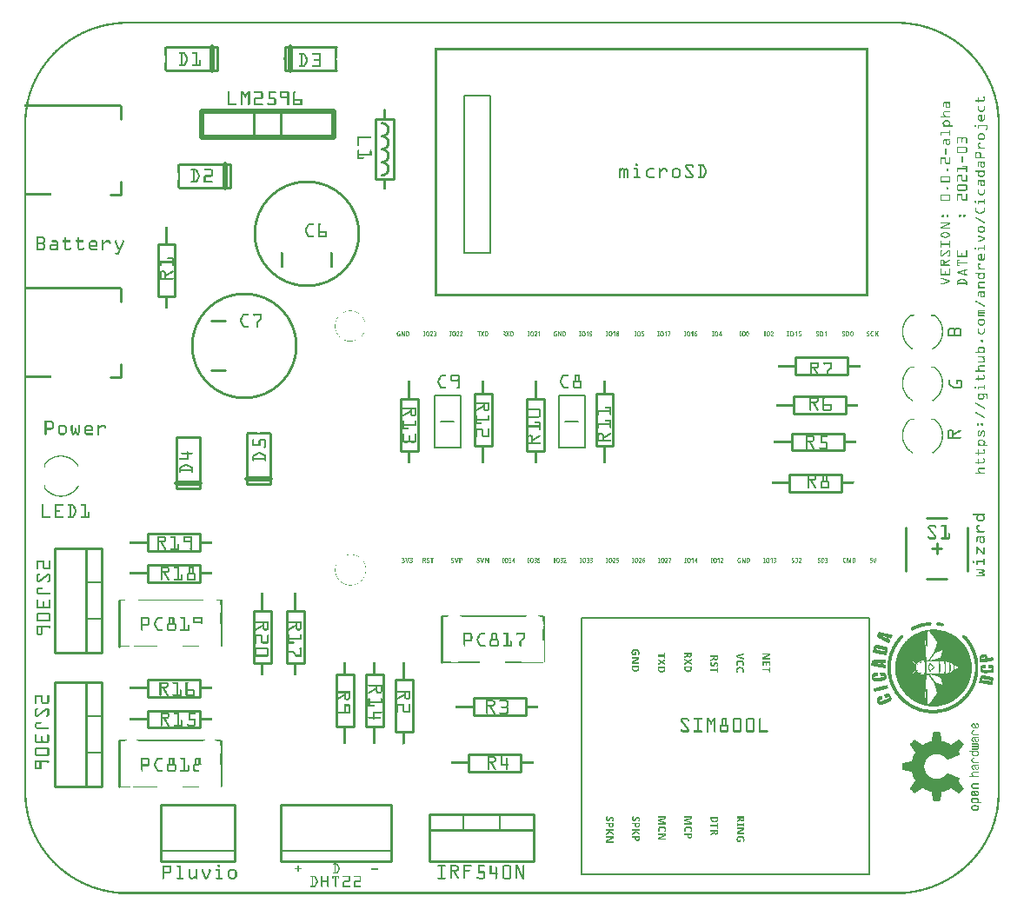
<source format=gto>
G04 MADE WITH FRITZING*
G04 WWW.FRITZING.ORG*
G04 DOUBLE SIDED*
G04 HOLES PLATED*
G04 CONTOUR ON CENTER OF CONTOUR VECTOR*
%ASAXBY*%
%FSLAX23Y23*%
%MOIN*%
%OFA0B0*%
%SFA1.0B1.0*%
%ADD10C,0.410000X0.39*%
%ADD11R,0.080000X0.240000X0.060000X0.220000*%
%ADD12C,0.010000*%
%ADD13R,1.108856X0.990748X1.095864X0.977756*%
%ADD14C,0.006496*%
%ADD15R,0.106778X0.611111X0.092889X0.597223*%
%ADD16C,0.006944*%
%ADD17C,0.005000*%
%ADD18C,0.009799*%
%ADD19C,0.008000*%
%ADD20C,0.020000*%
%ADD21R,0.001000X0.001000*%
%LNSILK1*%
G90*
G70*
G54D10*
X844Y2104D03*
X1082Y2532D03*
G54D12*
X1346Y2973D02*
X1416Y2973D01*
X1416Y2743D01*
X1346Y2743D01*
X1346Y2973D01*
D02*
G54D14*
X2136Y1060D02*
X3239Y1060D01*
X3239Y76D01*
X2136Y76D01*
X2136Y1060D01*
D02*
G54D16*
X1686Y3065D02*
X1786Y3065D01*
X1786Y2461D01*
X1686Y2461D01*
X1686Y3065D01*
D02*
G54D12*
X297Y1328D02*
X297Y928D01*
D02*
X297Y928D02*
X117Y928D01*
D02*
X117Y928D02*
X117Y1328D01*
D02*
X117Y1328D02*
X297Y1328D01*
D02*
X297Y1328D02*
X297Y928D01*
D02*
X297Y928D02*
X237Y928D01*
D02*
X237Y928D02*
X237Y1328D01*
D02*
X237Y1328D02*
X297Y1328D01*
G54D17*
D02*
X297Y1198D02*
X237Y1198D01*
D02*
X297Y1058D02*
X237Y1058D01*
G54D12*
D02*
X297Y813D02*
X297Y413D01*
D02*
X297Y413D02*
X117Y413D01*
D02*
X117Y413D02*
X117Y813D01*
D02*
X117Y813D02*
X297Y813D01*
D02*
X297Y813D02*
X297Y413D01*
D02*
X297Y413D02*
X237Y413D01*
D02*
X237Y413D02*
X237Y813D01*
D02*
X237Y813D02*
X297Y813D01*
G54D17*
D02*
X297Y683D02*
X237Y683D01*
D02*
X297Y543D02*
X237Y543D01*
G54D12*
D02*
X1552Y307D02*
X1952Y307D01*
D02*
X1952Y307D02*
X1952Y127D01*
D02*
X1952Y127D02*
X1552Y127D01*
D02*
X1552Y127D02*
X1552Y307D01*
D02*
X1552Y307D02*
X1952Y307D01*
D02*
X1952Y307D02*
X1952Y247D01*
D02*
X1952Y247D02*
X1552Y247D01*
D02*
X1552Y247D02*
X1552Y307D01*
G54D17*
D02*
X1682Y307D02*
X1682Y247D01*
D02*
X1822Y307D02*
X1822Y247D01*
G54D18*
D02*
X362Y1128D02*
X362Y951D01*
D02*
X362Y589D02*
X362Y412D01*
D02*
X1599Y1067D02*
X1599Y890D01*
G54D12*
D02*
X3537Y1209D02*
X3458Y1209D01*
D02*
X3616Y1406D02*
X3616Y1239D01*
D02*
X3379Y1406D02*
X3379Y1239D01*
D02*
X3537Y1445D02*
X3458Y1445D01*
D02*
X3517Y1327D02*
X3478Y1327D01*
D02*
X3498Y1308D02*
X3498Y1347D01*
D02*
X1406Y342D02*
X983Y342D01*
D02*
X983Y342D02*
X983Y126D01*
D02*
X983Y126D02*
X1406Y126D01*
D02*
X1406Y126D02*
X1406Y342D01*
G54D17*
D02*
X983Y166D02*
X1406Y166D01*
G54D12*
D02*
X806Y342D02*
X521Y342D01*
D02*
X521Y342D02*
X521Y126D01*
D02*
X521Y126D02*
X806Y126D01*
D02*
X806Y126D02*
X806Y342D01*
G54D17*
D02*
X521Y166D02*
X806Y166D01*
G54D19*
D02*
X1647Y1812D02*
X1597Y1812D01*
D02*
X1672Y1912D02*
X1672Y1712D01*
D02*
X1672Y1712D02*
X1572Y1712D01*
D02*
X1572Y1712D02*
X1572Y1912D01*
D02*
X1572Y1912D02*
X1672Y1912D01*
D02*
X2123Y1812D02*
X2073Y1812D01*
D02*
X2148Y1912D02*
X2148Y1712D01*
D02*
X2148Y1712D02*
X2048Y1712D01*
D02*
X2048Y1712D02*
X2048Y1912D01*
D02*
X2048Y1912D02*
X2148Y1912D01*
G54D20*
D02*
X678Y2905D02*
X1187Y2905D01*
D02*
X1187Y2905D02*
X1187Y3005D01*
D02*
X1187Y3005D02*
X678Y3005D01*
D02*
X678Y3005D02*
X678Y2905D01*
G54D12*
D02*
X878Y2905D02*
X878Y3005D01*
D02*
X983Y2905D02*
X983Y3005D01*
D02*
X369Y2324D02*
X369Y2274D01*
D02*
X329Y1984D02*
X369Y1984D01*
D02*
X369Y1984D02*
X369Y2034D01*
D02*
X369Y3024D02*
X369Y2974D01*
D02*
X329Y2684D02*
X369Y2684D01*
D02*
X369Y2684D02*
X369Y2734D01*
D02*
X1000Y3249D02*
X1195Y3249D01*
D02*
X1195Y3159D02*
X1000Y3159D01*
D02*
X1000Y3159D02*
X1000Y3249D01*
G54D20*
D02*
X1020Y3159D02*
X1020Y3249D01*
G54D12*
D02*
X788Y2709D02*
X593Y2709D01*
D02*
X593Y2799D02*
X788Y2799D01*
D02*
X788Y2799D02*
X788Y2709D01*
G54D20*
D02*
X768Y2799D02*
X768Y2709D01*
G54D12*
D02*
X852Y1573D02*
X852Y1768D01*
D02*
X942Y1768D02*
X942Y1573D01*
D02*
X942Y1573D02*
X852Y1573D01*
G54D20*
D02*
X942Y1593D02*
X852Y1593D01*
G54D12*
D02*
X584Y1558D02*
X584Y1753D01*
D02*
X674Y1753D02*
X674Y1558D01*
D02*
X674Y1558D02*
X584Y1558D01*
G54D20*
D02*
X674Y1578D02*
X584Y1578D01*
G54D12*
D02*
X738Y3159D02*
X543Y3159D01*
D02*
X543Y3249D02*
X738Y3249D01*
D02*
X738Y3249D02*
X738Y3159D01*
G54D20*
D02*
X718Y3249D02*
X718Y3159D01*
G54D12*
D02*
X1309Y642D02*
X1309Y842D01*
D02*
X1309Y842D02*
X1375Y842D01*
D02*
X1375Y842D02*
X1375Y642D01*
D02*
X1375Y642D02*
X1309Y642D01*
D02*
X1509Y1901D02*
X1509Y1701D01*
D02*
X1509Y1701D02*
X1443Y1701D01*
D02*
X1443Y1701D02*
X1443Y1901D01*
D02*
X1443Y1901D02*
X1509Y1901D01*
D02*
X1726Y1720D02*
X1726Y1920D01*
D02*
X1726Y1920D02*
X1792Y1920D01*
D02*
X1792Y1920D02*
X1792Y1720D01*
D02*
X1792Y1720D02*
X1726Y1720D01*
D02*
X2191Y1720D02*
X2191Y1920D01*
D02*
X2191Y1920D02*
X2257Y1920D01*
D02*
X2257Y1920D02*
X2257Y1720D01*
D02*
X2257Y1720D02*
X2191Y1720D01*
D02*
X1993Y1901D02*
X1993Y1701D01*
D02*
X1993Y1701D02*
X1927Y1701D01*
D02*
X1927Y1701D02*
X1927Y1901D01*
D02*
X1927Y1901D02*
X1993Y1901D01*
D02*
X1195Y642D02*
X1195Y842D01*
D02*
X1195Y842D02*
X1261Y842D01*
D02*
X1261Y842D02*
X1261Y642D01*
D02*
X1261Y642D02*
X1195Y642D01*
D02*
X2933Y1610D02*
X3133Y1610D01*
D02*
X3133Y1610D02*
X3133Y1544D01*
D02*
X3133Y1544D02*
X2933Y1544D01*
D02*
X2933Y1544D02*
X2933Y1610D01*
D02*
X2957Y2059D02*
X3157Y2059D01*
D02*
X3157Y2059D02*
X3157Y1993D01*
D02*
X3157Y1993D02*
X2957Y1993D01*
D02*
X2957Y1993D02*
X2957Y2059D01*
D02*
X2949Y1909D02*
X3149Y1909D01*
D02*
X3149Y1909D02*
X3149Y1843D01*
D02*
X3149Y1843D02*
X2949Y1843D01*
D02*
X2949Y1843D02*
X2949Y1909D01*
D02*
X2941Y1768D02*
X3141Y1768D01*
D02*
X3141Y1768D02*
X3141Y1702D01*
D02*
X3141Y1702D02*
X2941Y1702D01*
D02*
X2941Y1702D02*
X2941Y1768D01*
D02*
X471Y1264D02*
X671Y1264D01*
D02*
X671Y1264D02*
X671Y1198D01*
D02*
X671Y1198D02*
X471Y1198D01*
D02*
X471Y1198D02*
X471Y1264D01*
D02*
X471Y705D02*
X671Y705D01*
D02*
X671Y705D02*
X671Y639D01*
D02*
X671Y639D02*
X471Y639D01*
D02*
X471Y639D02*
X471Y705D01*
D02*
X1721Y752D02*
X1921Y752D01*
D02*
X1921Y752D02*
X1921Y686D01*
D02*
X1921Y686D02*
X1721Y686D01*
D02*
X1721Y686D02*
X1721Y752D01*
D02*
X471Y1382D02*
X671Y1382D01*
D02*
X671Y1382D02*
X671Y1316D01*
D02*
X671Y1316D02*
X471Y1316D01*
D02*
X471Y1316D02*
X471Y1382D01*
D02*
X471Y823D02*
X671Y823D01*
D02*
X671Y823D02*
X671Y757D01*
D02*
X671Y757D02*
X471Y757D01*
D02*
X471Y757D02*
X471Y823D01*
D02*
X1704Y537D02*
X1904Y537D01*
D02*
X1904Y537D02*
X1904Y471D01*
D02*
X1904Y471D02*
X1704Y471D01*
D02*
X1704Y471D02*
X1704Y537D01*
D02*
X946Y1088D02*
X946Y888D01*
D02*
X946Y888D02*
X880Y888D01*
D02*
X880Y888D02*
X880Y1088D01*
D02*
X880Y1088D02*
X946Y1088D01*
D02*
X1072Y1088D02*
X1072Y888D01*
D02*
X1072Y888D02*
X1006Y888D01*
D02*
X1006Y888D02*
X1006Y1088D01*
D02*
X1006Y1088D02*
X1072Y1088D01*
D02*
X1489Y823D02*
X1489Y623D01*
D02*
X1489Y623D02*
X1423Y623D01*
D02*
X1423Y623D02*
X1423Y823D01*
D02*
X1423Y823D02*
X1489Y823D01*
D02*
X577Y2494D02*
X577Y2294D01*
D02*
X577Y2294D02*
X511Y2294D01*
D02*
X511Y2294D02*
X511Y2494D01*
D02*
X511Y2494D02*
X577Y2494D01*
G54D21*
X375Y3346D02*
X3364Y3346D01*
X361Y3345D02*
X3378Y3345D01*
X351Y3344D02*
X3388Y3344D01*
X343Y3343D02*
X3396Y3343D01*
X336Y3342D02*
X3403Y3342D01*
X329Y3341D02*
X3410Y3341D01*
X324Y3340D02*
X3415Y3340D01*
X318Y3339D02*
X3421Y3339D01*
X313Y3338D02*
X375Y3338D01*
X3364Y3338D02*
X3426Y3338D01*
X309Y3337D02*
X360Y3337D01*
X3379Y3337D02*
X3430Y3337D01*
X304Y3336D02*
X350Y3336D01*
X3389Y3336D02*
X3435Y3336D01*
X300Y3335D02*
X342Y3335D01*
X3397Y3335D02*
X3439Y3335D01*
X296Y3334D02*
X335Y3334D01*
X3404Y3334D02*
X3443Y3334D01*
X292Y3333D02*
X329Y3333D01*
X3410Y3333D02*
X3447Y3333D01*
X288Y3332D02*
X323Y3332D01*
X3416Y3332D02*
X3451Y3332D01*
X285Y3331D02*
X318Y3331D01*
X3421Y3331D02*
X3454Y3331D01*
X282Y3330D02*
X313Y3330D01*
X3426Y3330D02*
X3457Y3330D01*
X278Y3329D02*
X308Y3329D01*
X3431Y3329D02*
X3461Y3329D01*
X275Y3328D02*
X304Y3328D01*
X3435Y3328D02*
X3464Y3328D01*
X272Y3327D02*
X300Y3327D01*
X3439Y3327D02*
X3467Y3327D01*
X269Y3326D02*
X296Y3326D01*
X3443Y3326D02*
X3470Y3326D01*
X266Y3325D02*
X292Y3325D01*
X3447Y3325D02*
X3473Y3325D01*
X263Y3324D02*
X288Y3324D01*
X3451Y3324D02*
X3476Y3324D01*
X260Y3323D02*
X285Y3323D01*
X3454Y3323D02*
X3479Y3323D01*
X257Y3322D02*
X281Y3322D01*
X3458Y3322D02*
X3482Y3322D01*
X255Y3321D02*
X278Y3321D01*
X3461Y3321D02*
X3484Y3321D01*
X252Y3320D02*
X275Y3320D01*
X3464Y3320D02*
X3487Y3320D01*
X250Y3319D02*
X272Y3319D01*
X3467Y3319D02*
X3489Y3319D01*
X247Y3318D02*
X269Y3318D01*
X3470Y3318D02*
X3492Y3318D01*
X245Y3317D02*
X266Y3317D01*
X3473Y3317D02*
X3494Y3317D01*
X242Y3316D02*
X263Y3316D01*
X3476Y3316D02*
X3497Y3316D01*
X240Y3315D02*
X260Y3315D01*
X3479Y3315D02*
X3499Y3315D01*
X237Y3314D02*
X258Y3314D01*
X3481Y3314D02*
X3502Y3314D01*
X235Y3313D02*
X255Y3313D01*
X3484Y3313D02*
X3504Y3313D01*
X233Y3312D02*
X252Y3312D01*
X3487Y3312D02*
X3506Y3312D01*
X231Y3311D02*
X250Y3311D01*
X3489Y3311D02*
X3508Y3311D01*
X228Y3310D02*
X247Y3310D01*
X3492Y3310D02*
X3511Y3310D01*
X226Y3309D02*
X245Y3309D01*
X3494Y3309D02*
X3513Y3309D01*
X224Y3308D02*
X242Y3308D01*
X3497Y3308D02*
X3515Y3308D01*
X222Y3307D02*
X240Y3307D01*
X3499Y3307D02*
X3517Y3307D01*
X220Y3306D02*
X238Y3306D01*
X3501Y3306D02*
X3519Y3306D01*
X218Y3305D02*
X235Y3305D01*
X3504Y3305D02*
X3521Y3305D01*
X216Y3304D02*
X233Y3304D01*
X3506Y3304D02*
X3523Y3304D01*
X214Y3303D02*
X231Y3303D01*
X3508Y3303D02*
X3525Y3303D01*
X212Y3302D02*
X229Y3302D01*
X3510Y3302D02*
X3527Y3302D01*
X210Y3301D02*
X226Y3301D01*
X3513Y3301D02*
X3529Y3301D01*
X208Y3300D02*
X224Y3300D01*
X3515Y3300D02*
X3531Y3300D01*
X206Y3299D02*
X222Y3299D01*
X3517Y3299D02*
X3533Y3299D01*
X204Y3298D02*
X220Y3298D01*
X3518Y3298D02*
X3535Y3298D01*
X203Y3297D02*
X219Y3297D01*
X3520Y3297D02*
X3536Y3297D01*
X201Y3296D02*
X217Y3296D01*
X3522Y3296D02*
X3538Y3296D01*
X199Y3295D02*
X215Y3295D01*
X3524Y3295D02*
X3540Y3295D01*
X197Y3294D02*
X213Y3294D01*
X3526Y3294D02*
X3542Y3294D01*
X195Y3293D02*
X211Y3293D01*
X3528Y3293D02*
X3544Y3293D01*
X194Y3292D02*
X209Y3292D01*
X3530Y3292D02*
X3545Y3292D01*
X192Y3291D02*
X207Y3291D01*
X3532Y3291D02*
X3547Y3291D01*
X190Y3290D02*
X205Y3290D01*
X3534Y3290D02*
X3549Y3290D01*
X189Y3289D02*
X203Y3289D01*
X3536Y3289D02*
X3550Y3289D01*
X187Y3288D02*
X202Y3288D01*
X3537Y3288D02*
X3552Y3288D01*
X185Y3287D02*
X200Y3287D01*
X3539Y3287D02*
X3554Y3287D01*
X184Y3286D02*
X198Y3286D01*
X3541Y3286D02*
X3555Y3286D01*
X182Y3285D02*
X196Y3285D01*
X3543Y3285D02*
X3557Y3285D01*
X181Y3284D02*
X194Y3284D01*
X3544Y3284D02*
X3558Y3284D01*
X179Y3283D02*
X193Y3283D01*
X3546Y3283D02*
X3560Y3283D01*
X177Y3282D02*
X191Y3282D01*
X3548Y3282D02*
X3562Y3282D01*
X176Y3281D02*
X190Y3281D01*
X3549Y3281D02*
X3563Y3281D01*
X174Y3280D02*
X188Y3280D01*
X3551Y3280D02*
X3565Y3280D01*
X173Y3279D02*
X186Y3279D01*
X3553Y3279D02*
X3566Y3279D01*
X171Y3278D02*
X185Y3278D01*
X3554Y3278D02*
X3568Y3278D01*
X170Y3277D02*
X183Y3277D01*
X3556Y3277D02*
X3569Y3277D01*
X168Y3276D02*
X182Y3276D01*
X3557Y3276D02*
X3571Y3276D01*
X167Y3275D02*
X180Y3275D01*
X3559Y3275D02*
X3572Y3275D01*
X166Y3274D02*
X179Y3274D01*
X3560Y3274D02*
X3573Y3274D01*
X164Y3273D02*
X177Y3273D01*
X3562Y3273D02*
X3575Y3273D01*
X163Y3272D02*
X176Y3272D01*
X3563Y3272D02*
X3576Y3272D01*
X161Y3271D02*
X174Y3271D01*
X3565Y3271D02*
X3578Y3271D01*
X160Y3270D02*
X173Y3270D01*
X3566Y3270D02*
X3579Y3270D01*
X158Y3269D02*
X171Y3269D01*
X3568Y3269D02*
X3581Y3269D01*
X157Y3268D02*
X170Y3268D01*
X3569Y3268D02*
X3582Y3268D01*
X156Y3267D02*
X168Y3267D01*
X3571Y3267D02*
X3583Y3267D01*
X155Y3266D02*
X167Y3266D01*
X3572Y3266D02*
X3584Y3266D01*
X153Y3265D02*
X166Y3265D01*
X3573Y3265D02*
X3586Y3265D01*
X152Y3264D02*
X164Y3264D01*
X3575Y3264D02*
X3587Y3264D01*
X151Y3263D02*
X163Y3263D01*
X3576Y3263D02*
X3588Y3263D01*
X149Y3262D02*
X161Y3262D01*
X3578Y3262D02*
X3590Y3262D01*
X148Y3261D02*
X160Y3261D01*
X3579Y3261D02*
X3591Y3261D01*
X147Y3260D02*
X159Y3260D01*
X3580Y3260D02*
X3592Y3260D01*
X145Y3259D02*
X158Y3259D01*
X3581Y3259D02*
X3594Y3259D01*
X144Y3258D02*
X156Y3258D01*
X3583Y3258D02*
X3595Y3258D01*
X143Y3257D02*
X155Y3257D01*
X3584Y3257D02*
X3596Y3257D01*
X142Y3256D02*
X154Y3256D01*
X3585Y3256D02*
X3597Y3256D01*
X141Y3255D02*
X152Y3255D01*
X3587Y3255D02*
X3598Y3255D01*
X139Y3254D02*
X151Y3254D01*
X3588Y3254D02*
X3600Y3254D01*
X138Y3253D02*
X150Y3253D01*
X3589Y3253D02*
X3601Y3253D01*
X137Y3252D02*
X148Y3252D01*
X3591Y3252D02*
X3602Y3252D01*
X136Y3251D02*
X147Y3251D01*
X3592Y3251D02*
X3603Y3251D01*
X135Y3250D02*
X146Y3250D01*
X3593Y3250D02*
X3604Y3250D01*
X134Y3249D02*
X145Y3249D01*
X3594Y3249D02*
X3605Y3249D01*
X132Y3248D02*
X144Y3248D01*
X538Y3248D02*
X547Y3248D01*
X1190Y3248D02*
X1199Y3248D01*
X3595Y3248D02*
X3607Y3248D01*
X131Y3247D02*
X143Y3247D01*
X538Y3247D02*
X547Y3247D01*
X1190Y3247D02*
X1199Y3247D01*
X1574Y3247D02*
X3236Y3247D01*
X3596Y3247D02*
X3608Y3247D01*
X130Y3246D02*
X141Y3246D01*
X538Y3246D02*
X547Y3246D01*
X1190Y3246D02*
X1199Y3246D01*
X1574Y3246D02*
X3236Y3246D01*
X3598Y3246D02*
X3609Y3246D01*
X129Y3245D02*
X140Y3245D01*
X538Y3245D02*
X547Y3245D01*
X1190Y3245D02*
X1199Y3245D01*
X1574Y3245D02*
X3236Y3245D01*
X3599Y3245D02*
X3610Y3245D01*
X128Y3244D02*
X139Y3244D01*
X538Y3244D02*
X547Y3244D01*
X1190Y3244D02*
X1199Y3244D01*
X1574Y3244D02*
X3236Y3244D01*
X3600Y3244D02*
X3611Y3244D01*
X127Y3243D02*
X138Y3243D01*
X538Y3243D02*
X547Y3243D01*
X1190Y3243D02*
X1199Y3243D01*
X1574Y3243D02*
X3236Y3243D01*
X3601Y3243D02*
X3612Y3243D01*
X126Y3242D02*
X137Y3242D01*
X538Y3242D02*
X547Y3242D01*
X1190Y3242D02*
X1199Y3242D01*
X1574Y3242D02*
X3236Y3242D01*
X3602Y3242D02*
X3613Y3242D01*
X125Y3241D02*
X135Y3241D01*
X538Y3241D02*
X547Y3241D01*
X1190Y3241D02*
X1199Y3241D01*
X1574Y3241D02*
X3236Y3241D01*
X3604Y3241D02*
X3614Y3241D01*
X124Y3240D02*
X134Y3240D01*
X538Y3240D02*
X547Y3240D01*
X1190Y3240D02*
X1199Y3240D01*
X1574Y3240D02*
X3236Y3240D01*
X3605Y3240D02*
X3615Y3240D01*
X122Y3239D02*
X133Y3239D01*
X538Y3239D02*
X547Y3239D01*
X1190Y3239D02*
X1199Y3239D01*
X1574Y3239D02*
X3236Y3239D01*
X3606Y3239D02*
X3617Y3239D01*
X121Y3238D02*
X132Y3238D01*
X538Y3238D02*
X547Y3238D01*
X1190Y3238D02*
X1199Y3238D01*
X1574Y3238D02*
X3236Y3238D01*
X3607Y3238D02*
X3618Y3238D01*
X120Y3237D02*
X131Y3237D01*
X538Y3237D02*
X547Y3237D01*
X1190Y3237D02*
X1199Y3237D01*
X1574Y3237D02*
X1583Y3237D01*
X3228Y3237D02*
X3236Y3237D01*
X3608Y3237D02*
X3619Y3237D01*
X119Y3236D02*
X130Y3236D01*
X538Y3236D02*
X547Y3236D01*
X1190Y3236D02*
X1199Y3236D01*
X1574Y3236D02*
X1583Y3236D01*
X3228Y3236D02*
X3236Y3236D01*
X3609Y3236D02*
X3620Y3236D01*
X118Y3235D02*
X129Y3235D01*
X538Y3235D02*
X547Y3235D01*
X1190Y3235D02*
X1199Y3235D01*
X1574Y3235D02*
X1583Y3235D01*
X3228Y3235D02*
X3236Y3235D01*
X3610Y3235D02*
X3621Y3235D01*
X117Y3234D02*
X128Y3234D01*
X538Y3234D02*
X547Y3234D01*
X1190Y3234D02*
X1199Y3234D01*
X1574Y3234D02*
X1583Y3234D01*
X3228Y3234D02*
X3236Y3234D01*
X3611Y3234D02*
X3622Y3234D01*
X116Y3233D02*
X127Y3233D01*
X538Y3233D02*
X547Y3233D01*
X1190Y3233D02*
X1199Y3233D01*
X1574Y3233D02*
X1583Y3233D01*
X3228Y3233D02*
X3236Y3233D01*
X3612Y3233D02*
X3623Y3233D01*
X115Y3232D02*
X126Y3232D01*
X538Y3232D02*
X547Y3232D01*
X1190Y3232D02*
X1199Y3232D01*
X1574Y3232D02*
X1583Y3232D01*
X3228Y3232D02*
X3236Y3232D01*
X3613Y3232D02*
X3624Y3232D01*
X114Y3231D02*
X125Y3231D01*
X538Y3231D02*
X547Y3231D01*
X1190Y3231D02*
X1199Y3231D01*
X1574Y3231D02*
X1583Y3231D01*
X3228Y3231D02*
X3236Y3231D01*
X3614Y3231D02*
X3625Y3231D01*
X113Y3230D02*
X124Y3230D01*
X538Y3230D02*
X547Y3230D01*
X595Y3230D02*
X611Y3230D01*
X645Y3230D02*
X663Y3230D01*
X1190Y3230D02*
X1199Y3230D01*
X1574Y3230D02*
X1583Y3230D01*
X3228Y3230D02*
X3236Y3230D01*
X3615Y3230D02*
X3626Y3230D01*
X112Y3229D02*
X122Y3229D01*
X538Y3229D02*
X547Y3229D01*
X594Y3229D02*
X613Y3229D01*
X644Y3229D02*
X663Y3229D01*
X1190Y3229D02*
X1199Y3229D01*
X1574Y3229D02*
X1583Y3229D01*
X3228Y3229D02*
X3236Y3229D01*
X3616Y3229D02*
X3627Y3229D01*
X111Y3228D02*
X121Y3228D01*
X538Y3228D02*
X547Y3228D01*
X593Y3228D02*
X615Y3228D01*
X643Y3228D02*
X663Y3228D01*
X1190Y3228D02*
X1199Y3228D01*
X1574Y3228D02*
X1583Y3228D01*
X3228Y3228D02*
X3236Y3228D01*
X3618Y3228D02*
X3628Y3228D01*
X110Y3227D02*
X120Y3227D01*
X538Y3227D02*
X547Y3227D01*
X593Y3227D02*
X616Y3227D01*
X643Y3227D02*
X663Y3227D01*
X1190Y3227D02*
X1199Y3227D01*
X1574Y3227D02*
X1583Y3227D01*
X3228Y3227D02*
X3236Y3227D01*
X3619Y3227D02*
X3629Y3227D01*
X109Y3226D02*
X119Y3226D01*
X538Y3226D02*
X547Y3226D01*
X593Y3226D02*
X617Y3226D01*
X643Y3226D02*
X663Y3226D01*
X1054Y3226D02*
X1071Y3226D01*
X1104Y3226D02*
X1132Y3226D01*
X1190Y3226D02*
X1199Y3226D01*
X1574Y3226D02*
X1583Y3226D01*
X3228Y3226D02*
X3236Y3226D01*
X3620Y3226D02*
X3630Y3226D01*
X108Y3225D02*
X118Y3225D01*
X538Y3225D02*
X547Y3225D01*
X593Y3225D02*
X617Y3225D01*
X644Y3225D02*
X663Y3225D01*
X1053Y3225D02*
X1073Y3225D01*
X1103Y3225D02*
X1134Y3225D01*
X1190Y3225D02*
X1199Y3225D01*
X1574Y3225D02*
X1583Y3225D01*
X3228Y3225D02*
X3236Y3225D01*
X3621Y3225D02*
X3631Y3225D01*
X107Y3224D02*
X117Y3224D01*
X538Y3224D02*
X547Y3224D01*
X594Y3224D02*
X618Y3224D01*
X645Y3224D02*
X663Y3224D01*
X1053Y3224D02*
X1075Y3224D01*
X1103Y3224D02*
X1135Y3224D01*
X1190Y3224D02*
X1199Y3224D01*
X1574Y3224D02*
X1583Y3224D01*
X3228Y3224D02*
X3236Y3224D01*
X3622Y3224D02*
X3632Y3224D01*
X106Y3223D02*
X116Y3223D01*
X538Y3223D02*
X547Y3223D01*
X600Y3223D02*
X606Y3223D01*
X611Y3223D02*
X618Y3223D01*
X657Y3223D02*
X663Y3223D01*
X1053Y3223D02*
X1076Y3223D01*
X1103Y3223D02*
X1135Y3223D01*
X1190Y3223D02*
X1199Y3223D01*
X1574Y3223D02*
X1583Y3223D01*
X3228Y3223D02*
X3236Y3223D01*
X3623Y3223D02*
X3633Y3223D01*
X105Y3222D02*
X116Y3222D01*
X538Y3222D02*
X547Y3222D01*
X600Y3222D02*
X606Y3222D01*
X612Y3222D02*
X619Y3222D01*
X657Y3222D02*
X663Y3222D01*
X1053Y3222D02*
X1076Y3222D01*
X1103Y3222D02*
X1136Y3222D01*
X1190Y3222D02*
X1199Y3222D01*
X1574Y3222D02*
X1583Y3222D01*
X3228Y3222D02*
X3236Y3222D01*
X3623Y3222D02*
X3634Y3222D01*
X104Y3221D02*
X115Y3221D01*
X538Y3221D02*
X547Y3221D01*
X600Y3221D02*
X606Y3221D01*
X612Y3221D02*
X619Y3221D01*
X657Y3221D02*
X663Y3221D01*
X1053Y3221D02*
X1077Y3221D01*
X1104Y3221D02*
X1136Y3221D01*
X1190Y3221D02*
X1199Y3221D01*
X1574Y3221D02*
X1583Y3221D01*
X3228Y3221D02*
X3236Y3221D01*
X3624Y3221D02*
X3635Y3221D01*
X103Y3220D02*
X114Y3220D01*
X538Y3220D02*
X547Y3220D01*
X600Y3220D02*
X606Y3220D01*
X613Y3220D02*
X620Y3220D01*
X657Y3220D02*
X663Y3220D01*
X1055Y3220D02*
X1078Y3220D01*
X1105Y3220D02*
X1136Y3220D01*
X1190Y3220D02*
X1199Y3220D01*
X1574Y3220D02*
X1583Y3220D01*
X3228Y3220D02*
X3236Y3220D01*
X3625Y3220D02*
X3636Y3220D01*
X102Y3219D02*
X113Y3219D01*
X538Y3219D02*
X547Y3219D01*
X600Y3219D02*
X606Y3219D01*
X613Y3219D02*
X620Y3219D01*
X657Y3219D02*
X663Y3219D01*
X1059Y3219D02*
X1065Y3219D01*
X1071Y3219D02*
X1078Y3219D01*
X1130Y3219D02*
X1136Y3219D01*
X1190Y3219D02*
X1199Y3219D01*
X1574Y3219D02*
X1583Y3219D01*
X3228Y3219D02*
X3236Y3219D01*
X3626Y3219D02*
X3637Y3219D01*
X102Y3218D02*
X112Y3218D01*
X538Y3218D02*
X547Y3218D01*
X600Y3218D02*
X606Y3218D01*
X614Y3218D02*
X621Y3218D01*
X657Y3218D02*
X663Y3218D01*
X1059Y3218D02*
X1065Y3218D01*
X1072Y3218D02*
X1079Y3218D01*
X1130Y3218D02*
X1136Y3218D01*
X1190Y3218D02*
X1199Y3218D01*
X1574Y3218D02*
X1583Y3218D01*
X3228Y3218D02*
X3236Y3218D01*
X3627Y3218D02*
X3637Y3218D01*
X101Y3217D02*
X111Y3217D01*
X538Y3217D02*
X547Y3217D01*
X600Y3217D02*
X606Y3217D01*
X615Y3217D02*
X621Y3217D01*
X657Y3217D02*
X663Y3217D01*
X1059Y3217D02*
X1065Y3217D01*
X1072Y3217D02*
X1079Y3217D01*
X1130Y3217D02*
X1136Y3217D01*
X1190Y3217D02*
X1199Y3217D01*
X1574Y3217D02*
X1583Y3217D01*
X3228Y3217D02*
X3236Y3217D01*
X3628Y3217D02*
X3638Y3217D01*
X100Y3216D02*
X110Y3216D01*
X539Y3216D02*
X547Y3216D01*
X600Y3216D02*
X606Y3216D01*
X615Y3216D02*
X622Y3216D01*
X657Y3216D02*
X663Y3216D01*
X1059Y3216D02*
X1065Y3216D01*
X1073Y3216D02*
X1080Y3216D01*
X1130Y3216D02*
X1136Y3216D01*
X1190Y3216D02*
X1199Y3216D01*
X1574Y3216D02*
X1583Y3216D01*
X3228Y3216D02*
X3236Y3216D01*
X3629Y3216D02*
X3639Y3216D01*
X99Y3215D02*
X109Y3215D01*
X539Y3215D02*
X547Y3215D01*
X600Y3215D02*
X606Y3215D01*
X616Y3215D02*
X622Y3215D01*
X657Y3215D02*
X663Y3215D01*
X1059Y3215D02*
X1065Y3215D01*
X1073Y3215D02*
X1080Y3215D01*
X1130Y3215D02*
X1136Y3215D01*
X1190Y3215D02*
X1199Y3215D01*
X1574Y3215D02*
X1583Y3215D01*
X3228Y3215D02*
X3236Y3215D01*
X3630Y3215D02*
X3640Y3215D01*
X98Y3214D02*
X108Y3214D01*
X539Y3214D02*
X547Y3214D01*
X600Y3214D02*
X606Y3214D01*
X616Y3214D02*
X623Y3214D01*
X657Y3214D02*
X663Y3214D01*
X1059Y3214D02*
X1065Y3214D01*
X1074Y3214D02*
X1081Y3214D01*
X1130Y3214D02*
X1136Y3214D01*
X1190Y3214D02*
X1199Y3214D01*
X1574Y3214D02*
X1583Y3214D01*
X3228Y3214D02*
X3236Y3214D01*
X3631Y3214D02*
X3641Y3214D01*
X97Y3213D02*
X107Y3213D01*
X539Y3213D02*
X547Y3213D01*
X600Y3213D02*
X606Y3213D01*
X617Y3213D02*
X623Y3213D01*
X657Y3213D02*
X663Y3213D01*
X1059Y3213D02*
X1065Y3213D01*
X1074Y3213D02*
X1081Y3213D01*
X1130Y3213D02*
X1136Y3213D01*
X1190Y3213D02*
X1198Y3213D01*
X1574Y3213D02*
X1583Y3213D01*
X3228Y3213D02*
X3236Y3213D01*
X3632Y3213D02*
X3642Y3213D01*
X96Y3212D02*
X106Y3212D01*
X540Y3212D02*
X547Y3212D01*
X600Y3212D02*
X606Y3212D01*
X617Y3212D02*
X624Y3212D01*
X657Y3212D02*
X663Y3212D01*
X1059Y3212D02*
X1065Y3212D01*
X1075Y3212D02*
X1082Y3212D01*
X1130Y3212D02*
X1136Y3212D01*
X1190Y3212D02*
X1198Y3212D01*
X1574Y3212D02*
X1583Y3212D01*
X3228Y3212D02*
X3236Y3212D01*
X3633Y3212D02*
X3643Y3212D01*
X95Y3211D02*
X105Y3211D01*
X540Y3211D02*
X547Y3211D01*
X600Y3211D02*
X606Y3211D01*
X618Y3211D02*
X624Y3211D01*
X657Y3211D02*
X663Y3211D01*
X1059Y3211D02*
X1065Y3211D01*
X1075Y3211D02*
X1082Y3211D01*
X1130Y3211D02*
X1136Y3211D01*
X1190Y3211D02*
X1198Y3211D01*
X1574Y3211D02*
X1583Y3211D01*
X3228Y3211D02*
X3236Y3211D01*
X3634Y3211D02*
X3644Y3211D01*
X95Y3210D02*
X104Y3210D01*
X540Y3210D02*
X547Y3210D01*
X600Y3210D02*
X606Y3210D01*
X618Y3210D02*
X625Y3210D01*
X657Y3210D02*
X663Y3210D01*
X1059Y3210D02*
X1065Y3210D01*
X1076Y3210D02*
X1083Y3210D01*
X1130Y3210D02*
X1136Y3210D01*
X1190Y3210D02*
X1198Y3210D01*
X1574Y3210D02*
X1583Y3210D01*
X3228Y3210D02*
X3236Y3210D01*
X3635Y3210D02*
X3644Y3210D01*
X94Y3209D02*
X103Y3209D01*
X540Y3209D02*
X547Y3209D01*
X600Y3209D02*
X606Y3209D01*
X619Y3209D02*
X625Y3209D01*
X657Y3209D02*
X663Y3209D01*
X1059Y3209D02*
X1065Y3209D01*
X1076Y3209D02*
X1083Y3209D01*
X1130Y3209D02*
X1136Y3209D01*
X1190Y3209D02*
X1198Y3209D01*
X1574Y3209D02*
X1583Y3209D01*
X3228Y3209D02*
X3236Y3209D01*
X3636Y3209D02*
X3645Y3209D01*
X93Y3208D02*
X102Y3208D01*
X540Y3208D02*
X547Y3208D01*
X600Y3208D02*
X606Y3208D01*
X619Y3208D02*
X626Y3208D01*
X657Y3208D02*
X663Y3208D01*
X738Y3208D02*
X746Y3208D01*
X992Y3208D02*
X999Y3208D01*
X1059Y3208D02*
X1065Y3208D01*
X1077Y3208D02*
X1084Y3208D01*
X1130Y3208D02*
X1136Y3208D01*
X1190Y3208D02*
X1198Y3208D01*
X1574Y3208D02*
X1583Y3208D01*
X3228Y3208D02*
X3236Y3208D01*
X3637Y3208D02*
X3646Y3208D01*
X92Y3207D02*
X102Y3207D01*
X540Y3207D02*
X547Y3207D01*
X600Y3207D02*
X606Y3207D01*
X620Y3207D02*
X626Y3207D01*
X657Y3207D02*
X663Y3207D01*
X738Y3207D02*
X746Y3207D01*
X992Y3207D02*
X999Y3207D01*
X1059Y3207D02*
X1065Y3207D01*
X1077Y3207D02*
X1084Y3207D01*
X1130Y3207D02*
X1136Y3207D01*
X1190Y3207D02*
X1198Y3207D01*
X1574Y3207D02*
X1583Y3207D01*
X3228Y3207D02*
X3236Y3207D01*
X3637Y3207D02*
X3647Y3207D01*
X91Y3206D02*
X101Y3206D01*
X540Y3206D02*
X547Y3206D01*
X600Y3206D02*
X606Y3206D01*
X620Y3206D02*
X626Y3206D01*
X657Y3206D02*
X663Y3206D01*
X738Y3206D02*
X746Y3206D01*
X992Y3206D02*
X999Y3206D01*
X1059Y3206D02*
X1065Y3206D01*
X1078Y3206D02*
X1085Y3206D01*
X1130Y3206D02*
X1136Y3206D01*
X1190Y3206D02*
X1198Y3206D01*
X1574Y3206D02*
X1583Y3206D01*
X3228Y3206D02*
X3236Y3206D01*
X3638Y3206D02*
X3648Y3206D01*
X90Y3205D02*
X100Y3205D01*
X540Y3205D02*
X547Y3205D01*
X600Y3205D02*
X606Y3205D01*
X620Y3205D02*
X626Y3205D01*
X657Y3205D02*
X663Y3205D01*
X738Y3205D02*
X745Y3205D01*
X992Y3205D02*
X999Y3205D01*
X1059Y3205D02*
X1065Y3205D01*
X1078Y3205D02*
X1085Y3205D01*
X1130Y3205D02*
X1136Y3205D01*
X1190Y3205D02*
X1197Y3205D01*
X1574Y3205D02*
X1583Y3205D01*
X3228Y3205D02*
X3236Y3205D01*
X3639Y3205D02*
X3649Y3205D01*
X89Y3204D02*
X99Y3204D01*
X540Y3204D02*
X547Y3204D01*
X600Y3204D02*
X606Y3204D01*
X620Y3204D02*
X626Y3204D01*
X657Y3204D02*
X663Y3204D01*
X738Y3204D02*
X745Y3204D01*
X992Y3204D02*
X999Y3204D01*
X1059Y3204D02*
X1065Y3204D01*
X1079Y3204D02*
X1085Y3204D01*
X1129Y3204D02*
X1136Y3204D01*
X1190Y3204D02*
X1197Y3204D01*
X1574Y3204D02*
X1583Y3204D01*
X3228Y3204D02*
X3236Y3204D01*
X3640Y3204D02*
X3650Y3204D01*
X89Y3203D02*
X98Y3203D01*
X540Y3203D02*
X547Y3203D01*
X600Y3203D02*
X606Y3203D01*
X620Y3203D02*
X626Y3203D01*
X657Y3203D02*
X663Y3203D01*
X738Y3203D02*
X745Y3203D01*
X992Y3203D02*
X999Y3203D01*
X1059Y3203D02*
X1065Y3203D01*
X1079Y3203D02*
X1086Y3203D01*
X1112Y3203D02*
X1136Y3203D01*
X1190Y3203D02*
X1197Y3203D01*
X1574Y3203D02*
X1583Y3203D01*
X3228Y3203D02*
X3236Y3203D01*
X3641Y3203D02*
X3650Y3203D01*
X88Y3202D02*
X97Y3202D01*
X540Y3202D02*
X547Y3202D01*
X600Y3202D02*
X606Y3202D01*
X620Y3202D02*
X626Y3202D01*
X657Y3202D02*
X663Y3202D01*
X738Y3202D02*
X745Y3202D01*
X992Y3202D02*
X999Y3202D01*
X1059Y3202D02*
X1065Y3202D01*
X1080Y3202D02*
X1086Y3202D01*
X1111Y3202D02*
X1135Y3202D01*
X1190Y3202D02*
X1197Y3202D01*
X1574Y3202D02*
X1583Y3202D01*
X3228Y3202D02*
X3236Y3202D01*
X3642Y3202D02*
X3651Y3202D01*
X87Y3201D02*
X96Y3201D01*
X540Y3201D02*
X547Y3201D01*
X600Y3201D02*
X606Y3201D01*
X620Y3201D02*
X626Y3201D01*
X657Y3201D02*
X663Y3201D01*
X738Y3201D02*
X746Y3201D01*
X992Y3201D02*
X999Y3201D01*
X1059Y3201D02*
X1065Y3201D01*
X1080Y3201D02*
X1086Y3201D01*
X1110Y3201D02*
X1135Y3201D01*
X1190Y3201D02*
X1198Y3201D01*
X1574Y3201D02*
X1583Y3201D01*
X3228Y3201D02*
X3236Y3201D01*
X3643Y3201D02*
X3652Y3201D01*
X86Y3200D02*
X95Y3200D01*
X540Y3200D02*
X547Y3200D01*
X600Y3200D02*
X606Y3200D01*
X620Y3200D02*
X626Y3200D01*
X657Y3200D02*
X663Y3200D01*
X672Y3200D02*
X675Y3200D01*
X738Y3200D02*
X746Y3200D01*
X992Y3200D02*
X999Y3200D01*
X1059Y3200D02*
X1065Y3200D01*
X1080Y3200D02*
X1086Y3200D01*
X1110Y3200D02*
X1134Y3200D01*
X1190Y3200D02*
X1198Y3200D01*
X1574Y3200D02*
X1583Y3200D01*
X3228Y3200D02*
X3236Y3200D01*
X3644Y3200D02*
X3653Y3200D01*
X85Y3199D02*
X95Y3199D01*
X540Y3199D02*
X547Y3199D01*
X600Y3199D02*
X606Y3199D01*
X619Y3199D02*
X626Y3199D01*
X657Y3199D02*
X663Y3199D01*
X671Y3199D02*
X676Y3199D01*
X738Y3199D02*
X746Y3199D01*
X992Y3199D02*
X999Y3199D01*
X1059Y3199D02*
X1065Y3199D01*
X1080Y3199D02*
X1086Y3199D01*
X1110Y3199D02*
X1134Y3199D01*
X1190Y3199D02*
X1198Y3199D01*
X1574Y3199D02*
X1583Y3199D01*
X3228Y3199D02*
X3236Y3199D01*
X3644Y3199D02*
X3654Y3199D01*
X85Y3198D02*
X94Y3198D01*
X540Y3198D02*
X547Y3198D01*
X600Y3198D02*
X606Y3198D01*
X619Y3198D02*
X625Y3198D01*
X657Y3198D02*
X663Y3198D01*
X671Y3198D02*
X677Y3198D01*
X1059Y3198D02*
X1065Y3198D01*
X1080Y3198D02*
X1086Y3198D01*
X1110Y3198D02*
X1135Y3198D01*
X1190Y3198D02*
X1198Y3198D01*
X1574Y3198D02*
X1583Y3198D01*
X3228Y3198D02*
X3236Y3198D01*
X3645Y3198D02*
X3654Y3198D01*
X84Y3197D02*
X93Y3197D01*
X540Y3197D02*
X547Y3197D01*
X600Y3197D02*
X606Y3197D01*
X618Y3197D02*
X625Y3197D01*
X657Y3197D02*
X663Y3197D01*
X671Y3197D02*
X677Y3197D01*
X1059Y3197D02*
X1065Y3197D01*
X1080Y3197D02*
X1086Y3197D01*
X1111Y3197D02*
X1135Y3197D01*
X1190Y3197D02*
X1198Y3197D01*
X1574Y3197D02*
X1583Y3197D01*
X3228Y3197D02*
X3236Y3197D01*
X3646Y3197D02*
X3655Y3197D01*
X83Y3196D02*
X92Y3196D01*
X540Y3196D02*
X547Y3196D01*
X600Y3196D02*
X606Y3196D01*
X618Y3196D02*
X625Y3196D01*
X657Y3196D02*
X663Y3196D01*
X671Y3196D02*
X677Y3196D01*
X1059Y3196D02*
X1065Y3196D01*
X1079Y3196D02*
X1086Y3196D01*
X1127Y3196D02*
X1136Y3196D01*
X1190Y3196D02*
X1198Y3196D01*
X1574Y3196D02*
X1583Y3196D01*
X3228Y3196D02*
X3236Y3196D01*
X3647Y3196D02*
X3656Y3196D01*
X82Y3195D02*
X91Y3195D01*
X540Y3195D02*
X547Y3195D01*
X600Y3195D02*
X606Y3195D01*
X617Y3195D02*
X624Y3195D01*
X657Y3195D02*
X663Y3195D01*
X671Y3195D02*
X677Y3195D01*
X1059Y3195D02*
X1065Y3195D01*
X1079Y3195D02*
X1085Y3195D01*
X1129Y3195D02*
X1136Y3195D01*
X1190Y3195D02*
X1198Y3195D01*
X1574Y3195D02*
X1583Y3195D01*
X3228Y3195D02*
X3236Y3195D01*
X3648Y3195D02*
X3657Y3195D01*
X81Y3194D02*
X91Y3194D01*
X539Y3194D02*
X547Y3194D01*
X600Y3194D02*
X606Y3194D01*
X617Y3194D02*
X624Y3194D01*
X657Y3194D02*
X663Y3194D01*
X671Y3194D02*
X677Y3194D01*
X1059Y3194D02*
X1065Y3194D01*
X1078Y3194D02*
X1085Y3194D01*
X1130Y3194D02*
X1136Y3194D01*
X1190Y3194D02*
X1198Y3194D01*
X1574Y3194D02*
X1583Y3194D01*
X3228Y3194D02*
X3236Y3194D01*
X3648Y3194D02*
X3658Y3194D01*
X81Y3193D02*
X90Y3193D01*
X539Y3193D02*
X547Y3193D01*
X600Y3193D02*
X606Y3193D01*
X616Y3193D02*
X623Y3193D01*
X657Y3193D02*
X663Y3193D01*
X671Y3193D02*
X677Y3193D01*
X1059Y3193D02*
X1065Y3193D01*
X1078Y3193D02*
X1085Y3193D01*
X1130Y3193D02*
X1136Y3193D01*
X1190Y3193D02*
X1199Y3193D01*
X1574Y3193D02*
X1583Y3193D01*
X3228Y3193D02*
X3236Y3193D01*
X3649Y3193D02*
X3658Y3193D01*
X80Y3192D02*
X89Y3192D01*
X539Y3192D02*
X547Y3192D01*
X600Y3192D02*
X606Y3192D01*
X616Y3192D02*
X623Y3192D01*
X657Y3192D02*
X663Y3192D01*
X671Y3192D02*
X677Y3192D01*
X1059Y3192D02*
X1065Y3192D01*
X1077Y3192D02*
X1084Y3192D01*
X1130Y3192D02*
X1136Y3192D01*
X1190Y3192D02*
X1199Y3192D01*
X1574Y3192D02*
X1583Y3192D01*
X3228Y3192D02*
X3236Y3192D01*
X3650Y3192D02*
X3659Y3192D01*
X79Y3191D02*
X88Y3191D01*
X539Y3191D02*
X547Y3191D01*
X600Y3191D02*
X606Y3191D01*
X615Y3191D02*
X622Y3191D01*
X657Y3191D02*
X663Y3191D01*
X671Y3191D02*
X677Y3191D01*
X1059Y3191D02*
X1065Y3191D01*
X1077Y3191D02*
X1084Y3191D01*
X1130Y3191D02*
X1136Y3191D01*
X1190Y3191D02*
X1199Y3191D01*
X1574Y3191D02*
X1583Y3191D01*
X3228Y3191D02*
X3236Y3191D01*
X3651Y3191D02*
X3660Y3191D01*
X78Y3190D02*
X87Y3190D01*
X538Y3190D02*
X547Y3190D01*
X600Y3190D02*
X606Y3190D01*
X615Y3190D02*
X622Y3190D01*
X657Y3190D02*
X663Y3190D01*
X671Y3190D02*
X677Y3190D01*
X1059Y3190D02*
X1065Y3190D01*
X1076Y3190D02*
X1083Y3190D01*
X1130Y3190D02*
X1136Y3190D01*
X1190Y3190D02*
X1199Y3190D01*
X1574Y3190D02*
X1583Y3190D01*
X3228Y3190D02*
X3236Y3190D01*
X3652Y3190D02*
X3661Y3190D01*
X77Y3189D02*
X87Y3189D01*
X538Y3189D02*
X547Y3189D01*
X600Y3189D02*
X606Y3189D01*
X614Y3189D02*
X621Y3189D01*
X657Y3189D02*
X663Y3189D01*
X671Y3189D02*
X677Y3189D01*
X1059Y3189D02*
X1065Y3189D01*
X1076Y3189D02*
X1083Y3189D01*
X1130Y3189D02*
X1136Y3189D01*
X1190Y3189D02*
X1199Y3189D01*
X1574Y3189D02*
X1583Y3189D01*
X3228Y3189D02*
X3236Y3189D01*
X3652Y3189D02*
X3662Y3189D01*
X77Y3188D02*
X86Y3188D01*
X538Y3188D02*
X547Y3188D01*
X600Y3188D02*
X606Y3188D01*
X614Y3188D02*
X621Y3188D01*
X657Y3188D02*
X663Y3188D01*
X671Y3188D02*
X677Y3188D01*
X1059Y3188D02*
X1065Y3188D01*
X1075Y3188D02*
X1082Y3188D01*
X1130Y3188D02*
X1136Y3188D01*
X1190Y3188D02*
X1199Y3188D01*
X1574Y3188D02*
X1583Y3188D01*
X3228Y3188D02*
X3236Y3188D01*
X3653Y3188D02*
X3662Y3188D01*
X76Y3187D02*
X85Y3187D01*
X538Y3187D02*
X547Y3187D01*
X600Y3187D02*
X606Y3187D01*
X613Y3187D02*
X620Y3187D01*
X657Y3187D02*
X663Y3187D01*
X671Y3187D02*
X677Y3187D01*
X1059Y3187D02*
X1065Y3187D01*
X1075Y3187D02*
X1082Y3187D01*
X1130Y3187D02*
X1136Y3187D01*
X1190Y3187D02*
X1199Y3187D01*
X1574Y3187D02*
X1583Y3187D01*
X3228Y3187D02*
X3236Y3187D01*
X3654Y3187D02*
X3663Y3187D01*
X75Y3186D02*
X84Y3186D01*
X538Y3186D02*
X547Y3186D01*
X600Y3186D02*
X606Y3186D01*
X613Y3186D02*
X620Y3186D01*
X657Y3186D02*
X663Y3186D01*
X671Y3186D02*
X677Y3186D01*
X1059Y3186D02*
X1065Y3186D01*
X1074Y3186D02*
X1081Y3186D01*
X1130Y3186D02*
X1136Y3186D01*
X1190Y3186D02*
X1199Y3186D01*
X1574Y3186D02*
X1583Y3186D01*
X3228Y3186D02*
X3236Y3186D01*
X3655Y3186D02*
X3664Y3186D01*
X75Y3185D02*
X83Y3185D01*
X538Y3185D02*
X547Y3185D01*
X600Y3185D02*
X606Y3185D01*
X612Y3185D02*
X619Y3185D01*
X657Y3185D02*
X663Y3185D01*
X671Y3185D02*
X677Y3185D01*
X1059Y3185D02*
X1065Y3185D01*
X1074Y3185D02*
X1081Y3185D01*
X1130Y3185D02*
X1136Y3185D01*
X1190Y3185D02*
X1199Y3185D01*
X1574Y3185D02*
X1583Y3185D01*
X3228Y3185D02*
X3236Y3185D01*
X3656Y3185D02*
X3664Y3185D01*
X74Y3184D02*
X83Y3184D01*
X538Y3184D02*
X547Y3184D01*
X600Y3184D02*
X606Y3184D01*
X611Y3184D02*
X619Y3184D01*
X657Y3184D02*
X663Y3184D01*
X671Y3184D02*
X677Y3184D01*
X1059Y3184D02*
X1065Y3184D01*
X1073Y3184D02*
X1080Y3184D01*
X1130Y3184D02*
X1136Y3184D01*
X1190Y3184D02*
X1199Y3184D01*
X1574Y3184D02*
X1583Y3184D01*
X3228Y3184D02*
X3236Y3184D01*
X3656Y3184D02*
X3665Y3184D01*
X73Y3183D02*
X82Y3183D01*
X538Y3183D02*
X547Y3183D01*
X595Y3183D02*
X618Y3183D01*
X645Y3183D02*
X677Y3183D01*
X1059Y3183D02*
X1065Y3183D01*
X1073Y3183D02*
X1080Y3183D01*
X1130Y3183D02*
X1136Y3183D01*
X1190Y3183D02*
X1199Y3183D01*
X1574Y3183D02*
X1583Y3183D01*
X3228Y3183D02*
X3236Y3183D01*
X3657Y3183D02*
X3666Y3183D01*
X72Y3182D02*
X81Y3182D01*
X538Y3182D02*
X547Y3182D01*
X594Y3182D02*
X618Y3182D01*
X644Y3182D02*
X677Y3182D01*
X1059Y3182D02*
X1065Y3182D01*
X1072Y3182D02*
X1079Y3182D01*
X1130Y3182D02*
X1136Y3182D01*
X1190Y3182D02*
X1199Y3182D01*
X1574Y3182D02*
X1583Y3182D01*
X3228Y3182D02*
X3236Y3182D01*
X3658Y3182D02*
X3667Y3182D01*
X72Y3181D02*
X80Y3181D01*
X538Y3181D02*
X547Y3181D01*
X593Y3181D02*
X617Y3181D01*
X643Y3181D02*
X677Y3181D01*
X1059Y3181D02*
X1065Y3181D01*
X1072Y3181D02*
X1079Y3181D01*
X1130Y3181D02*
X1136Y3181D01*
X1190Y3181D02*
X1199Y3181D01*
X1574Y3181D02*
X1583Y3181D01*
X3228Y3181D02*
X3236Y3181D01*
X3659Y3181D02*
X3667Y3181D01*
X71Y3180D02*
X80Y3180D01*
X538Y3180D02*
X547Y3180D01*
X593Y3180D02*
X616Y3180D01*
X643Y3180D02*
X677Y3180D01*
X1059Y3180D02*
X1065Y3180D01*
X1071Y3180D02*
X1078Y3180D01*
X1130Y3180D02*
X1136Y3180D01*
X1190Y3180D02*
X1199Y3180D01*
X1574Y3180D02*
X1583Y3180D01*
X3228Y3180D02*
X3236Y3180D01*
X3659Y3180D02*
X3668Y3180D01*
X70Y3179D02*
X79Y3179D01*
X538Y3179D02*
X547Y3179D01*
X593Y3179D02*
X615Y3179D01*
X643Y3179D02*
X676Y3179D01*
X1054Y3179D02*
X1078Y3179D01*
X1104Y3179D02*
X1136Y3179D01*
X1190Y3179D02*
X1199Y3179D01*
X1574Y3179D02*
X1583Y3179D01*
X3228Y3179D02*
X3236Y3179D01*
X3660Y3179D02*
X3669Y3179D01*
X69Y3178D02*
X78Y3178D01*
X538Y3178D02*
X547Y3178D01*
X593Y3178D02*
X614Y3178D01*
X644Y3178D02*
X676Y3178D01*
X1053Y3178D02*
X1077Y3178D01*
X1103Y3178D02*
X1136Y3178D01*
X1190Y3178D02*
X1199Y3178D01*
X1574Y3178D02*
X1583Y3178D01*
X3228Y3178D02*
X3236Y3178D01*
X3661Y3178D02*
X3670Y3178D01*
X69Y3177D02*
X78Y3177D01*
X538Y3177D02*
X547Y3177D01*
X594Y3177D02*
X612Y3177D01*
X644Y3177D02*
X675Y3177D01*
X1053Y3177D02*
X1076Y3177D01*
X1103Y3177D02*
X1136Y3177D01*
X1190Y3177D02*
X1199Y3177D01*
X1574Y3177D02*
X1583Y3177D01*
X3228Y3177D02*
X3236Y3177D01*
X3661Y3177D02*
X3670Y3177D01*
X68Y3176D02*
X77Y3176D01*
X538Y3176D02*
X547Y3176D01*
X1053Y3176D02*
X1076Y3176D01*
X1103Y3176D02*
X1135Y3176D01*
X1190Y3176D02*
X1199Y3176D01*
X1574Y3176D02*
X1583Y3176D01*
X3228Y3176D02*
X3236Y3176D01*
X3662Y3176D02*
X3671Y3176D01*
X67Y3175D02*
X76Y3175D01*
X538Y3175D02*
X547Y3175D01*
X1053Y3175D02*
X1075Y3175D01*
X1103Y3175D02*
X1134Y3175D01*
X1190Y3175D02*
X1199Y3175D01*
X1574Y3175D02*
X1583Y3175D01*
X3228Y3175D02*
X3236Y3175D01*
X3663Y3175D02*
X3672Y3175D01*
X67Y3174D02*
X75Y3174D01*
X538Y3174D02*
X547Y3174D01*
X1053Y3174D02*
X1073Y3174D01*
X1103Y3174D02*
X1133Y3174D01*
X1190Y3174D02*
X1199Y3174D01*
X1574Y3174D02*
X1583Y3174D01*
X3228Y3174D02*
X3236Y3174D01*
X3664Y3174D02*
X3672Y3174D01*
X66Y3173D02*
X75Y3173D01*
X538Y3173D02*
X547Y3173D01*
X1054Y3173D02*
X1071Y3173D01*
X1105Y3173D02*
X1132Y3173D01*
X1190Y3173D02*
X1199Y3173D01*
X1574Y3173D02*
X1583Y3173D01*
X3228Y3173D02*
X3236Y3173D01*
X3664Y3173D02*
X3673Y3173D01*
X65Y3172D02*
X74Y3172D01*
X538Y3172D02*
X547Y3172D01*
X1190Y3172D02*
X1199Y3172D01*
X1574Y3172D02*
X1583Y3172D01*
X3228Y3172D02*
X3236Y3172D01*
X3665Y3172D02*
X3674Y3172D01*
X65Y3171D02*
X73Y3171D01*
X538Y3171D02*
X547Y3171D01*
X1190Y3171D02*
X1199Y3171D01*
X1574Y3171D02*
X1583Y3171D01*
X3228Y3171D02*
X3236Y3171D01*
X3666Y3171D02*
X3674Y3171D01*
X64Y3170D02*
X73Y3170D01*
X538Y3170D02*
X547Y3170D01*
X1190Y3170D02*
X1199Y3170D01*
X1574Y3170D02*
X1583Y3170D01*
X3228Y3170D02*
X3236Y3170D01*
X3666Y3170D02*
X3675Y3170D01*
X63Y3169D02*
X72Y3169D01*
X538Y3169D02*
X547Y3169D01*
X1190Y3169D02*
X1199Y3169D01*
X1574Y3169D02*
X1583Y3169D01*
X3228Y3169D02*
X3236Y3169D01*
X3667Y3169D02*
X3676Y3169D01*
X63Y3168D02*
X71Y3168D01*
X538Y3168D02*
X547Y3168D01*
X1190Y3168D02*
X1199Y3168D01*
X1574Y3168D02*
X1583Y3168D01*
X3228Y3168D02*
X3236Y3168D01*
X3668Y3168D02*
X3676Y3168D01*
X62Y3167D02*
X71Y3167D01*
X538Y3167D02*
X547Y3167D01*
X1190Y3167D02*
X1199Y3167D01*
X1574Y3167D02*
X1583Y3167D01*
X3228Y3167D02*
X3236Y3167D01*
X3668Y3167D02*
X3677Y3167D01*
X61Y3166D02*
X70Y3166D01*
X538Y3166D02*
X547Y3166D01*
X1190Y3166D02*
X1199Y3166D01*
X1574Y3166D02*
X1583Y3166D01*
X3228Y3166D02*
X3236Y3166D01*
X3669Y3166D02*
X3678Y3166D01*
X61Y3165D02*
X69Y3165D01*
X538Y3165D02*
X547Y3165D01*
X1190Y3165D02*
X1199Y3165D01*
X1574Y3165D02*
X1583Y3165D01*
X3228Y3165D02*
X3236Y3165D01*
X3670Y3165D02*
X3678Y3165D01*
X60Y3164D02*
X69Y3164D01*
X538Y3164D02*
X547Y3164D01*
X1190Y3164D02*
X1199Y3164D01*
X1574Y3164D02*
X1583Y3164D01*
X3228Y3164D02*
X3236Y3164D01*
X3670Y3164D02*
X3679Y3164D01*
X59Y3163D02*
X68Y3163D01*
X538Y3163D02*
X547Y3163D01*
X1190Y3163D02*
X1199Y3163D01*
X1574Y3163D02*
X1583Y3163D01*
X3228Y3163D02*
X3236Y3163D01*
X3671Y3163D02*
X3680Y3163D01*
X59Y3162D02*
X67Y3162D01*
X538Y3162D02*
X547Y3162D01*
X1190Y3162D02*
X1199Y3162D01*
X1574Y3162D02*
X1583Y3162D01*
X3228Y3162D02*
X3236Y3162D01*
X3672Y3162D02*
X3680Y3162D01*
X58Y3161D02*
X67Y3161D01*
X538Y3161D02*
X547Y3161D01*
X1190Y3161D02*
X1199Y3161D01*
X1574Y3161D02*
X1583Y3161D01*
X3228Y3161D02*
X3236Y3161D01*
X3672Y3161D02*
X3681Y3161D01*
X58Y3160D02*
X66Y3160D01*
X538Y3160D02*
X547Y3160D01*
X1190Y3160D02*
X1199Y3160D01*
X1574Y3160D02*
X1583Y3160D01*
X3228Y3160D02*
X3236Y3160D01*
X3673Y3160D02*
X3681Y3160D01*
X57Y3159D02*
X65Y3159D01*
X538Y3159D02*
X547Y3159D01*
X1190Y3159D02*
X1199Y3159D01*
X1574Y3159D02*
X1583Y3159D01*
X3228Y3159D02*
X3236Y3159D01*
X3674Y3159D02*
X3682Y3159D01*
X56Y3158D02*
X65Y3158D01*
X1574Y3158D02*
X1583Y3158D01*
X3228Y3158D02*
X3236Y3158D01*
X3674Y3158D02*
X3683Y3158D01*
X56Y3157D02*
X64Y3157D01*
X1574Y3157D02*
X1583Y3157D01*
X3228Y3157D02*
X3236Y3157D01*
X3675Y3157D02*
X3683Y3157D01*
X55Y3156D02*
X63Y3156D01*
X1574Y3156D02*
X1583Y3156D01*
X3228Y3156D02*
X3236Y3156D01*
X3676Y3156D02*
X3684Y3156D01*
X55Y3155D02*
X63Y3155D01*
X1574Y3155D02*
X1583Y3155D01*
X3228Y3155D02*
X3236Y3155D01*
X3676Y3155D02*
X3684Y3155D01*
X54Y3154D02*
X62Y3154D01*
X1574Y3154D02*
X1583Y3154D01*
X3228Y3154D02*
X3236Y3154D01*
X3677Y3154D02*
X3685Y3154D01*
X53Y3153D02*
X62Y3153D01*
X1574Y3153D02*
X1583Y3153D01*
X3228Y3153D02*
X3236Y3153D01*
X3677Y3153D02*
X3686Y3153D01*
X53Y3152D02*
X61Y3152D01*
X1574Y3152D02*
X1583Y3152D01*
X3228Y3152D02*
X3236Y3152D01*
X3678Y3152D02*
X3686Y3152D01*
X52Y3151D02*
X60Y3151D01*
X1574Y3151D02*
X1583Y3151D01*
X3228Y3151D02*
X3236Y3151D01*
X3679Y3151D02*
X3687Y3151D01*
X52Y3150D02*
X60Y3150D01*
X1574Y3150D02*
X1583Y3150D01*
X3228Y3150D02*
X3236Y3150D01*
X3679Y3150D02*
X3687Y3150D01*
X51Y3149D02*
X59Y3149D01*
X1574Y3149D02*
X1583Y3149D01*
X3228Y3149D02*
X3236Y3149D01*
X3680Y3149D02*
X3688Y3149D01*
X50Y3148D02*
X59Y3148D01*
X1574Y3148D02*
X1583Y3148D01*
X3228Y3148D02*
X3236Y3148D01*
X3680Y3148D02*
X3689Y3148D01*
X50Y3147D02*
X58Y3147D01*
X1574Y3147D02*
X1583Y3147D01*
X3228Y3147D02*
X3236Y3147D01*
X3681Y3147D02*
X3689Y3147D01*
X49Y3146D02*
X57Y3146D01*
X1574Y3146D02*
X1583Y3146D01*
X3228Y3146D02*
X3236Y3146D01*
X3682Y3146D02*
X3690Y3146D01*
X49Y3145D02*
X57Y3145D01*
X1574Y3145D02*
X1583Y3145D01*
X3228Y3145D02*
X3236Y3145D01*
X3682Y3145D02*
X3690Y3145D01*
X48Y3144D02*
X56Y3144D01*
X1574Y3144D02*
X1583Y3144D01*
X3228Y3144D02*
X3236Y3144D01*
X3683Y3144D02*
X3691Y3144D01*
X48Y3143D02*
X56Y3143D01*
X1574Y3143D02*
X1583Y3143D01*
X3228Y3143D02*
X3236Y3143D01*
X3683Y3143D02*
X3691Y3143D01*
X47Y3142D02*
X55Y3142D01*
X1574Y3142D02*
X1583Y3142D01*
X3228Y3142D02*
X3236Y3142D01*
X3684Y3142D02*
X3692Y3142D01*
X47Y3141D02*
X54Y3141D01*
X1574Y3141D02*
X1583Y3141D01*
X3228Y3141D02*
X3236Y3141D01*
X3685Y3141D02*
X3692Y3141D01*
X46Y3140D02*
X54Y3140D01*
X1574Y3140D02*
X1583Y3140D01*
X3228Y3140D02*
X3236Y3140D01*
X3685Y3140D02*
X3693Y3140D01*
X46Y3139D02*
X53Y3139D01*
X1574Y3139D02*
X1583Y3139D01*
X3228Y3139D02*
X3236Y3139D01*
X3686Y3139D02*
X3693Y3139D01*
X45Y3138D02*
X53Y3138D01*
X1574Y3138D02*
X1583Y3138D01*
X3228Y3138D02*
X3236Y3138D01*
X3686Y3138D02*
X3694Y3138D01*
X44Y3137D02*
X52Y3137D01*
X1574Y3137D02*
X1583Y3137D01*
X3228Y3137D02*
X3236Y3137D01*
X3687Y3137D02*
X3695Y3137D01*
X44Y3136D02*
X52Y3136D01*
X1574Y3136D02*
X1583Y3136D01*
X3228Y3136D02*
X3236Y3136D01*
X3687Y3136D02*
X3695Y3136D01*
X43Y3135D02*
X51Y3135D01*
X1574Y3135D02*
X1583Y3135D01*
X3228Y3135D02*
X3236Y3135D01*
X3688Y3135D02*
X3696Y3135D01*
X43Y3134D02*
X51Y3134D01*
X1574Y3134D02*
X1583Y3134D01*
X3228Y3134D02*
X3236Y3134D01*
X3688Y3134D02*
X3696Y3134D01*
X42Y3133D02*
X50Y3133D01*
X1574Y3133D02*
X1583Y3133D01*
X3228Y3133D02*
X3236Y3133D01*
X3689Y3133D02*
X3697Y3133D01*
X42Y3132D02*
X50Y3132D01*
X1574Y3132D02*
X1583Y3132D01*
X3228Y3132D02*
X3236Y3132D01*
X3689Y3132D02*
X3697Y3132D01*
X41Y3131D02*
X49Y3131D01*
X1574Y3131D02*
X1583Y3131D01*
X3228Y3131D02*
X3236Y3131D01*
X3690Y3131D02*
X3698Y3131D01*
X41Y3130D02*
X49Y3130D01*
X1574Y3130D02*
X1583Y3130D01*
X3228Y3130D02*
X3236Y3130D01*
X3690Y3130D02*
X3698Y3130D01*
X40Y3129D02*
X48Y3129D01*
X1574Y3129D02*
X1583Y3129D01*
X3228Y3129D02*
X3236Y3129D01*
X3691Y3129D02*
X3699Y3129D01*
X40Y3128D02*
X48Y3128D01*
X1574Y3128D02*
X1583Y3128D01*
X3228Y3128D02*
X3236Y3128D01*
X3691Y3128D02*
X3699Y3128D01*
X39Y3127D02*
X47Y3127D01*
X1574Y3127D02*
X1583Y3127D01*
X3228Y3127D02*
X3236Y3127D01*
X3692Y3127D02*
X3700Y3127D01*
X39Y3126D02*
X47Y3126D01*
X1574Y3126D02*
X1583Y3126D01*
X3228Y3126D02*
X3236Y3126D01*
X3692Y3126D02*
X3700Y3126D01*
X38Y3125D02*
X46Y3125D01*
X1574Y3125D02*
X1583Y3125D01*
X3228Y3125D02*
X3236Y3125D01*
X3693Y3125D02*
X3701Y3125D01*
X38Y3124D02*
X46Y3124D01*
X1574Y3124D02*
X1583Y3124D01*
X3228Y3124D02*
X3236Y3124D01*
X3693Y3124D02*
X3701Y3124D01*
X37Y3123D02*
X45Y3123D01*
X1574Y3123D02*
X1583Y3123D01*
X3228Y3123D02*
X3236Y3123D01*
X3694Y3123D02*
X3702Y3123D01*
X37Y3122D02*
X45Y3122D01*
X1574Y3122D02*
X1583Y3122D01*
X3228Y3122D02*
X3236Y3122D01*
X3694Y3122D02*
X3702Y3122D01*
X36Y3121D02*
X44Y3121D01*
X1574Y3121D02*
X1583Y3121D01*
X3228Y3121D02*
X3236Y3121D01*
X3695Y3121D02*
X3703Y3121D01*
X36Y3120D02*
X44Y3120D01*
X1574Y3120D02*
X1583Y3120D01*
X3228Y3120D02*
X3236Y3120D01*
X3695Y3120D02*
X3703Y3120D01*
X36Y3119D02*
X43Y3119D01*
X1574Y3119D02*
X1583Y3119D01*
X3228Y3119D02*
X3236Y3119D01*
X3696Y3119D02*
X3703Y3119D01*
X35Y3118D02*
X43Y3118D01*
X1574Y3118D02*
X1583Y3118D01*
X3228Y3118D02*
X3236Y3118D01*
X3696Y3118D02*
X3704Y3118D01*
X35Y3117D02*
X42Y3117D01*
X1574Y3117D02*
X1583Y3117D01*
X3228Y3117D02*
X3236Y3117D01*
X3697Y3117D02*
X3704Y3117D01*
X34Y3116D02*
X42Y3116D01*
X1574Y3116D02*
X1583Y3116D01*
X3228Y3116D02*
X3236Y3116D01*
X3697Y3116D02*
X3705Y3116D01*
X34Y3115D02*
X41Y3115D01*
X1574Y3115D02*
X1583Y3115D01*
X3228Y3115D02*
X3236Y3115D01*
X3698Y3115D02*
X3705Y3115D01*
X33Y3114D02*
X41Y3114D01*
X1574Y3114D02*
X1583Y3114D01*
X3228Y3114D02*
X3236Y3114D01*
X3698Y3114D02*
X3706Y3114D01*
X33Y3113D02*
X40Y3113D01*
X1574Y3113D02*
X1583Y3113D01*
X3228Y3113D02*
X3236Y3113D01*
X3699Y3113D02*
X3706Y3113D01*
X32Y3112D02*
X40Y3112D01*
X1574Y3112D02*
X1583Y3112D01*
X3228Y3112D02*
X3236Y3112D01*
X3699Y3112D02*
X3707Y3112D01*
X32Y3111D02*
X39Y3111D01*
X1574Y3111D02*
X1583Y3111D01*
X3228Y3111D02*
X3236Y3111D01*
X3700Y3111D02*
X3707Y3111D01*
X31Y3110D02*
X39Y3110D01*
X1574Y3110D02*
X1583Y3110D01*
X3228Y3110D02*
X3236Y3110D01*
X3700Y3110D02*
X3708Y3110D01*
X31Y3109D02*
X39Y3109D01*
X1574Y3109D02*
X1583Y3109D01*
X3228Y3109D02*
X3236Y3109D01*
X3700Y3109D02*
X3708Y3109D01*
X31Y3108D02*
X38Y3108D01*
X1574Y3108D02*
X1583Y3108D01*
X3228Y3108D02*
X3236Y3108D01*
X3701Y3108D02*
X3708Y3108D01*
X30Y3107D02*
X38Y3107D01*
X1574Y3107D02*
X1583Y3107D01*
X3228Y3107D02*
X3236Y3107D01*
X3701Y3107D02*
X3709Y3107D01*
X30Y3106D02*
X37Y3106D01*
X1574Y3106D02*
X1583Y3106D01*
X3228Y3106D02*
X3236Y3106D01*
X3702Y3106D02*
X3709Y3106D01*
X29Y3105D02*
X37Y3105D01*
X1574Y3105D02*
X1583Y3105D01*
X3228Y3105D02*
X3236Y3105D01*
X3702Y3105D02*
X3710Y3105D01*
X29Y3104D02*
X36Y3104D01*
X1574Y3104D02*
X1583Y3104D01*
X3228Y3104D02*
X3236Y3104D01*
X3703Y3104D02*
X3710Y3104D01*
X29Y3103D02*
X36Y3103D01*
X1574Y3103D02*
X1583Y3103D01*
X3228Y3103D02*
X3236Y3103D01*
X3703Y3103D02*
X3710Y3103D01*
X28Y3102D02*
X36Y3102D01*
X1574Y3102D02*
X1583Y3102D01*
X3228Y3102D02*
X3236Y3102D01*
X3703Y3102D02*
X3711Y3102D01*
X28Y3101D02*
X35Y3101D01*
X1574Y3101D02*
X1583Y3101D01*
X3228Y3101D02*
X3236Y3101D01*
X3704Y3101D02*
X3711Y3101D01*
X27Y3100D02*
X35Y3100D01*
X1574Y3100D02*
X1583Y3100D01*
X3228Y3100D02*
X3236Y3100D01*
X3704Y3100D02*
X3712Y3100D01*
X27Y3099D02*
X34Y3099D01*
X1574Y3099D02*
X1583Y3099D01*
X3228Y3099D02*
X3236Y3099D01*
X3705Y3099D02*
X3712Y3099D01*
X27Y3098D02*
X34Y3098D01*
X1574Y3098D02*
X1583Y3098D01*
X3228Y3098D02*
X3236Y3098D01*
X3705Y3098D02*
X3712Y3098D01*
X26Y3097D02*
X34Y3097D01*
X1574Y3097D02*
X1583Y3097D01*
X3228Y3097D02*
X3236Y3097D01*
X3705Y3097D02*
X3713Y3097D01*
X26Y3096D02*
X33Y3096D01*
X1574Y3096D02*
X1583Y3096D01*
X3228Y3096D02*
X3236Y3096D01*
X3706Y3096D02*
X3713Y3096D01*
X25Y3095D02*
X33Y3095D01*
X1574Y3095D02*
X1583Y3095D01*
X3228Y3095D02*
X3236Y3095D01*
X3706Y3095D02*
X3714Y3095D01*
X25Y3094D02*
X32Y3094D01*
X1574Y3094D02*
X1583Y3094D01*
X3228Y3094D02*
X3236Y3094D01*
X3707Y3094D02*
X3714Y3094D01*
X25Y3093D02*
X32Y3093D01*
X1574Y3093D02*
X1583Y3093D01*
X3228Y3093D02*
X3236Y3093D01*
X3707Y3093D02*
X3714Y3093D01*
X24Y3092D02*
X32Y3092D01*
X1574Y3092D02*
X1583Y3092D01*
X3228Y3092D02*
X3236Y3092D01*
X3707Y3092D02*
X3715Y3092D01*
X24Y3091D02*
X31Y3091D01*
X1574Y3091D02*
X1583Y3091D01*
X3228Y3091D02*
X3236Y3091D01*
X3708Y3091D02*
X3715Y3091D01*
X23Y3090D02*
X31Y3090D01*
X1574Y3090D02*
X1583Y3090D01*
X3228Y3090D02*
X3236Y3090D01*
X3708Y3090D02*
X3716Y3090D01*
X23Y3089D02*
X30Y3089D01*
X1574Y3089D02*
X1583Y3089D01*
X3228Y3089D02*
X3236Y3089D01*
X3709Y3089D02*
X3716Y3089D01*
X23Y3088D02*
X30Y3088D01*
X1574Y3088D02*
X1583Y3088D01*
X3228Y3088D02*
X3236Y3088D01*
X3709Y3088D02*
X3716Y3088D01*
X22Y3087D02*
X30Y3087D01*
X1574Y3087D02*
X1583Y3087D01*
X3228Y3087D02*
X3236Y3087D01*
X3709Y3087D02*
X3717Y3087D01*
X22Y3086D02*
X29Y3086D01*
X1574Y3086D02*
X1583Y3086D01*
X3228Y3086D02*
X3236Y3086D01*
X3710Y3086D02*
X3717Y3086D01*
X22Y3085D02*
X29Y3085D01*
X1574Y3085D02*
X1583Y3085D01*
X3228Y3085D02*
X3236Y3085D01*
X3710Y3085D02*
X3717Y3085D01*
X21Y3084D02*
X29Y3084D01*
X1574Y3084D02*
X1583Y3084D01*
X3228Y3084D02*
X3236Y3084D01*
X3710Y3084D02*
X3718Y3084D01*
X21Y3083D02*
X28Y3083D01*
X1574Y3083D02*
X1583Y3083D01*
X3228Y3083D02*
X3236Y3083D01*
X3711Y3083D02*
X3718Y3083D01*
X21Y3082D02*
X28Y3082D01*
X1574Y3082D02*
X1583Y3082D01*
X3228Y3082D02*
X3236Y3082D01*
X3711Y3082D02*
X3718Y3082D01*
X20Y3081D02*
X28Y3081D01*
X1574Y3081D02*
X1583Y3081D01*
X3228Y3081D02*
X3236Y3081D01*
X3711Y3081D02*
X3719Y3081D01*
X20Y3080D02*
X27Y3080D01*
X1574Y3080D02*
X1583Y3080D01*
X3228Y3080D02*
X3236Y3080D01*
X3712Y3080D02*
X3719Y3080D01*
X20Y3079D02*
X27Y3079D01*
X782Y3079D02*
X784Y3079D01*
X830Y3079D02*
X838Y3079D01*
X855Y3079D02*
X863Y3079D01*
X882Y3079D02*
X909Y3079D01*
X937Y3079D02*
X962Y3079D01*
X983Y3079D02*
X1012Y3079D01*
X1033Y3079D02*
X1038Y3079D01*
X1574Y3079D02*
X1583Y3079D01*
X3228Y3079D02*
X3236Y3079D01*
X3712Y3079D02*
X3719Y3079D01*
X19Y3078D02*
X27Y3078D01*
X781Y3078D02*
X785Y3078D01*
X830Y3078D02*
X839Y3078D01*
X855Y3078D02*
X864Y3078D01*
X881Y3078D02*
X911Y3078D01*
X937Y3078D02*
X963Y3078D01*
X981Y3078D02*
X1013Y3078D01*
X1032Y3078D02*
X1039Y3078D01*
X1574Y3078D02*
X1583Y3078D01*
X3228Y3078D02*
X3236Y3078D01*
X3712Y3078D02*
X3720Y3078D01*
X19Y3077D02*
X26Y3077D01*
X780Y3077D02*
X786Y3077D01*
X830Y3077D02*
X839Y3077D01*
X854Y3077D02*
X864Y3077D01*
X880Y3077D02*
X912Y3077D01*
X937Y3077D02*
X964Y3077D01*
X981Y3077D02*
X1014Y3077D01*
X1031Y3077D02*
X1040Y3077D01*
X1574Y3077D02*
X1583Y3077D01*
X3228Y3077D02*
X3236Y3077D01*
X3713Y3077D02*
X3720Y3077D01*
X19Y3076D02*
X26Y3076D01*
X780Y3076D02*
X786Y3076D01*
X830Y3076D02*
X840Y3076D01*
X853Y3076D02*
X864Y3076D01*
X880Y3076D02*
X913Y3076D01*
X937Y3076D02*
X964Y3076D01*
X981Y3076D02*
X1014Y3076D01*
X1031Y3076D02*
X1040Y3076D01*
X1574Y3076D02*
X1583Y3076D01*
X3228Y3076D02*
X3236Y3076D01*
X3713Y3076D02*
X3720Y3076D01*
X18Y3075D02*
X26Y3075D01*
X780Y3075D02*
X786Y3075D01*
X830Y3075D02*
X841Y3075D01*
X853Y3075D02*
X864Y3075D01*
X880Y3075D02*
X913Y3075D01*
X937Y3075D02*
X964Y3075D01*
X981Y3075D02*
X1014Y3075D01*
X1031Y3075D02*
X1040Y3075D01*
X1574Y3075D02*
X1583Y3075D01*
X3228Y3075D02*
X3236Y3075D01*
X3713Y3075D02*
X3721Y3075D01*
X18Y3074D02*
X25Y3074D01*
X780Y3074D02*
X786Y3074D01*
X830Y3074D02*
X841Y3074D01*
X852Y3074D02*
X864Y3074D01*
X881Y3074D02*
X914Y3074D01*
X937Y3074D02*
X963Y3074D01*
X981Y3074D02*
X1014Y3074D01*
X1031Y3074D02*
X1040Y3074D01*
X1574Y3074D02*
X1583Y3074D01*
X3228Y3074D02*
X3236Y3074D01*
X3714Y3074D02*
X3721Y3074D01*
X18Y3073D02*
X25Y3073D01*
X780Y3073D02*
X786Y3073D01*
X830Y3073D02*
X842Y3073D01*
X851Y3073D02*
X864Y3073D01*
X882Y3073D02*
X914Y3073D01*
X937Y3073D02*
X962Y3073D01*
X981Y3073D02*
X1014Y3073D01*
X1031Y3073D02*
X1039Y3073D01*
X1574Y3073D02*
X1583Y3073D01*
X3228Y3073D02*
X3236Y3073D01*
X3714Y3073D02*
X3721Y3073D01*
X17Y3072D02*
X25Y3072D01*
X780Y3072D02*
X786Y3072D01*
X830Y3072D02*
X843Y3072D01*
X851Y3072D02*
X864Y3072D01*
X908Y3072D02*
X914Y3072D01*
X937Y3072D02*
X943Y3072D01*
X981Y3072D02*
X987Y3072D01*
X1008Y3072D02*
X1014Y3072D01*
X1031Y3072D02*
X1037Y3072D01*
X1574Y3072D02*
X1583Y3072D01*
X3228Y3072D02*
X3236Y3072D01*
X3714Y3072D02*
X3722Y3072D01*
X17Y3071D02*
X24Y3071D01*
X780Y3071D02*
X786Y3071D01*
X830Y3071D02*
X844Y3071D01*
X850Y3071D02*
X864Y3071D01*
X908Y3071D02*
X914Y3071D01*
X937Y3071D02*
X943Y3071D01*
X981Y3071D02*
X987Y3071D01*
X1008Y3071D02*
X1014Y3071D01*
X1031Y3071D02*
X1037Y3071D01*
X1574Y3071D02*
X1583Y3071D01*
X3228Y3071D02*
X3236Y3071D01*
X3715Y3071D02*
X3722Y3071D01*
X17Y3070D02*
X24Y3070D01*
X780Y3070D02*
X786Y3070D01*
X830Y3070D02*
X844Y3070D01*
X849Y3070D02*
X864Y3070D01*
X908Y3070D02*
X914Y3070D01*
X937Y3070D02*
X943Y3070D01*
X981Y3070D02*
X987Y3070D01*
X1008Y3070D02*
X1014Y3070D01*
X1031Y3070D02*
X1037Y3070D01*
X1574Y3070D02*
X1583Y3070D01*
X3228Y3070D02*
X3236Y3070D01*
X3715Y3070D02*
X3722Y3070D01*
X16Y3069D02*
X24Y3069D01*
X780Y3069D02*
X786Y3069D01*
X830Y3069D02*
X845Y3069D01*
X848Y3069D02*
X864Y3069D01*
X908Y3069D02*
X914Y3069D01*
X937Y3069D02*
X943Y3069D01*
X981Y3069D02*
X987Y3069D01*
X1008Y3069D02*
X1014Y3069D01*
X1031Y3069D02*
X1037Y3069D01*
X1574Y3069D02*
X1583Y3069D01*
X3228Y3069D02*
X3236Y3069D01*
X3715Y3069D02*
X3723Y3069D01*
X16Y3068D02*
X23Y3068D01*
X780Y3068D02*
X786Y3068D01*
X830Y3068D02*
X836Y3068D01*
X838Y3068D02*
X846Y3068D01*
X848Y3068D02*
X855Y3068D01*
X858Y3068D02*
X864Y3068D01*
X908Y3068D02*
X914Y3068D01*
X937Y3068D02*
X943Y3068D01*
X981Y3068D02*
X987Y3068D01*
X1008Y3068D02*
X1014Y3068D01*
X1031Y3068D02*
X1037Y3068D01*
X1574Y3068D02*
X1583Y3068D01*
X3228Y3068D02*
X3236Y3068D01*
X3716Y3068D02*
X3723Y3068D01*
X16Y3067D02*
X23Y3067D01*
X780Y3067D02*
X786Y3067D01*
X830Y3067D02*
X836Y3067D01*
X839Y3067D02*
X855Y3067D01*
X858Y3067D02*
X864Y3067D01*
X908Y3067D02*
X914Y3067D01*
X937Y3067D02*
X943Y3067D01*
X981Y3067D02*
X987Y3067D01*
X1008Y3067D02*
X1014Y3067D01*
X1031Y3067D02*
X1037Y3067D01*
X1574Y3067D02*
X1583Y3067D01*
X3228Y3067D02*
X3236Y3067D01*
X3716Y3067D02*
X3723Y3067D01*
X15Y3066D02*
X23Y3066D01*
X780Y3066D02*
X786Y3066D01*
X830Y3066D02*
X836Y3066D01*
X839Y3066D02*
X854Y3066D01*
X858Y3066D02*
X864Y3066D01*
X908Y3066D02*
X914Y3066D01*
X937Y3066D02*
X943Y3066D01*
X981Y3066D02*
X987Y3066D01*
X1008Y3066D02*
X1014Y3066D01*
X1031Y3066D02*
X1037Y3066D01*
X1574Y3066D02*
X1583Y3066D01*
X3228Y3066D02*
X3236Y3066D01*
X3716Y3066D02*
X3724Y3066D01*
X15Y3065D02*
X22Y3065D01*
X780Y3065D02*
X786Y3065D01*
X830Y3065D02*
X836Y3065D01*
X840Y3065D02*
X853Y3065D01*
X858Y3065D02*
X864Y3065D01*
X908Y3065D02*
X914Y3065D01*
X937Y3065D02*
X943Y3065D01*
X981Y3065D02*
X987Y3065D01*
X1008Y3065D02*
X1014Y3065D01*
X1031Y3065D02*
X1037Y3065D01*
X1574Y3065D02*
X1583Y3065D01*
X3228Y3065D02*
X3236Y3065D01*
X3717Y3065D02*
X3724Y3065D01*
X15Y3064D02*
X22Y3064D01*
X780Y3064D02*
X786Y3064D01*
X830Y3064D02*
X836Y3064D01*
X841Y3064D02*
X852Y3064D01*
X858Y3064D02*
X864Y3064D01*
X908Y3064D02*
X914Y3064D01*
X937Y3064D02*
X943Y3064D01*
X981Y3064D02*
X987Y3064D01*
X1008Y3064D02*
X1014Y3064D01*
X1031Y3064D02*
X1037Y3064D01*
X1574Y3064D02*
X1583Y3064D01*
X3228Y3064D02*
X3236Y3064D01*
X3717Y3064D02*
X3724Y3064D01*
X15Y3063D02*
X22Y3063D01*
X780Y3063D02*
X786Y3063D01*
X830Y3063D02*
X836Y3063D01*
X842Y3063D02*
X852Y3063D01*
X858Y3063D02*
X864Y3063D01*
X908Y3063D02*
X914Y3063D01*
X937Y3063D02*
X943Y3063D01*
X981Y3063D02*
X987Y3063D01*
X1008Y3063D02*
X1014Y3063D01*
X1031Y3063D02*
X1037Y3063D01*
X1574Y3063D02*
X1583Y3063D01*
X3228Y3063D02*
X3236Y3063D01*
X3717Y3063D02*
X3724Y3063D01*
X14Y3062D02*
X21Y3062D01*
X780Y3062D02*
X786Y3062D01*
X830Y3062D02*
X836Y3062D01*
X842Y3062D02*
X851Y3062D01*
X858Y3062D02*
X864Y3062D01*
X908Y3062D02*
X914Y3062D01*
X937Y3062D02*
X943Y3062D01*
X981Y3062D02*
X987Y3062D01*
X1008Y3062D02*
X1014Y3062D01*
X1031Y3062D02*
X1037Y3062D01*
X1574Y3062D02*
X1583Y3062D01*
X3228Y3062D02*
X3236Y3062D01*
X3718Y3062D02*
X3725Y3062D01*
X14Y3061D02*
X21Y3061D01*
X780Y3061D02*
X786Y3061D01*
X830Y3061D02*
X836Y3061D01*
X843Y3061D02*
X850Y3061D01*
X858Y3061D02*
X864Y3061D01*
X908Y3061D02*
X914Y3061D01*
X937Y3061D02*
X943Y3061D01*
X981Y3061D02*
X1014Y3061D01*
X1031Y3061D02*
X1037Y3061D01*
X1574Y3061D02*
X1583Y3061D01*
X3228Y3061D02*
X3236Y3061D01*
X3718Y3061D02*
X3725Y3061D01*
X14Y3060D02*
X21Y3060D01*
X780Y3060D02*
X786Y3060D01*
X830Y3060D02*
X836Y3060D01*
X844Y3060D02*
X850Y3060D01*
X858Y3060D02*
X864Y3060D01*
X908Y3060D02*
X914Y3060D01*
X937Y3060D02*
X943Y3060D01*
X981Y3060D02*
X1014Y3060D01*
X1031Y3060D02*
X1037Y3060D01*
X1574Y3060D02*
X1583Y3060D01*
X3228Y3060D02*
X3236Y3060D01*
X3676Y3060D02*
X3678Y3060D01*
X3718Y3060D02*
X3725Y3060D01*
X13Y3059D02*
X21Y3059D01*
X780Y3059D02*
X786Y3059D01*
X830Y3059D02*
X836Y3059D01*
X844Y3059D02*
X850Y3059D01*
X858Y3059D02*
X864Y3059D01*
X908Y3059D02*
X914Y3059D01*
X937Y3059D02*
X943Y3059D01*
X981Y3059D02*
X1014Y3059D01*
X1031Y3059D02*
X1037Y3059D01*
X1574Y3059D02*
X1583Y3059D01*
X3228Y3059D02*
X3236Y3059D01*
X3675Y3059D02*
X3680Y3059D01*
X3718Y3059D02*
X3726Y3059D01*
X13Y3058D02*
X20Y3058D01*
X780Y3058D02*
X786Y3058D01*
X830Y3058D02*
X836Y3058D01*
X844Y3058D02*
X850Y3058D01*
X858Y3058D02*
X864Y3058D01*
X908Y3058D02*
X914Y3058D01*
X937Y3058D02*
X943Y3058D01*
X981Y3058D02*
X1014Y3058D01*
X1031Y3058D02*
X1037Y3058D01*
X1574Y3058D02*
X1583Y3058D01*
X3228Y3058D02*
X3236Y3058D01*
X3675Y3058D02*
X3681Y3058D01*
X3719Y3058D02*
X3726Y3058D01*
X13Y3057D02*
X20Y3057D01*
X780Y3057D02*
X786Y3057D01*
X830Y3057D02*
X836Y3057D01*
X844Y3057D02*
X849Y3057D01*
X858Y3057D02*
X864Y3057D01*
X908Y3057D02*
X914Y3057D01*
X937Y3057D02*
X943Y3057D01*
X981Y3057D02*
X1014Y3057D01*
X1031Y3057D02*
X1037Y3057D01*
X1574Y3057D02*
X1583Y3057D01*
X3228Y3057D02*
X3236Y3057D01*
X3656Y3057D02*
X3659Y3057D01*
X3675Y3057D02*
X3681Y3057D01*
X3719Y3057D02*
X3726Y3057D01*
X13Y3056D02*
X20Y3056D01*
X780Y3056D02*
X786Y3056D01*
X830Y3056D02*
X836Y3056D01*
X845Y3056D02*
X849Y3056D01*
X858Y3056D02*
X864Y3056D01*
X908Y3056D02*
X914Y3056D01*
X937Y3056D02*
X944Y3056D01*
X981Y3056D02*
X1014Y3056D01*
X1031Y3056D02*
X1037Y3056D01*
X1574Y3056D02*
X1583Y3056D01*
X3228Y3056D02*
X3236Y3056D01*
X3656Y3056D02*
X3660Y3056D01*
X3676Y3056D02*
X3682Y3056D01*
X3719Y3056D02*
X3726Y3056D01*
X12Y3055D02*
X20Y3055D01*
X780Y3055D02*
X786Y3055D01*
X830Y3055D02*
X836Y3055D01*
X846Y3055D02*
X848Y3055D01*
X858Y3055D02*
X864Y3055D01*
X884Y3055D02*
X914Y3055D01*
X937Y3055D02*
X960Y3055D01*
X983Y3055D02*
X1014Y3055D01*
X1031Y3055D02*
X1037Y3055D01*
X1574Y3055D02*
X1583Y3055D01*
X3228Y3055D02*
X3236Y3055D01*
X3656Y3055D02*
X3660Y3055D01*
X3678Y3055D02*
X3682Y3055D01*
X3719Y3055D02*
X3727Y3055D01*
X12Y3054D02*
X19Y3054D01*
X780Y3054D02*
X786Y3054D01*
X830Y3054D02*
X836Y3054D01*
X858Y3054D02*
X864Y3054D01*
X883Y3054D02*
X913Y3054D01*
X937Y3054D02*
X961Y3054D01*
X1008Y3054D02*
X1014Y3054D01*
X1031Y3054D02*
X1037Y3054D01*
X1574Y3054D02*
X1583Y3054D01*
X3228Y3054D02*
X3236Y3054D01*
X3656Y3054D02*
X3660Y3054D01*
X3679Y3054D02*
X3683Y3054D01*
X3720Y3054D02*
X3727Y3054D01*
X12Y3053D02*
X19Y3053D01*
X780Y3053D02*
X786Y3053D01*
X830Y3053D02*
X836Y3053D01*
X858Y3053D02*
X864Y3053D01*
X882Y3053D02*
X913Y3053D01*
X937Y3053D02*
X962Y3053D01*
X1008Y3053D02*
X1014Y3053D01*
X1031Y3053D02*
X1037Y3053D01*
X1574Y3053D02*
X1583Y3053D01*
X3228Y3053D02*
X3236Y3053D01*
X3656Y3053D02*
X3660Y3053D01*
X3679Y3053D02*
X3683Y3053D01*
X3720Y3053D02*
X3727Y3053D01*
X12Y3052D02*
X19Y3052D01*
X780Y3052D02*
X786Y3052D01*
X830Y3052D02*
X836Y3052D01*
X858Y3052D02*
X864Y3052D01*
X881Y3052D02*
X913Y3052D01*
X937Y3052D02*
X963Y3052D01*
X1008Y3052D02*
X1014Y3052D01*
X1031Y3052D02*
X1037Y3052D01*
X1574Y3052D02*
X1583Y3052D01*
X3228Y3052D02*
X3236Y3052D01*
X3656Y3052D02*
X3660Y3052D01*
X3679Y3052D02*
X3683Y3052D01*
X3720Y3052D02*
X3727Y3052D01*
X11Y3051D02*
X19Y3051D01*
X780Y3051D02*
X786Y3051D01*
X830Y3051D02*
X836Y3051D01*
X858Y3051D02*
X864Y3051D01*
X881Y3051D02*
X912Y3051D01*
X937Y3051D02*
X964Y3051D01*
X1008Y3051D02*
X1014Y3051D01*
X1031Y3051D02*
X1037Y3051D01*
X1574Y3051D02*
X1583Y3051D01*
X3228Y3051D02*
X3236Y3051D01*
X3656Y3051D02*
X3660Y3051D01*
X3679Y3051D02*
X3683Y3051D01*
X3720Y3051D02*
X3728Y3051D01*
X11Y3050D02*
X18Y3050D01*
X780Y3050D02*
X786Y3050D01*
X830Y3050D02*
X836Y3050D01*
X858Y3050D02*
X864Y3050D01*
X880Y3050D02*
X911Y3050D01*
X937Y3050D02*
X964Y3050D01*
X1008Y3050D02*
X1014Y3050D01*
X1031Y3050D02*
X1037Y3050D01*
X1574Y3050D02*
X1583Y3050D01*
X3228Y3050D02*
X3236Y3050D01*
X3656Y3050D02*
X3660Y3050D01*
X3679Y3050D02*
X3683Y3050D01*
X3721Y3050D02*
X3728Y3050D01*
X11Y3049D02*
X18Y3049D01*
X780Y3049D02*
X786Y3049D01*
X830Y3049D02*
X836Y3049D01*
X858Y3049D02*
X864Y3049D01*
X880Y3049D02*
X908Y3049D01*
X937Y3049D02*
X964Y3049D01*
X1008Y3049D02*
X1014Y3049D01*
X1031Y3049D02*
X1063Y3049D01*
X1574Y3049D02*
X1583Y3049D01*
X3228Y3049D02*
X3236Y3049D01*
X3656Y3049D02*
X3660Y3049D01*
X3679Y3049D02*
X3683Y3049D01*
X3721Y3049D02*
X3728Y3049D01*
X11Y3048D02*
X18Y3048D01*
X780Y3048D02*
X786Y3048D01*
X830Y3048D02*
X836Y3048D01*
X858Y3048D02*
X864Y3048D01*
X880Y3048D02*
X886Y3048D01*
X958Y3048D02*
X964Y3048D01*
X1008Y3048D02*
X1014Y3048D01*
X1031Y3048D02*
X1064Y3048D01*
X1574Y3048D02*
X1583Y3048D01*
X3228Y3048D02*
X3236Y3048D01*
X3656Y3048D02*
X3660Y3048D01*
X3679Y3048D02*
X3683Y3048D01*
X3721Y3048D02*
X3728Y3048D01*
X10Y3047D02*
X18Y3047D01*
X780Y3047D02*
X786Y3047D01*
X830Y3047D02*
X836Y3047D01*
X858Y3047D02*
X864Y3047D01*
X880Y3047D02*
X886Y3047D01*
X958Y3047D02*
X964Y3047D01*
X1008Y3047D02*
X1014Y3047D01*
X1031Y3047D02*
X1064Y3047D01*
X1574Y3047D02*
X1583Y3047D01*
X3228Y3047D02*
X3236Y3047D01*
X3656Y3047D02*
X3660Y3047D01*
X3678Y3047D02*
X3683Y3047D01*
X3721Y3047D02*
X3729Y3047D01*
X10Y3046D02*
X17Y3046D01*
X780Y3046D02*
X786Y3046D01*
X830Y3046D02*
X836Y3046D01*
X858Y3046D02*
X864Y3046D01*
X880Y3046D02*
X886Y3046D01*
X958Y3046D02*
X964Y3046D01*
X1008Y3046D02*
X1014Y3046D01*
X1031Y3046D02*
X1064Y3046D01*
X1574Y3046D02*
X1583Y3046D01*
X3228Y3046D02*
X3236Y3046D01*
X3655Y3046D02*
X3660Y3046D01*
X3677Y3046D02*
X3682Y3046D01*
X3722Y3046D02*
X3729Y3046D01*
X10Y3045D02*
X17Y3045D01*
X780Y3045D02*
X786Y3045D01*
X830Y3045D02*
X836Y3045D01*
X858Y3045D02*
X864Y3045D01*
X880Y3045D02*
X886Y3045D01*
X958Y3045D02*
X964Y3045D01*
X1008Y3045D02*
X1014Y3045D01*
X1031Y3045D02*
X1064Y3045D01*
X1574Y3045D02*
X1583Y3045D01*
X3228Y3045D02*
X3236Y3045D01*
X3648Y3045D02*
X3682Y3045D01*
X3722Y3045D02*
X3729Y3045D01*
X10Y3044D02*
X17Y3044D01*
X780Y3044D02*
X786Y3044D01*
X830Y3044D02*
X836Y3044D01*
X858Y3044D02*
X864Y3044D01*
X880Y3044D02*
X886Y3044D01*
X958Y3044D02*
X964Y3044D01*
X1008Y3044D02*
X1014Y3044D01*
X1031Y3044D02*
X1064Y3044D01*
X1574Y3044D02*
X1583Y3044D01*
X3228Y3044D02*
X3236Y3044D01*
X3648Y3044D02*
X3681Y3044D01*
X3722Y3044D02*
X3729Y3044D01*
X9Y3043D02*
X17Y3043D01*
X780Y3043D02*
X786Y3043D01*
X830Y3043D02*
X836Y3043D01*
X858Y3043D02*
X864Y3043D01*
X880Y3043D02*
X886Y3043D01*
X958Y3043D02*
X964Y3043D01*
X1008Y3043D02*
X1014Y3043D01*
X1031Y3043D02*
X1064Y3043D01*
X1574Y3043D02*
X1583Y3043D01*
X3228Y3043D02*
X3236Y3043D01*
X3647Y3043D02*
X3680Y3043D01*
X3722Y3043D02*
X3730Y3043D01*
X9Y3042D02*
X16Y3042D01*
X780Y3042D02*
X786Y3042D01*
X830Y3042D02*
X836Y3042D01*
X858Y3042D02*
X864Y3042D01*
X880Y3042D02*
X886Y3042D01*
X958Y3042D02*
X964Y3042D01*
X1008Y3042D02*
X1014Y3042D01*
X1031Y3042D02*
X1037Y3042D01*
X1058Y3042D02*
X1064Y3042D01*
X1574Y3042D02*
X1583Y3042D01*
X3228Y3042D02*
X3236Y3042D01*
X3648Y3042D02*
X3679Y3042D01*
X3723Y3042D02*
X3730Y3042D01*
X9Y3041D02*
X16Y3041D01*
X780Y3041D02*
X786Y3041D01*
X830Y3041D02*
X836Y3041D01*
X858Y3041D02*
X864Y3041D01*
X880Y3041D02*
X886Y3041D01*
X958Y3041D02*
X964Y3041D01*
X1008Y3041D02*
X1014Y3041D01*
X1031Y3041D02*
X1037Y3041D01*
X1058Y3041D02*
X1064Y3041D01*
X1574Y3041D02*
X1583Y3041D01*
X3228Y3041D02*
X3236Y3041D01*
X3649Y3041D02*
X3677Y3041D01*
X3723Y3041D02*
X3730Y3041D01*
X9Y3040D02*
X16Y3040D01*
X780Y3040D02*
X786Y3040D01*
X830Y3040D02*
X836Y3040D01*
X858Y3040D02*
X864Y3040D01*
X880Y3040D02*
X886Y3040D01*
X958Y3040D02*
X964Y3040D01*
X1008Y3040D02*
X1014Y3040D01*
X1031Y3040D02*
X1037Y3040D01*
X1058Y3040D02*
X1064Y3040D01*
X1574Y3040D02*
X1583Y3040D01*
X3228Y3040D02*
X3236Y3040D01*
X3656Y3040D02*
X3660Y3040D01*
X3723Y3040D02*
X3730Y3040D01*
X9Y3039D02*
X16Y3039D01*
X780Y3039D02*
X786Y3039D01*
X830Y3039D02*
X836Y3039D01*
X858Y3039D02*
X864Y3039D01*
X880Y3039D02*
X886Y3039D01*
X958Y3039D02*
X964Y3039D01*
X1008Y3039D02*
X1014Y3039D01*
X1031Y3039D02*
X1037Y3039D01*
X1058Y3039D02*
X1064Y3039D01*
X1574Y3039D02*
X1583Y3039D01*
X3228Y3039D02*
X3236Y3039D01*
X3528Y3039D02*
X3548Y3039D01*
X3656Y3039D02*
X3660Y3039D01*
X3723Y3039D02*
X3730Y3039D01*
X8Y3038D02*
X15Y3038D01*
X780Y3038D02*
X786Y3038D01*
X830Y3038D02*
X836Y3038D01*
X858Y3038D02*
X864Y3038D01*
X880Y3038D02*
X886Y3038D01*
X958Y3038D02*
X964Y3038D01*
X1008Y3038D02*
X1014Y3038D01*
X1031Y3038D02*
X1037Y3038D01*
X1058Y3038D02*
X1064Y3038D01*
X1574Y3038D02*
X1583Y3038D01*
X3228Y3038D02*
X3236Y3038D01*
X3526Y3038D02*
X3549Y3038D01*
X3656Y3038D02*
X3660Y3038D01*
X3724Y3038D02*
X3731Y3038D01*
X8Y3037D02*
X15Y3037D01*
X780Y3037D02*
X786Y3037D01*
X830Y3037D02*
X836Y3037D01*
X858Y3037D02*
X864Y3037D01*
X880Y3037D02*
X886Y3037D01*
X958Y3037D02*
X964Y3037D01*
X1008Y3037D02*
X1014Y3037D01*
X1031Y3037D02*
X1037Y3037D01*
X1058Y3037D02*
X1064Y3037D01*
X1574Y3037D02*
X1583Y3037D01*
X3228Y3037D02*
X3236Y3037D01*
X3524Y3037D02*
X3549Y3037D01*
X3656Y3037D02*
X3659Y3037D01*
X3724Y3037D02*
X3731Y3037D01*
X8Y3036D02*
X15Y3036D01*
X780Y3036D02*
X786Y3036D01*
X830Y3036D02*
X836Y3036D01*
X858Y3036D02*
X864Y3036D01*
X880Y3036D02*
X886Y3036D01*
X958Y3036D02*
X964Y3036D01*
X1008Y3036D02*
X1014Y3036D01*
X1031Y3036D02*
X1037Y3036D01*
X1058Y3036D02*
X1064Y3036D01*
X1574Y3036D02*
X1583Y3036D01*
X3228Y3036D02*
X3236Y3036D01*
X3524Y3036D02*
X3549Y3036D01*
X3724Y3036D02*
X3731Y3036D01*
X8Y3035D02*
X15Y3035D01*
X780Y3035D02*
X786Y3035D01*
X830Y3035D02*
X836Y3035D01*
X858Y3035D02*
X864Y3035D01*
X880Y3035D02*
X886Y3035D01*
X933Y3035D02*
X934Y3035D01*
X958Y3035D02*
X964Y3035D01*
X1008Y3035D02*
X1014Y3035D01*
X1031Y3035D02*
X1037Y3035D01*
X1058Y3035D02*
X1064Y3035D01*
X1574Y3035D02*
X1583Y3035D01*
X3228Y3035D02*
X3236Y3035D01*
X3523Y3035D02*
X3548Y3035D01*
X3724Y3035D02*
X3731Y3035D01*
X8Y3034D02*
X15Y3034D01*
X780Y3034D02*
X786Y3034D01*
X830Y3034D02*
X836Y3034D01*
X858Y3034D02*
X864Y3034D01*
X880Y3034D02*
X886Y3034D01*
X931Y3034D02*
X936Y3034D01*
X958Y3034D02*
X964Y3034D01*
X1008Y3034D02*
X1014Y3034D01*
X1031Y3034D02*
X1037Y3034D01*
X1058Y3034D02*
X1064Y3034D01*
X1574Y3034D02*
X1583Y3034D01*
X3228Y3034D02*
X3236Y3034D01*
X3523Y3034D02*
X3529Y3034D01*
X3533Y3034D02*
X3538Y3034D01*
X3542Y3034D02*
X3547Y3034D01*
X3724Y3034D02*
X3731Y3034D01*
X7Y3033D02*
X14Y3033D01*
X780Y3033D02*
X786Y3033D01*
X830Y3033D02*
X836Y3033D01*
X858Y3033D02*
X864Y3033D01*
X880Y3033D02*
X886Y3033D01*
X931Y3033D02*
X939Y3033D01*
X958Y3033D02*
X964Y3033D01*
X1008Y3033D02*
X1014Y3033D01*
X1031Y3033D02*
X1037Y3033D01*
X1058Y3033D02*
X1064Y3033D01*
X1574Y3033D02*
X1583Y3033D01*
X3228Y3033D02*
X3236Y3033D01*
X3522Y3033D02*
X3527Y3033D01*
X3533Y3033D02*
X3537Y3033D01*
X3543Y3033D02*
X3548Y3033D01*
X3725Y3033D02*
X3732Y3033D01*
X7Y3032D02*
X14Y3032D01*
X780Y3032D02*
X811Y3032D01*
X830Y3032D02*
X836Y3032D01*
X858Y3032D02*
X864Y3032D01*
X880Y3032D02*
X911Y3032D01*
X930Y3032D02*
X964Y3032D01*
X1007Y3032D02*
X1014Y3032D01*
X1031Y3032D02*
X1064Y3032D01*
X1574Y3032D02*
X1583Y3032D01*
X3228Y3032D02*
X3236Y3032D01*
X3522Y3032D02*
X3526Y3032D01*
X3533Y3032D02*
X3537Y3032D01*
X3544Y3032D02*
X3548Y3032D01*
X3725Y3032D02*
X3732Y3032D01*
X7Y3031D02*
X14Y3031D01*
X780Y3031D02*
X812Y3031D01*
X830Y3031D02*
X836Y3031D01*
X858Y3031D02*
X864Y3031D01*
X880Y3031D02*
X913Y3031D01*
X930Y3031D02*
X964Y3031D01*
X1006Y3031D02*
X1014Y3031D01*
X1031Y3031D02*
X1064Y3031D01*
X1574Y3031D02*
X1583Y3031D01*
X3228Y3031D02*
X3236Y3031D01*
X3522Y3031D02*
X3526Y3031D01*
X3533Y3031D02*
X3537Y3031D01*
X3544Y3031D02*
X3549Y3031D01*
X3725Y3031D02*
X3732Y3031D01*
X7Y3030D02*
X14Y3030D01*
X780Y3030D02*
X813Y3030D01*
X830Y3030D02*
X836Y3030D01*
X858Y3030D02*
X864Y3030D01*
X880Y3030D02*
X913Y3030D01*
X931Y3030D02*
X964Y3030D01*
X1005Y3030D02*
X1014Y3030D01*
X1031Y3030D02*
X1064Y3030D01*
X1574Y3030D02*
X1583Y3030D01*
X3228Y3030D02*
X3236Y3030D01*
X3522Y3030D02*
X3526Y3030D01*
X3533Y3030D02*
X3537Y3030D01*
X3545Y3030D02*
X3549Y3030D01*
X3725Y3030D02*
X3732Y3030D01*
X7Y3029D02*
X14Y3029D01*
X780Y3029D02*
X813Y3029D01*
X830Y3029D02*
X836Y3029D01*
X858Y3029D02*
X864Y3029D01*
X880Y3029D02*
X914Y3029D01*
X932Y3029D02*
X963Y3029D01*
X1005Y3029D02*
X1014Y3029D01*
X1031Y3029D02*
X1064Y3029D01*
X1574Y3029D02*
X1583Y3029D01*
X3228Y3029D02*
X3236Y3029D01*
X3522Y3029D02*
X3526Y3029D01*
X3533Y3029D02*
X3537Y3029D01*
X3545Y3029D02*
X3549Y3029D01*
X3725Y3029D02*
X3732Y3029D01*
X0Y3028D02*
X368Y3028D01*
X780Y3028D02*
X813Y3028D01*
X830Y3028D02*
X836Y3028D01*
X858Y3028D02*
X863Y3028D01*
X880Y3028D02*
X914Y3028D01*
X933Y3028D02*
X962Y3028D01*
X1005Y3028D02*
X1014Y3028D01*
X1031Y3028D02*
X1064Y3028D01*
X1574Y3028D02*
X1583Y3028D01*
X3228Y3028D02*
X3236Y3028D01*
X3522Y3028D02*
X3526Y3028D01*
X3533Y3028D02*
X3537Y3028D01*
X3545Y3028D02*
X3549Y3028D01*
X3726Y3028D02*
X3733Y3028D01*
X0Y3027D02*
X368Y3027D01*
X780Y3027D02*
X813Y3027D01*
X830Y3027D02*
X835Y3027D01*
X858Y3027D02*
X863Y3027D01*
X880Y3027D02*
X913Y3027D01*
X935Y3027D02*
X961Y3027D01*
X1005Y3027D02*
X1014Y3027D01*
X1031Y3027D02*
X1064Y3027D01*
X1574Y3027D02*
X1583Y3027D01*
X3228Y3027D02*
X3236Y3027D01*
X3522Y3027D02*
X3526Y3027D01*
X3533Y3027D02*
X3537Y3027D01*
X3545Y3027D02*
X3549Y3027D01*
X3726Y3027D02*
X3733Y3027D01*
X0Y3026D02*
X368Y3026D01*
X780Y3026D02*
X812Y3026D01*
X831Y3026D02*
X835Y3026D01*
X859Y3026D02*
X862Y3026D01*
X880Y3026D02*
X912Y3026D01*
X938Y3026D02*
X960Y3026D01*
X1006Y3026D02*
X1013Y3026D01*
X1032Y3026D02*
X1063Y3026D01*
X1574Y3026D02*
X1583Y3026D01*
X3228Y3026D02*
X3236Y3026D01*
X3522Y3026D02*
X3526Y3026D01*
X3533Y3026D02*
X3537Y3026D01*
X3545Y3026D02*
X3549Y3026D01*
X3726Y3026D02*
X3733Y3026D01*
X0Y3025D02*
X368Y3025D01*
X1574Y3025D02*
X1583Y3025D01*
X3228Y3025D02*
X3236Y3025D01*
X3522Y3025D02*
X3526Y3025D01*
X3533Y3025D02*
X3537Y3025D01*
X3545Y3025D02*
X3549Y3025D01*
X3726Y3025D02*
X3733Y3025D01*
X0Y3024D02*
X368Y3024D01*
X1574Y3024D02*
X1583Y3024D01*
X3228Y3024D02*
X3236Y3024D01*
X3522Y3024D02*
X3526Y3024D01*
X3533Y3024D02*
X3537Y3024D01*
X3545Y3024D02*
X3549Y3024D01*
X3656Y3024D02*
X3659Y3024D01*
X3679Y3024D02*
X3682Y3024D01*
X3726Y3024D02*
X3733Y3024D01*
X0Y3023D02*
X368Y3023D01*
X1574Y3023D02*
X1583Y3023D01*
X3228Y3023D02*
X3236Y3023D01*
X3522Y3023D02*
X3526Y3023D01*
X3533Y3023D02*
X3537Y3023D01*
X3545Y3023D02*
X3549Y3023D01*
X3656Y3023D02*
X3660Y3023D01*
X3679Y3023D02*
X3683Y3023D01*
X3726Y3023D02*
X3734Y3023D01*
X0Y3022D02*
X368Y3022D01*
X1574Y3022D02*
X1583Y3022D01*
X3228Y3022D02*
X3236Y3022D01*
X3522Y3022D02*
X3526Y3022D01*
X3533Y3022D02*
X3537Y3022D01*
X3545Y3022D02*
X3549Y3022D01*
X3656Y3022D02*
X3660Y3022D01*
X3679Y3022D02*
X3683Y3022D01*
X3727Y3022D02*
X3734Y3022D01*
X0Y3021D02*
X368Y3021D01*
X1574Y3021D02*
X1583Y3021D01*
X3228Y3021D02*
X3236Y3021D01*
X3523Y3021D02*
X3526Y3021D01*
X3533Y3021D02*
X3537Y3021D01*
X3545Y3021D02*
X3549Y3021D01*
X3656Y3021D02*
X3660Y3021D01*
X3679Y3021D02*
X3683Y3021D01*
X3727Y3021D02*
X3734Y3021D01*
X0Y3020D02*
X368Y3020D01*
X1574Y3020D02*
X1583Y3020D01*
X3228Y3020D02*
X3236Y3020D01*
X3533Y3020D02*
X3549Y3020D01*
X3656Y3020D02*
X3660Y3020D01*
X3679Y3020D02*
X3683Y3020D01*
X3727Y3020D02*
X3734Y3020D01*
X0Y3019D02*
X368Y3019D01*
X1574Y3019D02*
X1583Y3019D01*
X3228Y3019D02*
X3236Y3019D01*
X3534Y3019D02*
X3548Y3019D01*
X3656Y3019D02*
X3660Y3019D01*
X3679Y3019D02*
X3683Y3019D01*
X3727Y3019D02*
X3734Y3019D01*
X5Y3018D02*
X12Y3018D01*
X1574Y3018D02*
X1583Y3018D01*
X3228Y3018D02*
X3236Y3018D01*
X3534Y3018D02*
X3548Y3018D01*
X3656Y3018D02*
X3660Y3018D01*
X3679Y3018D02*
X3683Y3018D01*
X3727Y3018D02*
X3734Y3018D01*
X4Y3017D02*
X12Y3017D01*
X1574Y3017D02*
X1583Y3017D01*
X3228Y3017D02*
X3236Y3017D01*
X3535Y3017D02*
X3547Y3017D01*
X3656Y3017D02*
X3660Y3017D01*
X3679Y3017D02*
X3683Y3017D01*
X3727Y3017D02*
X3735Y3017D01*
X4Y3016D02*
X11Y3016D01*
X1574Y3016D02*
X1583Y3016D01*
X3228Y3016D02*
X3236Y3016D01*
X3537Y3016D02*
X3545Y3016D01*
X3656Y3016D02*
X3660Y3016D01*
X3679Y3016D02*
X3683Y3016D01*
X3728Y3016D02*
X3735Y3016D01*
X4Y3015D02*
X11Y3015D01*
X1574Y3015D02*
X1583Y3015D01*
X3228Y3015D02*
X3236Y3015D01*
X3656Y3015D02*
X3660Y3015D01*
X3679Y3015D02*
X3683Y3015D01*
X3728Y3015D02*
X3735Y3015D01*
X4Y3014D02*
X11Y3014D01*
X1574Y3014D02*
X1583Y3014D01*
X3228Y3014D02*
X3236Y3014D01*
X3656Y3014D02*
X3660Y3014D01*
X3679Y3014D02*
X3683Y3014D01*
X3728Y3014D02*
X3735Y3014D01*
X4Y3013D02*
X11Y3013D01*
X1574Y3013D02*
X1583Y3013D01*
X3228Y3013D02*
X3236Y3013D01*
X3656Y3013D02*
X3660Y3013D01*
X3679Y3013D02*
X3683Y3013D01*
X3728Y3013D02*
X3735Y3013D01*
X4Y3012D02*
X11Y3012D01*
X1379Y3012D02*
X1383Y3012D01*
X1574Y3012D02*
X1583Y3012D01*
X3228Y3012D02*
X3236Y3012D01*
X3656Y3012D02*
X3660Y3012D01*
X3679Y3012D02*
X3683Y3012D01*
X3728Y3012D02*
X3735Y3012D01*
X4Y3011D02*
X11Y3011D01*
X1378Y3011D02*
X1384Y3011D01*
X1574Y3011D02*
X1583Y3011D01*
X3228Y3011D02*
X3236Y3011D01*
X3656Y3011D02*
X3660Y3011D01*
X3678Y3011D02*
X3683Y3011D01*
X3728Y3011D02*
X3735Y3011D01*
X3Y3010D02*
X11Y3010D01*
X1377Y3010D02*
X1385Y3010D01*
X1574Y3010D02*
X1583Y3010D01*
X3228Y3010D02*
X3236Y3010D01*
X3656Y3010D02*
X3661Y3010D01*
X3678Y3010D02*
X3682Y3010D01*
X3728Y3010D02*
X3736Y3010D01*
X3Y3009D02*
X10Y3009D01*
X1377Y3009D02*
X1385Y3009D01*
X1574Y3009D02*
X1583Y3009D01*
X3228Y3009D02*
X3236Y3009D01*
X3656Y3009D02*
X3662Y3009D01*
X3677Y3009D02*
X3682Y3009D01*
X3729Y3009D02*
X3736Y3009D01*
X3Y3008D02*
X10Y3008D01*
X1376Y3008D02*
X1385Y3008D01*
X1574Y3008D02*
X1583Y3008D01*
X3228Y3008D02*
X3236Y3008D01*
X3657Y3008D02*
X3662Y3008D01*
X3676Y3008D02*
X3681Y3008D01*
X3729Y3008D02*
X3736Y3008D01*
X3Y3007D02*
X10Y3007D01*
X1376Y3007D02*
X1385Y3007D01*
X1574Y3007D02*
X1583Y3007D01*
X3228Y3007D02*
X3236Y3007D01*
X3658Y3007D02*
X3663Y3007D01*
X3675Y3007D02*
X3681Y3007D01*
X3729Y3007D02*
X3736Y3007D01*
X3Y3006D02*
X10Y3006D01*
X1376Y3006D02*
X1385Y3006D01*
X1574Y3006D02*
X1583Y3006D01*
X3228Y3006D02*
X3236Y3006D01*
X3658Y3006D02*
X3664Y3006D01*
X3674Y3006D02*
X3680Y3006D01*
X3729Y3006D02*
X3736Y3006D01*
X3Y3005D02*
X10Y3005D01*
X1376Y3005D02*
X1385Y3005D01*
X1574Y3005D02*
X1583Y3005D01*
X3228Y3005D02*
X3236Y3005D01*
X3659Y3005D02*
X3679Y3005D01*
X3729Y3005D02*
X3736Y3005D01*
X3Y3004D02*
X10Y3004D01*
X1376Y3004D02*
X1385Y3004D01*
X1574Y3004D02*
X1583Y3004D01*
X3228Y3004D02*
X3236Y3004D01*
X3660Y3004D02*
X3678Y3004D01*
X3729Y3004D02*
X3736Y3004D01*
X3Y3003D02*
X10Y3003D01*
X1376Y3003D02*
X1385Y3003D01*
X1574Y3003D02*
X1583Y3003D01*
X3228Y3003D02*
X3236Y3003D01*
X3527Y3003D02*
X3548Y3003D01*
X3661Y3003D02*
X3677Y3003D01*
X3729Y3003D02*
X3736Y3003D01*
X2Y3002D02*
X10Y3002D01*
X1376Y3002D02*
X1385Y3002D01*
X1574Y3002D02*
X1583Y3002D01*
X3228Y3002D02*
X3236Y3002D01*
X3525Y3002D02*
X3549Y3002D01*
X3662Y3002D02*
X3676Y3002D01*
X3729Y3002D02*
X3737Y3002D01*
X2Y3001D02*
X9Y3001D01*
X1376Y3001D02*
X1385Y3001D01*
X1574Y3001D02*
X1583Y3001D01*
X3228Y3001D02*
X3236Y3001D01*
X3524Y3001D02*
X3549Y3001D01*
X3664Y3001D02*
X3675Y3001D01*
X3730Y3001D02*
X3737Y3001D01*
X2Y3000D02*
X9Y3000D01*
X1376Y3000D02*
X1385Y3000D01*
X1574Y3000D02*
X1583Y3000D01*
X3228Y3000D02*
X3236Y3000D01*
X3523Y3000D02*
X3549Y3000D01*
X3730Y3000D02*
X3737Y3000D01*
X2Y2999D02*
X9Y2999D01*
X1376Y2999D02*
X1385Y2999D01*
X1574Y2999D02*
X1583Y2999D01*
X3228Y2999D02*
X3236Y2999D01*
X3523Y2999D02*
X3548Y2999D01*
X3730Y2999D02*
X3737Y2999D01*
X2Y2998D02*
X9Y2998D01*
X1376Y2998D02*
X1385Y2998D01*
X1574Y2998D02*
X1583Y2998D01*
X3228Y2998D02*
X3236Y2998D01*
X3523Y2998D02*
X3527Y2998D01*
X3730Y2998D02*
X3737Y2998D01*
X2Y2997D02*
X9Y2997D01*
X1376Y2997D02*
X1385Y2997D01*
X1574Y2997D02*
X1583Y2997D01*
X3228Y2997D02*
X3236Y2997D01*
X3522Y2997D02*
X3526Y2997D01*
X3730Y2997D02*
X3737Y2997D01*
X2Y2996D02*
X9Y2996D01*
X1376Y2996D02*
X1385Y2996D01*
X1574Y2996D02*
X1583Y2996D01*
X3228Y2996D02*
X3236Y2996D01*
X3522Y2996D02*
X3526Y2996D01*
X3730Y2996D02*
X3737Y2996D01*
X2Y2995D02*
X9Y2995D01*
X1376Y2995D02*
X1385Y2995D01*
X1574Y2995D02*
X1583Y2995D01*
X3228Y2995D02*
X3236Y2995D01*
X3522Y2995D02*
X3526Y2995D01*
X3730Y2995D02*
X3737Y2995D01*
X2Y2994D02*
X9Y2994D01*
X1376Y2994D02*
X1385Y2994D01*
X1574Y2994D02*
X1583Y2994D01*
X3228Y2994D02*
X3236Y2994D01*
X3522Y2994D02*
X3526Y2994D01*
X3730Y2994D02*
X3737Y2994D01*
X2Y2993D02*
X9Y2993D01*
X1376Y2993D02*
X1385Y2993D01*
X1574Y2993D02*
X1583Y2993D01*
X3228Y2993D02*
X3236Y2993D01*
X3522Y2993D02*
X3526Y2993D01*
X3730Y2993D02*
X3737Y2993D01*
X1Y2992D02*
X8Y2992D01*
X1376Y2992D02*
X1385Y2992D01*
X1574Y2992D02*
X1583Y2992D01*
X3228Y2992D02*
X3236Y2992D01*
X3523Y2992D02*
X3527Y2992D01*
X3730Y2992D02*
X3738Y2992D01*
X1Y2991D02*
X8Y2991D01*
X1376Y2991D02*
X1385Y2991D01*
X1574Y2991D02*
X1583Y2991D01*
X3228Y2991D02*
X3236Y2991D01*
X3523Y2991D02*
X3527Y2991D01*
X3731Y2991D02*
X3738Y2991D01*
X1Y2990D02*
X8Y2990D01*
X1376Y2990D02*
X1385Y2990D01*
X1574Y2990D02*
X1583Y2990D01*
X3228Y2990D02*
X3236Y2990D01*
X3523Y2990D02*
X3528Y2990D01*
X3731Y2990D02*
X3738Y2990D01*
X1Y2989D02*
X8Y2989D01*
X1376Y2989D02*
X1385Y2989D01*
X1574Y2989D02*
X1583Y2989D01*
X3228Y2989D02*
X3236Y2989D01*
X3524Y2989D02*
X3529Y2989D01*
X3663Y2989D02*
X3671Y2989D01*
X3680Y2989D02*
X3681Y2989D01*
X3731Y2989D02*
X3738Y2989D01*
X1Y2988D02*
X8Y2988D01*
X1376Y2988D02*
X1385Y2988D01*
X1574Y2988D02*
X1583Y2988D01*
X3228Y2988D02*
X3236Y2988D01*
X3524Y2988D02*
X3529Y2988D01*
X3660Y2988D02*
X3672Y2988D01*
X3679Y2988D02*
X3682Y2988D01*
X3731Y2988D02*
X3738Y2988D01*
X1Y2987D02*
X8Y2987D01*
X1376Y2987D02*
X1385Y2987D01*
X1574Y2987D02*
X1583Y2987D01*
X3228Y2987D02*
X3236Y2987D01*
X3525Y2987D02*
X3530Y2987D01*
X3659Y2987D02*
X3672Y2987D01*
X3679Y2987D02*
X3683Y2987D01*
X3731Y2987D02*
X3738Y2987D01*
X1Y2986D02*
X8Y2986D01*
X1376Y2986D02*
X1385Y2986D01*
X1574Y2986D02*
X1583Y2986D01*
X3228Y2986D02*
X3236Y2986D01*
X3526Y2986D02*
X3531Y2986D01*
X3658Y2986D02*
X3672Y2986D01*
X3679Y2986D02*
X3683Y2986D01*
X3731Y2986D02*
X3738Y2986D01*
X1Y2985D02*
X8Y2985D01*
X1376Y2985D02*
X1385Y2985D01*
X1574Y2985D02*
X1583Y2985D01*
X3228Y2985D02*
X3236Y2985D01*
X3526Y2985D02*
X3531Y2985D01*
X3658Y2985D02*
X3672Y2985D01*
X3679Y2985D02*
X3683Y2985D01*
X3731Y2985D02*
X3738Y2985D01*
X1Y2984D02*
X8Y2984D01*
X1376Y2984D02*
X1385Y2984D01*
X1574Y2984D02*
X1583Y2984D01*
X3228Y2984D02*
X3236Y2984D01*
X3513Y2984D02*
X3548Y2984D01*
X3657Y2984D02*
X3663Y2984D01*
X3668Y2984D02*
X3672Y2984D01*
X3679Y2984D02*
X3683Y2984D01*
X3731Y2984D02*
X3738Y2984D01*
X1Y2983D02*
X8Y2983D01*
X1376Y2983D02*
X1385Y2983D01*
X1574Y2983D02*
X1583Y2983D01*
X3228Y2983D02*
X3236Y2983D01*
X3512Y2983D02*
X3549Y2983D01*
X3656Y2983D02*
X3661Y2983D01*
X3668Y2983D02*
X3672Y2983D01*
X3679Y2983D02*
X3683Y2983D01*
X3731Y2983D02*
X3738Y2983D01*
X1Y2982D02*
X8Y2982D01*
X1376Y2982D02*
X1385Y2982D01*
X1574Y2982D02*
X1583Y2982D01*
X3228Y2982D02*
X3236Y2982D01*
X3512Y2982D02*
X3549Y2982D01*
X3656Y2982D02*
X3660Y2982D01*
X3668Y2982D02*
X3672Y2982D01*
X3679Y2982D02*
X3683Y2982D01*
X3731Y2982D02*
X3738Y2982D01*
X1Y2981D02*
X8Y2981D01*
X1376Y2981D02*
X1385Y2981D01*
X1574Y2981D02*
X1583Y2981D01*
X3228Y2981D02*
X3236Y2981D01*
X3512Y2981D02*
X3549Y2981D01*
X3656Y2981D02*
X3660Y2981D01*
X3668Y2981D02*
X3672Y2981D01*
X3679Y2981D02*
X3683Y2981D01*
X3731Y2981D02*
X3738Y2981D01*
X1Y2980D02*
X8Y2980D01*
X1376Y2980D02*
X1385Y2980D01*
X1574Y2980D02*
X1583Y2980D01*
X3228Y2980D02*
X3236Y2980D01*
X3513Y2980D02*
X3548Y2980D01*
X3656Y2980D02*
X3660Y2980D01*
X3668Y2980D02*
X3672Y2980D01*
X3679Y2980D02*
X3683Y2980D01*
X3731Y2980D02*
X3738Y2980D01*
X1Y2979D02*
X8Y2979D01*
X1376Y2979D02*
X1385Y2979D01*
X1574Y2979D02*
X1583Y2979D01*
X3228Y2979D02*
X3236Y2979D01*
X3656Y2979D02*
X3660Y2979D01*
X3668Y2979D02*
X3672Y2979D01*
X3679Y2979D02*
X3683Y2979D01*
X3731Y2979D02*
X3738Y2979D01*
X0Y2978D02*
X7Y2978D01*
X1376Y2978D02*
X1385Y2978D01*
X1574Y2978D02*
X1583Y2978D01*
X3228Y2978D02*
X3236Y2978D01*
X3656Y2978D02*
X3660Y2978D01*
X3668Y2978D02*
X3672Y2978D01*
X3679Y2978D02*
X3683Y2978D01*
X3732Y2978D02*
X3739Y2978D01*
X0Y2977D02*
X7Y2977D01*
X1377Y2977D02*
X1385Y2977D01*
X1574Y2977D02*
X1583Y2977D01*
X3228Y2977D02*
X3236Y2977D01*
X3656Y2977D02*
X3660Y2977D01*
X3668Y2977D02*
X3672Y2977D01*
X3679Y2977D02*
X3683Y2977D01*
X3732Y2977D02*
X3739Y2977D01*
X0Y2976D02*
X7Y2976D01*
X1377Y2976D02*
X1385Y2976D01*
X1574Y2976D02*
X1583Y2976D01*
X3228Y2976D02*
X3236Y2976D01*
X3656Y2976D02*
X3660Y2976D01*
X3668Y2976D02*
X3672Y2976D01*
X3679Y2976D02*
X3683Y2976D01*
X3732Y2976D02*
X3739Y2976D01*
X0Y2975D02*
X7Y2975D01*
X1377Y2975D02*
X1385Y2975D01*
X1574Y2975D02*
X1583Y2975D01*
X3228Y2975D02*
X3236Y2975D01*
X3656Y2975D02*
X3660Y2975D01*
X3668Y2975D02*
X3672Y2975D01*
X3679Y2975D02*
X3683Y2975D01*
X3732Y2975D02*
X3739Y2975D01*
X0Y2974D02*
X7Y2974D01*
X1378Y2974D02*
X1384Y2974D01*
X1574Y2974D02*
X1583Y2974D01*
X3228Y2974D02*
X3236Y2974D01*
X3656Y2974D02*
X3660Y2974D01*
X3668Y2974D02*
X3672Y2974D01*
X3679Y2974D02*
X3683Y2974D01*
X3732Y2974D02*
X3739Y2974D01*
X0Y2973D02*
X7Y2973D01*
X1380Y2973D02*
X1382Y2973D01*
X1574Y2973D02*
X1583Y2973D01*
X3228Y2973D02*
X3236Y2973D01*
X3656Y2973D02*
X3660Y2973D01*
X3668Y2973D02*
X3672Y2973D01*
X3678Y2973D02*
X3683Y2973D01*
X3732Y2973D02*
X3739Y2973D01*
X0Y2972D02*
X7Y2972D01*
X1574Y2972D02*
X1583Y2972D01*
X3228Y2972D02*
X3236Y2972D01*
X3656Y2972D02*
X3661Y2972D01*
X3668Y2972D02*
X3672Y2972D01*
X3678Y2972D02*
X3682Y2972D01*
X3732Y2972D02*
X3739Y2972D01*
X0Y2971D02*
X7Y2971D01*
X1574Y2971D02*
X1583Y2971D01*
X3228Y2971D02*
X3236Y2971D01*
X3656Y2971D02*
X3662Y2971D01*
X3668Y2971D02*
X3672Y2971D01*
X3677Y2971D02*
X3682Y2971D01*
X3732Y2971D02*
X3739Y2971D01*
X0Y2970D02*
X7Y2970D01*
X1574Y2970D02*
X1583Y2970D01*
X3228Y2970D02*
X3236Y2970D01*
X3657Y2970D02*
X3663Y2970D01*
X3668Y2970D02*
X3673Y2970D01*
X3676Y2970D02*
X3682Y2970D01*
X3732Y2970D02*
X3739Y2970D01*
X0Y2969D02*
X7Y2969D01*
X1574Y2969D02*
X1583Y2969D01*
X3228Y2969D02*
X3236Y2969D01*
X3658Y2969D02*
X3681Y2969D01*
X3732Y2969D02*
X3739Y2969D01*
X0Y2968D02*
X7Y2968D01*
X1574Y2968D02*
X1583Y2968D01*
X3228Y2968D02*
X3236Y2968D01*
X3530Y2968D02*
X3542Y2968D01*
X3659Y2968D02*
X3680Y2968D01*
X3732Y2968D02*
X3739Y2968D01*
X0Y2967D02*
X7Y2967D01*
X1574Y2967D02*
X1583Y2967D01*
X3228Y2967D02*
X3236Y2967D01*
X3528Y2967D02*
X3544Y2967D01*
X3660Y2967D02*
X3679Y2967D01*
X3732Y2967D02*
X3739Y2967D01*
X0Y2966D02*
X7Y2966D01*
X1574Y2966D02*
X1583Y2966D01*
X3228Y2966D02*
X3236Y2966D01*
X3527Y2966D02*
X3545Y2966D01*
X3661Y2966D02*
X3678Y2966D01*
X3732Y2966D02*
X3739Y2966D01*
X0Y2965D02*
X7Y2965D01*
X1574Y2965D02*
X1583Y2965D01*
X3228Y2965D02*
X3236Y2965D01*
X3526Y2965D02*
X3546Y2965D01*
X3663Y2965D02*
X3675Y2965D01*
X3732Y2965D02*
X3739Y2965D01*
X0Y2964D02*
X7Y2964D01*
X1574Y2964D02*
X1583Y2964D01*
X3228Y2964D02*
X3236Y2964D01*
X3525Y2964D02*
X3546Y2964D01*
X3732Y2964D02*
X3739Y2964D01*
X0Y2963D02*
X7Y2963D01*
X1574Y2963D02*
X1583Y2963D01*
X3228Y2963D02*
X3236Y2963D01*
X3524Y2963D02*
X3530Y2963D01*
X3542Y2963D02*
X3547Y2963D01*
X3732Y2963D02*
X3739Y2963D01*
X0Y2962D02*
X7Y2962D01*
X1369Y2962D02*
X1376Y2962D01*
X1574Y2962D02*
X1583Y2962D01*
X3228Y2962D02*
X3236Y2962D01*
X3523Y2962D02*
X3529Y2962D01*
X3543Y2962D02*
X3548Y2962D01*
X3732Y2962D02*
X3739Y2962D01*
X0Y2961D02*
X7Y2961D01*
X1368Y2961D02*
X1380Y2961D01*
X1574Y2961D02*
X1583Y2961D01*
X3228Y2961D02*
X3236Y2961D01*
X3523Y2961D02*
X3528Y2961D01*
X3544Y2961D02*
X3549Y2961D01*
X3732Y2961D02*
X3739Y2961D01*
X0Y2960D02*
X7Y2960D01*
X1367Y2960D02*
X1382Y2960D01*
X1574Y2960D02*
X1583Y2960D01*
X3228Y2960D02*
X3236Y2960D01*
X3522Y2960D02*
X3527Y2960D01*
X3544Y2960D02*
X3550Y2960D01*
X3732Y2960D02*
X3739Y2960D01*
X0Y2959D02*
X7Y2959D01*
X1367Y2959D02*
X1384Y2959D01*
X1574Y2959D02*
X1583Y2959D01*
X3228Y2959D02*
X3236Y2959D01*
X3522Y2959D02*
X3526Y2959D01*
X3545Y2959D02*
X3550Y2959D01*
X3732Y2959D02*
X3739Y2959D01*
X0Y2958D02*
X7Y2958D01*
X1366Y2958D02*
X1386Y2958D01*
X1574Y2958D02*
X1583Y2958D01*
X3228Y2958D02*
X3236Y2958D01*
X3521Y2958D02*
X3526Y2958D01*
X3546Y2958D02*
X3550Y2958D01*
X3732Y2958D02*
X3739Y2958D01*
X0Y2957D02*
X7Y2957D01*
X1367Y2957D02*
X1388Y2957D01*
X1574Y2957D02*
X1583Y2957D01*
X3228Y2957D02*
X3236Y2957D01*
X3521Y2957D02*
X3525Y2957D01*
X3546Y2957D02*
X3550Y2957D01*
X3732Y2957D02*
X3739Y2957D01*
X0Y2956D02*
X7Y2956D01*
X1367Y2956D02*
X1389Y2956D01*
X1574Y2956D02*
X1583Y2956D01*
X3228Y2956D02*
X3236Y2956D01*
X3521Y2956D02*
X3525Y2956D01*
X3546Y2956D02*
X3550Y2956D01*
X3732Y2956D02*
X3739Y2956D01*
X0Y2955D02*
X7Y2955D01*
X1367Y2955D02*
X1390Y2955D01*
X1574Y2955D02*
X1583Y2955D01*
X3228Y2955D02*
X3236Y2955D01*
X3521Y2955D02*
X3525Y2955D01*
X3546Y2955D02*
X3550Y2955D01*
X3732Y2955D02*
X3739Y2955D01*
X0Y2954D02*
X7Y2954D01*
X1368Y2954D02*
X1391Y2954D01*
X1574Y2954D02*
X1583Y2954D01*
X3228Y2954D02*
X3236Y2954D01*
X3521Y2954D02*
X3526Y2954D01*
X3546Y2954D02*
X3550Y2954D01*
X3732Y2954D02*
X3739Y2954D01*
X0Y2953D02*
X7Y2953D01*
X1370Y2953D02*
X1392Y2953D01*
X1574Y2953D02*
X1583Y2953D01*
X3228Y2953D02*
X3236Y2953D01*
X3522Y2953D02*
X3527Y2953D01*
X3545Y2953D02*
X3550Y2953D01*
X3732Y2953D02*
X3739Y2953D01*
X0Y2952D02*
X7Y2952D01*
X1376Y2952D02*
X1393Y2952D01*
X1574Y2952D02*
X1583Y2952D01*
X3228Y2952D02*
X3236Y2952D01*
X3522Y2952D02*
X3528Y2952D01*
X3544Y2952D02*
X3549Y2952D01*
X3732Y2952D02*
X3739Y2952D01*
X0Y2951D02*
X7Y2951D01*
X1379Y2951D02*
X1394Y2951D01*
X1574Y2951D02*
X1583Y2951D01*
X3228Y2951D02*
X3236Y2951D01*
X3523Y2951D02*
X3529Y2951D01*
X3543Y2951D02*
X3549Y2951D01*
X3645Y2951D02*
X3648Y2951D01*
X3657Y2951D02*
X3688Y2951D01*
X3732Y2951D02*
X3739Y2951D01*
X0Y2950D02*
X7Y2950D01*
X1381Y2950D02*
X1395Y2950D01*
X1574Y2950D02*
X1583Y2950D01*
X3228Y2950D02*
X3236Y2950D01*
X3524Y2950D02*
X3530Y2950D01*
X3542Y2950D02*
X3548Y2950D01*
X3644Y2950D02*
X3649Y2950D01*
X3656Y2950D02*
X3690Y2950D01*
X3732Y2950D02*
X3739Y2950D01*
X0Y2949D02*
X7Y2949D01*
X1383Y2949D02*
X1395Y2949D01*
X1574Y2949D02*
X1583Y2949D01*
X3228Y2949D02*
X3236Y2949D01*
X3524Y2949D02*
X3532Y2949D01*
X3540Y2949D02*
X3547Y2949D01*
X3643Y2949D02*
X3649Y2949D01*
X3656Y2949D02*
X3691Y2949D01*
X3732Y2949D02*
X3739Y2949D01*
X0Y2948D02*
X7Y2948D01*
X1384Y2948D02*
X1396Y2948D01*
X1574Y2948D02*
X1583Y2948D01*
X3228Y2948D02*
X3236Y2948D01*
X3522Y2948D02*
X3559Y2948D01*
X3643Y2948D02*
X3649Y2948D01*
X3656Y2948D02*
X3692Y2948D01*
X3732Y2948D02*
X3739Y2948D01*
X0Y2947D02*
X7Y2947D01*
X1385Y2947D02*
X1397Y2947D01*
X1574Y2947D02*
X1583Y2947D01*
X3228Y2947D02*
X3236Y2947D01*
X3521Y2947D02*
X3560Y2947D01*
X3643Y2947D02*
X3649Y2947D01*
X3656Y2947D02*
X3692Y2947D01*
X3732Y2947D02*
X3739Y2947D01*
X0Y2946D02*
X7Y2946D01*
X1386Y2946D02*
X1397Y2946D01*
X1574Y2946D02*
X1583Y2946D01*
X3228Y2946D02*
X3236Y2946D01*
X3521Y2946D02*
X3560Y2946D01*
X3643Y2946D02*
X3649Y2946D01*
X3656Y2946D02*
X3660Y2946D01*
X3688Y2946D02*
X3693Y2946D01*
X3732Y2946D02*
X3739Y2946D01*
X0Y2945D02*
X7Y2945D01*
X1387Y2945D02*
X1398Y2945D01*
X1574Y2945D02*
X1583Y2945D01*
X3228Y2945D02*
X3236Y2945D01*
X3522Y2945D02*
X3559Y2945D01*
X3644Y2945D02*
X3649Y2945D01*
X3656Y2945D02*
X3660Y2945D01*
X3689Y2945D02*
X3693Y2945D01*
X3732Y2945D02*
X3739Y2945D01*
X0Y2944D02*
X7Y2944D01*
X1388Y2944D02*
X1398Y2944D01*
X1574Y2944D02*
X1583Y2944D01*
X3228Y2944D02*
X3236Y2944D01*
X3523Y2944D02*
X3558Y2944D01*
X3645Y2944D02*
X3647Y2944D01*
X3656Y2944D02*
X3660Y2944D01*
X3689Y2944D02*
X3693Y2944D01*
X3732Y2944D02*
X3739Y2944D01*
X0Y2943D02*
X7Y2943D01*
X1388Y2943D02*
X1398Y2943D01*
X1574Y2943D02*
X1583Y2943D01*
X3228Y2943D02*
X3236Y2943D01*
X3656Y2943D02*
X3660Y2943D01*
X3689Y2943D02*
X3693Y2943D01*
X3732Y2943D02*
X3739Y2943D01*
X0Y2942D02*
X7Y2942D01*
X1389Y2942D02*
X1399Y2942D01*
X1574Y2942D02*
X1583Y2942D01*
X3228Y2942D02*
X3236Y2942D01*
X3656Y2942D02*
X3660Y2942D01*
X3689Y2942D02*
X3693Y2942D01*
X3732Y2942D02*
X3739Y2942D01*
X0Y2941D02*
X7Y2941D01*
X1390Y2941D02*
X1399Y2941D01*
X1574Y2941D02*
X1583Y2941D01*
X3228Y2941D02*
X3236Y2941D01*
X3656Y2941D02*
X3660Y2941D01*
X3689Y2941D02*
X3693Y2941D01*
X3732Y2941D02*
X3739Y2941D01*
X0Y2940D02*
X7Y2940D01*
X1390Y2940D02*
X1399Y2940D01*
X1574Y2940D02*
X1583Y2940D01*
X3228Y2940D02*
X3236Y2940D01*
X3656Y2940D02*
X3660Y2940D01*
X3689Y2940D02*
X3693Y2940D01*
X3732Y2940D02*
X3739Y2940D01*
X0Y2939D02*
X7Y2939D01*
X1390Y2939D02*
X1400Y2939D01*
X1574Y2939D02*
X1583Y2939D01*
X3228Y2939D02*
X3236Y2939D01*
X3656Y2939D02*
X3660Y2939D01*
X3689Y2939D02*
X3693Y2939D01*
X3732Y2939D02*
X3739Y2939D01*
X0Y2938D02*
X7Y2938D01*
X1391Y2938D02*
X1400Y2938D01*
X1574Y2938D02*
X1583Y2938D01*
X3228Y2938D02*
X3236Y2938D01*
X3656Y2938D02*
X3659Y2938D01*
X3689Y2938D02*
X3693Y2938D01*
X3732Y2938D02*
X3739Y2938D01*
X0Y2937D02*
X7Y2937D01*
X1391Y2937D02*
X1400Y2937D01*
X1574Y2937D02*
X1583Y2937D01*
X3228Y2937D02*
X3236Y2937D01*
X3657Y2937D02*
X3659Y2937D01*
X3688Y2937D02*
X3693Y2937D01*
X3732Y2937D02*
X3739Y2937D01*
X0Y2936D02*
X7Y2936D01*
X1391Y2936D02*
X1400Y2936D01*
X1574Y2936D02*
X1583Y2936D01*
X3228Y2936D02*
X3236Y2936D01*
X3686Y2936D02*
X3692Y2936D01*
X3732Y2936D02*
X3739Y2936D01*
X0Y2935D02*
X7Y2935D01*
X1391Y2935D02*
X1400Y2935D01*
X1574Y2935D02*
X1583Y2935D01*
X3228Y2935D02*
X3236Y2935D01*
X3685Y2935D02*
X3692Y2935D01*
X3732Y2935D02*
X3739Y2935D01*
X0Y2934D02*
X7Y2934D01*
X1391Y2934D02*
X1400Y2934D01*
X1574Y2934D02*
X1583Y2934D01*
X3228Y2934D02*
X3236Y2934D01*
X3685Y2934D02*
X3691Y2934D01*
X3732Y2934D02*
X3739Y2934D01*
X0Y2933D02*
X7Y2933D01*
X1391Y2933D02*
X1400Y2933D01*
X1574Y2933D02*
X1583Y2933D01*
X3228Y2933D02*
X3236Y2933D01*
X3685Y2933D02*
X3690Y2933D01*
X3732Y2933D02*
X3739Y2933D01*
X0Y2932D02*
X7Y2932D01*
X1391Y2932D02*
X1400Y2932D01*
X1574Y2932D02*
X1583Y2932D01*
X3228Y2932D02*
X3236Y2932D01*
X3686Y2932D02*
X3688Y2932D01*
X3732Y2932D02*
X3739Y2932D01*
X0Y2931D02*
X7Y2931D01*
X1391Y2931D02*
X1400Y2931D01*
X1574Y2931D02*
X1583Y2931D01*
X3228Y2931D02*
X3236Y2931D01*
X3732Y2931D02*
X3739Y2931D01*
X0Y2930D02*
X7Y2930D01*
X1391Y2930D02*
X1400Y2930D01*
X1574Y2930D02*
X1583Y2930D01*
X3228Y2930D02*
X3236Y2930D01*
X3547Y2930D02*
X3548Y2930D01*
X3732Y2930D02*
X3739Y2930D01*
X0Y2929D02*
X7Y2929D01*
X1391Y2929D02*
X1400Y2929D01*
X1574Y2929D02*
X1583Y2929D01*
X3228Y2929D02*
X3236Y2929D01*
X3546Y2929D02*
X3549Y2929D01*
X3732Y2929D02*
X3739Y2929D01*
X0Y2928D02*
X7Y2928D01*
X1391Y2928D02*
X1400Y2928D01*
X1574Y2928D02*
X1583Y2928D01*
X3228Y2928D02*
X3236Y2928D01*
X3545Y2928D02*
X3549Y2928D01*
X3732Y2928D02*
X3739Y2928D01*
X0Y2927D02*
X7Y2927D01*
X1391Y2927D02*
X1400Y2927D01*
X1574Y2927D02*
X1583Y2927D01*
X3228Y2927D02*
X3236Y2927D01*
X3545Y2927D02*
X3549Y2927D01*
X3732Y2927D02*
X3739Y2927D01*
X0Y2926D02*
X7Y2926D01*
X1390Y2926D02*
X1400Y2926D01*
X1574Y2926D02*
X1583Y2926D01*
X3228Y2926D02*
X3236Y2926D01*
X3545Y2926D02*
X3549Y2926D01*
X3732Y2926D02*
X3739Y2926D01*
X0Y2925D02*
X7Y2925D01*
X1390Y2925D02*
X1399Y2925D01*
X1574Y2925D02*
X1583Y2925D01*
X3228Y2925D02*
X3236Y2925D01*
X3545Y2925D02*
X3549Y2925D01*
X3732Y2925D02*
X3739Y2925D01*
X0Y2924D02*
X7Y2924D01*
X1389Y2924D02*
X1399Y2924D01*
X1574Y2924D02*
X1583Y2924D01*
X3228Y2924D02*
X3236Y2924D01*
X3545Y2924D02*
X3549Y2924D01*
X3732Y2924D02*
X3739Y2924D01*
X0Y2923D02*
X7Y2923D01*
X1389Y2923D02*
X1399Y2923D01*
X1574Y2923D02*
X1583Y2923D01*
X3228Y2923D02*
X3236Y2923D01*
X3514Y2923D02*
X3549Y2923D01*
X3732Y2923D02*
X3739Y2923D01*
X0Y2922D02*
X7Y2922D01*
X1388Y2922D02*
X1398Y2922D01*
X1574Y2922D02*
X1583Y2922D01*
X3228Y2922D02*
X3236Y2922D01*
X3512Y2922D02*
X3549Y2922D01*
X3732Y2922D02*
X3739Y2922D01*
X0Y2921D02*
X7Y2921D01*
X1388Y2921D02*
X1398Y2921D01*
X1574Y2921D02*
X1583Y2921D01*
X3228Y2921D02*
X3236Y2921D01*
X3512Y2921D02*
X3549Y2921D01*
X3732Y2921D02*
X3739Y2921D01*
X0Y2920D02*
X7Y2920D01*
X1387Y2920D02*
X1397Y2920D01*
X1574Y2920D02*
X1583Y2920D01*
X3228Y2920D02*
X3236Y2920D01*
X3512Y2920D02*
X3549Y2920D01*
X3732Y2920D02*
X3739Y2920D01*
X0Y2919D02*
X7Y2919D01*
X1386Y2919D02*
X1397Y2919D01*
X1574Y2919D02*
X1583Y2919D01*
X3228Y2919D02*
X3236Y2919D01*
X3512Y2919D02*
X3549Y2919D01*
X3732Y2919D02*
X3739Y2919D01*
X0Y2918D02*
X7Y2918D01*
X1385Y2918D02*
X1397Y2918D01*
X1574Y2918D02*
X1583Y2918D01*
X3228Y2918D02*
X3236Y2918D01*
X3512Y2918D02*
X3516Y2918D01*
X3545Y2918D02*
X3549Y2918D01*
X3663Y2918D02*
X3675Y2918D01*
X3732Y2918D02*
X3739Y2918D01*
X0Y2917D02*
X7Y2917D01*
X1384Y2917D02*
X1396Y2917D01*
X1574Y2917D02*
X1583Y2917D01*
X3228Y2917D02*
X3236Y2917D01*
X3512Y2917D02*
X3516Y2917D01*
X3545Y2917D02*
X3549Y2917D01*
X3661Y2917D02*
X3678Y2917D01*
X3732Y2917D02*
X3739Y2917D01*
X0Y2916D02*
X7Y2916D01*
X1383Y2916D02*
X1395Y2916D01*
X1574Y2916D02*
X1583Y2916D01*
X3228Y2916D02*
X3236Y2916D01*
X3512Y2916D02*
X3516Y2916D01*
X3545Y2916D02*
X3549Y2916D01*
X3660Y2916D02*
X3679Y2916D01*
X3732Y2916D02*
X3739Y2916D01*
X0Y2915D02*
X7Y2915D01*
X1381Y2915D02*
X1395Y2915D01*
X1574Y2915D02*
X1583Y2915D01*
X3228Y2915D02*
X3236Y2915D01*
X3512Y2915D02*
X3516Y2915D01*
X3545Y2915D02*
X3549Y2915D01*
X3659Y2915D02*
X3680Y2915D01*
X3732Y2915D02*
X3739Y2915D01*
X0Y2914D02*
X7Y2914D01*
X1379Y2914D02*
X1394Y2914D01*
X1574Y2914D02*
X1583Y2914D01*
X3228Y2914D02*
X3236Y2914D01*
X3512Y2914D02*
X3516Y2914D01*
X3545Y2914D02*
X3549Y2914D01*
X3658Y2914D02*
X3681Y2914D01*
X3732Y2914D02*
X3739Y2914D01*
X0Y2913D02*
X7Y2913D01*
X1375Y2913D02*
X1393Y2913D01*
X1574Y2913D02*
X1583Y2913D01*
X3228Y2913D02*
X3236Y2913D01*
X3512Y2913D02*
X3516Y2913D01*
X3545Y2913D02*
X3549Y2913D01*
X3657Y2913D02*
X3663Y2913D01*
X3676Y2913D02*
X3681Y2913D01*
X3732Y2913D02*
X3739Y2913D01*
X0Y2912D02*
X7Y2912D01*
X1369Y2912D02*
X1392Y2912D01*
X1574Y2912D02*
X1583Y2912D01*
X3228Y2912D02*
X3236Y2912D01*
X3512Y2912D02*
X3515Y2912D01*
X3546Y2912D02*
X3549Y2912D01*
X3656Y2912D02*
X3661Y2912D01*
X3677Y2912D02*
X3682Y2912D01*
X3732Y2912D02*
X3739Y2912D01*
X0Y2911D02*
X7Y2911D01*
X1368Y2911D02*
X1391Y2911D01*
X1574Y2911D02*
X1583Y2911D01*
X3228Y2911D02*
X3236Y2911D01*
X3513Y2911D02*
X3514Y2911D01*
X3547Y2911D02*
X3548Y2911D01*
X3656Y2911D02*
X3661Y2911D01*
X3678Y2911D02*
X3682Y2911D01*
X3732Y2911D02*
X3739Y2911D01*
X0Y2910D02*
X7Y2910D01*
X1367Y2910D02*
X1390Y2910D01*
X1574Y2910D02*
X1583Y2910D01*
X3228Y2910D02*
X3236Y2910D01*
X3656Y2910D02*
X3660Y2910D01*
X3678Y2910D02*
X3683Y2910D01*
X3732Y2910D02*
X3739Y2910D01*
X0Y2909D02*
X7Y2909D01*
X1367Y2909D02*
X1389Y2909D01*
X1574Y2909D02*
X1583Y2909D01*
X3228Y2909D02*
X3236Y2909D01*
X3656Y2909D02*
X3660Y2909D01*
X3679Y2909D02*
X3683Y2909D01*
X3732Y2909D02*
X3739Y2909D01*
X0Y2908D02*
X7Y2908D01*
X1366Y2908D02*
X1387Y2908D01*
X1574Y2908D02*
X1583Y2908D01*
X3228Y2908D02*
X3236Y2908D01*
X3656Y2908D02*
X3660Y2908D01*
X3679Y2908D02*
X3683Y2908D01*
X3732Y2908D02*
X3739Y2908D01*
X0Y2907D02*
X7Y2907D01*
X1367Y2907D02*
X1388Y2907D01*
X1574Y2907D02*
X1583Y2907D01*
X3228Y2907D02*
X3236Y2907D01*
X3656Y2907D02*
X3660Y2907D01*
X3679Y2907D02*
X3683Y2907D01*
X3732Y2907D02*
X3739Y2907D01*
X0Y2906D02*
X7Y2906D01*
X1367Y2906D02*
X1389Y2906D01*
X1574Y2906D02*
X1583Y2906D01*
X3228Y2906D02*
X3236Y2906D01*
X3656Y2906D02*
X3660Y2906D01*
X3679Y2906D02*
X3683Y2906D01*
X3732Y2906D02*
X3739Y2906D01*
X0Y2905D02*
X7Y2905D01*
X1277Y2905D02*
X1329Y2905D01*
X1367Y2905D02*
X1390Y2905D01*
X1574Y2905D02*
X1583Y2905D01*
X3228Y2905D02*
X3236Y2905D01*
X3656Y2905D02*
X3660Y2905D01*
X3679Y2905D02*
X3683Y2905D01*
X3732Y2905D02*
X3739Y2905D01*
X0Y2904D02*
X7Y2904D01*
X1277Y2904D02*
X1330Y2904D01*
X1368Y2904D02*
X1391Y2904D01*
X1574Y2904D02*
X1583Y2904D01*
X3228Y2904D02*
X3236Y2904D01*
X3656Y2904D02*
X3660Y2904D01*
X3679Y2904D02*
X3683Y2904D01*
X3732Y2904D02*
X3739Y2904D01*
X0Y2903D02*
X7Y2903D01*
X1277Y2903D02*
X1330Y2903D01*
X1370Y2903D02*
X1392Y2903D01*
X1574Y2903D02*
X1583Y2903D01*
X3228Y2903D02*
X3236Y2903D01*
X3579Y2903D02*
X3592Y2903D01*
X3598Y2903D02*
X3611Y2903D01*
X3656Y2903D02*
X3660Y2903D01*
X3679Y2903D02*
X3683Y2903D01*
X3732Y2903D02*
X3739Y2903D01*
X0Y2902D02*
X7Y2902D01*
X1277Y2902D02*
X1330Y2902D01*
X1376Y2902D02*
X1393Y2902D01*
X1574Y2902D02*
X1583Y2902D01*
X3228Y2902D02*
X3236Y2902D01*
X3578Y2902D02*
X3594Y2902D01*
X3596Y2902D02*
X3612Y2902D01*
X3656Y2902D02*
X3660Y2902D01*
X3679Y2902D02*
X3683Y2902D01*
X3732Y2902D02*
X3739Y2902D01*
X0Y2901D02*
X7Y2901D01*
X1277Y2901D02*
X1330Y2901D01*
X1379Y2901D02*
X1394Y2901D01*
X1574Y2901D02*
X1583Y2901D01*
X3228Y2901D02*
X3236Y2901D01*
X3577Y2901D02*
X3613Y2901D01*
X3656Y2901D02*
X3660Y2901D01*
X3678Y2901D02*
X3682Y2901D01*
X3732Y2901D02*
X3739Y2901D01*
X0Y2900D02*
X7Y2900D01*
X1277Y2900D02*
X1330Y2900D01*
X1381Y2900D02*
X1395Y2900D01*
X1574Y2900D02*
X1583Y2900D01*
X3228Y2900D02*
X3236Y2900D01*
X3576Y2900D02*
X3614Y2900D01*
X3656Y2900D02*
X3661Y2900D01*
X3677Y2900D02*
X3682Y2900D01*
X3732Y2900D02*
X3739Y2900D01*
X0Y2899D02*
X7Y2899D01*
X1277Y2899D02*
X1329Y2899D01*
X1383Y2899D02*
X1395Y2899D01*
X1574Y2899D02*
X1583Y2899D01*
X3228Y2899D02*
X3236Y2899D01*
X3576Y2899D02*
X3614Y2899D01*
X3657Y2899D02*
X3662Y2899D01*
X3676Y2899D02*
X3682Y2899D01*
X3732Y2899D02*
X3739Y2899D01*
X0Y2898D02*
X7Y2898D01*
X1277Y2898D02*
X1283Y2898D01*
X1384Y2898D02*
X1396Y2898D01*
X1574Y2898D02*
X1583Y2898D01*
X3228Y2898D02*
X3236Y2898D01*
X3576Y2898D02*
X3580Y2898D01*
X3592Y2898D02*
X3599Y2898D01*
X3610Y2898D02*
X3614Y2898D01*
X3658Y2898D02*
X3681Y2898D01*
X3732Y2898D02*
X3739Y2898D01*
X0Y2897D02*
X7Y2897D01*
X1277Y2897D02*
X1283Y2897D01*
X1385Y2897D02*
X1397Y2897D01*
X1574Y2897D02*
X1583Y2897D01*
X3228Y2897D02*
X3236Y2897D01*
X3576Y2897D02*
X3580Y2897D01*
X3593Y2897D02*
X3598Y2897D01*
X3610Y2897D02*
X3614Y2897D01*
X3658Y2897D02*
X3680Y2897D01*
X3732Y2897D02*
X3739Y2897D01*
X0Y2896D02*
X7Y2896D01*
X1277Y2896D02*
X1283Y2896D01*
X1386Y2896D02*
X1397Y2896D01*
X1574Y2896D02*
X1583Y2896D01*
X3228Y2896D02*
X3236Y2896D01*
X3526Y2896D02*
X3549Y2896D01*
X3576Y2896D02*
X3580Y2896D01*
X3593Y2896D02*
X3597Y2896D01*
X3610Y2896D02*
X3614Y2896D01*
X3659Y2896D02*
X3679Y2896D01*
X3732Y2896D02*
X3739Y2896D01*
X0Y2895D02*
X7Y2895D01*
X1277Y2895D02*
X1283Y2895D01*
X1387Y2895D02*
X1398Y2895D01*
X1574Y2895D02*
X1583Y2895D01*
X3228Y2895D02*
X3236Y2895D01*
X3525Y2895D02*
X3549Y2895D01*
X3576Y2895D02*
X3580Y2895D01*
X3593Y2895D02*
X3597Y2895D01*
X3610Y2895D02*
X3614Y2895D01*
X3661Y2895D02*
X3678Y2895D01*
X3732Y2895D02*
X3739Y2895D01*
X0Y2894D02*
X7Y2894D01*
X1277Y2894D02*
X1283Y2894D01*
X1388Y2894D02*
X1398Y2894D01*
X1574Y2894D02*
X1583Y2894D01*
X3228Y2894D02*
X3236Y2894D01*
X3524Y2894D02*
X3549Y2894D01*
X3576Y2894D02*
X3580Y2894D01*
X3593Y2894D02*
X3597Y2894D01*
X3610Y2894D02*
X3614Y2894D01*
X3663Y2894D02*
X3676Y2894D01*
X3732Y2894D02*
X3739Y2894D01*
X0Y2893D02*
X7Y2893D01*
X1277Y2893D02*
X1283Y2893D01*
X1388Y2893D02*
X1398Y2893D01*
X1574Y2893D02*
X1583Y2893D01*
X3228Y2893D02*
X3236Y2893D01*
X3523Y2893D02*
X3548Y2893D01*
X3576Y2893D02*
X3580Y2893D01*
X3593Y2893D02*
X3597Y2893D01*
X3610Y2893D02*
X3614Y2893D01*
X3732Y2893D02*
X3739Y2893D01*
X0Y2892D02*
X7Y2892D01*
X1277Y2892D02*
X1283Y2892D01*
X1389Y2892D02*
X1399Y2892D01*
X1574Y2892D02*
X1583Y2892D01*
X3228Y2892D02*
X3236Y2892D01*
X3523Y2892D02*
X3539Y2892D01*
X3542Y2892D02*
X3547Y2892D01*
X3576Y2892D02*
X3580Y2892D01*
X3593Y2892D02*
X3597Y2892D01*
X3610Y2892D02*
X3614Y2892D01*
X3732Y2892D02*
X3739Y2892D01*
X0Y2891D02*
X7Y2891D01*
X1277Y2891D02*
X1283Y2891D01*
X1390Y2891D02*
X1399Y2891D01*
X1574Y2891D02*
X1583Y2891D01*
X3228Y2891D02*
X3236Y2891D01*
X3522Y2891D02*
X3527Y2891D01*
X3533Y2891D02*
X3537Y2891D01*
X3543Y2891D02*
X3548Y2891D01*
X3576Y2891D02*
X3580Y2891D01*
X3593Y2891D02*
X3597Y2891D01*
X3610Y2891D02*
X3614Y2891D01*
X3732Y2891D02*
X3739Y2891D01*
X0Y2890D02*
X7Y2890D01*
X1277Y2890D02*
X1283Y2890D01*
X1390Y2890D02*
X1399Y2890D01*
X1574Y2890D02*
X1583Y2890D01*
X3228Y2890D02*
X3236Y2890D01*
X3522Y2890D02*
X3526Y2890D01*
X3533Y2890D02*
X3537Y2890D01*
X3543Y2890D02*
X3548Y2890D01*
X3576Y2890D02*
X3580Y2890D01*
X3593Y2890D02*
X3597Y2890D01*
X3610Y2890D02*
X3614Y2890D01*
X3732Y2890D02*
X3739Y2890D01*
X0Y2889D02*
X7Y2889D01*
X1277Y2889D02*
X1283Y2889D01*
X1390Y2889D02*
X1400Y2889D01*
X1574Y2889D02*
X1583Y2889D01*
X3228Y2889D02*
X3236Y2889D01*
X3522Y2889D02*
X3526Y2889D01*
X3533Y2889D02*
X3537Y2889D01*
X3544Y2889D02*
X3549Y2889D01*
X3576Y2889D02*
X3580Y2889D01*
X3593Y2889D02*
X3597Y2889D01*
X3610Y2889D02*
X3614Y2889D01*
X3732Y2889D02*
X3739Y2889D01*
X0Y2888D02*
X7Y2888D01*
X1277Y2888D02*
X1283Y2888D01*
X1391Y2888D02*
X1400Y2888D01*
X1574Y2888D02*
X1583Y2888D01*
X3228Y2888D02*
X3236Y2888D01*
X3522Y2888D02*
X3526Y2888D01*
X3533Y2888D02*
X3537Y2888D01*
X3545Y2888D02*
X3549Y2888D01*
X3576Y2888D02*
X3580Y2888D01*
X3593Y2888D02*
X3597Y2888D01*
X3610Y2888D02*
X3614Y2888D01*
X3732Y2888D02*
X3739Y2888D01*
X0Y2887D02*
X7Y2887D01*
X1277Y2887D02*
X1283Y2887D01*
X1391Y2887D02*
X1400Y2887D01*
X1574Y2887D02*
X1583Y2887D01*
X3228Y2887D02*
X3236Y2887D01*
X3522Y2887D02*
X3526Y2887D01*
X3533Y2887D02*
X3537Y2887D01*
X3545Y2887D02*
X3549Y2887D01*
X3576Y2887D02*
X3580Y2887D01*
X3593Y2887D02*
X3597Y2887D01*
X3610Y2887D02*
X3614Y2887D01*
X3732Y2887D02*
X3739Y2887D01*
X0Y2886D02*
X7Y2886D01*
X1277Y2886D02*
X1283Y2886D01*
X1391Y2886D02*
X1400Y2886D01*
X1574Y2886D02*
X1583Y2886D01*
X3228Y2886D02*
X3236Y2886D01*
X3522Y2886D02*
X3526Y2886D01*
X3533Y2886D02*
X3537Y2886D01*
X3545Y2886D02*
X3549Y2886D01*
X3576Y2886D02*
X3580Y2886D01*
X3593Y2886D02*
X3597Y2886D01*
X3610Y2886D02*
X3614Y2886D01*
X3732Y2886D02*
X3739Y2886D01*
X0Y2885D02*
X7Y2885D01*
X1277Y2885D02*
X1283Y2885D01*
X1391Y2885D02*
X1400Y2885D01*
X1574Y2885D02*
X1583Y2885D01*
X3228Y2885D02*
X3236Y2885D01*
X3522Y2885D02*
X3526Y2885D01*
X3533Y2885D02*
X3537Y2885D01*
X3545Y2885D02*
X3549Y2885D01*
X3576Y2885D02*
X3580Y2885D01*
X3593Y2885D02*
X3597Y2885D01*
X3610Y2885D02*
X3614Y2885D01*
X3732Y2885D02*
X3739Y2885D01*
X0Y2884D02*
X7Y2884D01*
X1277Y2884D02*
X1283Y2884D01*
X1391Y2884D02*
X1400Y2884D01*
X1574Y2884D02*
X1583Y2884D01*
X3228Y2884D02*
X3236Y2884D01*
X3522Y2884D02*
X3526Y2884D01*
X3533Y2884D02*
X3537Y2884D01*
X3545Y2884D02*
X3549Y2884D01*
X3576Y2884D02*
X3580Y2884D01*
X3594Y2884D02*
X3596Y2884D01*
X3610Y2884D02*
X3614Y2884D01*
X3732Y2884D02*
X3739Y2884D01*
X0Y2883D02*
X7Y2883D01*
X1277Y2883D02*
X1283Y2883D01*
X1391Y2883D02*
X1400Y2883D01*
X1574Y2883D02*
X1583Y2883D01*
X3228Y2883D02*
X3236Y2883D01*
X3522Y2883D02*
X3526Y2883D01*
X3533Y2883D02*
X3537Y2883D01*
X3545Y2883D02*
X3549Y2883D01*
X3576Y2883D02*
X3580Y2883D01*
X3610Y2883D02*
X3614Y2883D01*
X3732Y2883D02*
X3739Y2883D01*
X0Y2882D02*
X7Y2882D01*
X1277Y2882D02*
X1283Y2882D01*
X1391Y2882D02*
X1400Y2882D01*
X1574Y2882D02*
X1583Y2882D01*
X3228Y2882D02*
X3236Y2882D01*
X3522Y2882D02*
X3526Y2882D01*
X3533Y2882D02*
X3537Y2882D01*
X3545Y2882D02*
X3549Y2882D01*
X3576Y2882D02*
X3580Y2882D01*
X3610Y2882D02*
X3614Y2882D01*
X3660Y2882D02*
X3665Y2882D01*
X3732Y2882D02*
X3739Y2882D01*
X0Y2881D02*
X7Y2881D01*
X1277Y2881D02*
X1283Y2881D01*
X1391Y2881D02*
X1400Y2881D01*
X1574Y2881D02*
X1583Y2881D01*
X3228Y2881D02*
X3236Y2881D01*
X3522Y2881D02*
X3526Y2881D01*
X3533Y2881D02*
X3537Y2881D01*
X3545Y2881D02*
X3549Y2881D01*
X3576Y2881D02*
X3580Y2881D01*
X3610Y2881D02*
X3614Y2881D01*
X3659Y2881D02*
X3666Y2881D01*
X3732Y2881D02*
X3739Y2881D01*
X0Y2880D02*
X7Y2880D01*
X1277Y2880D02*
X1283Y2880D01*
X1391Y2880D02*
X1400Y2880D01*
X1574Y2880D02*
X1583Y2880D01*
X3228Y2880D02*
X3236Y2880D01*
X3522Y2880D02*
X3526Y2880D01*
X3533Y2880D02*
X3537Y2880D01*
X3545Y2880D02*
X3549Y2880D01*
X3576Y2880D02*
X3580Y2880D01*
X3610Y2880D02*
X3614Y2880D01*
X3658Y2880D02*
X3666Y2880D01*
X3732Y2880D02*
X3739Y2880D01*
X0Y2879D02*
X7Y2879D01*
X1277Y2879D02*
X1283Y2879D01*
X1391Y2879D02*
X1400Y2879D01*
X1574Y2879D02*
X1583Y2879D01*
X3228Y2879D02*
X3236Y2879D01*
X3523Y2879D02*
X3526Y2879D01*
X3533Y2879D02*
X3537Y2879D01*
X3545Y2879D02*
X3549Y2879D01*
X3577Y2879D02*
X3579Y2879D01*
X3611Y2879D02*
X3613Y2879D01*
X3657Y2879D02*
X3666Y2879D01*
X3732Y2879D02*
X3739Y2879D01*
X0Y2878D02*
X7Y2878D01*
X1277Y2878D02*
X1283Y2878D01*
X1391Y2878D02*
X1400Y2878D01*
X1574Y2878D02*
X1583Y2878D01*
X3228Y2878D02*
X3236Y2878D01*
X3524Y2878D02*
X3525Y2878D01*
X3533Y2878D02*
X3538Y2878D01*
X3544Y2878D02*
X3549Y2878D01*
X3656Y2878D02*
X3665Y2878D01*
X3732Y2878D02*
X3739Y2878D01*
X0Y2877D02*
X7Y2877D01*
X1277Y2877D02*
X1283Y2877D01*
X1391Y2877D02*
X1400Y2877D01*
X1574Y2877D02*
X1583Y2877D01*
X3228Y2877D02*
X3236Y2877D01*
X3533Y2877D02*
X3549Y2877D01*
X3656Y2877D02*
X3661Y2877D01*
X3732Y2877D02*
X3739Y2877D01*
X0Y2876D02*
X7Y2876D01*
X1277Y2876D02*
X1283Y2876D01*
X1390Y2876D02*
X1400Y2876D01*
X1574Y2876D02*
X1583Y2876D01*
X3228Y2876D02*
X3236Y2876D01*
X3534Y2876D02*
X3548Y2876D01*
X3656Y2876D02*
X3660Y2876D01*
X3732Y2876D02*
X3739Y2876D01*
X0Y2875D02*
X7Y2875D01*
X1277Y2875D02*
X1283Y2875D01*
X1390Y2875D02*
X1399Y2875D01*
X1574Y2875D02*
X1583Y2875D01*
X3228Y2875D02*
X3236Y2875D01*
X3535Y2875D02*
X3547Y2875D01*
X3656Y2875D02*
X3660Y2875D01*
X3732Y2875D02*
X3739Y2875D01*
X0Y2874D02*
X7Y2874D01*
X1277Y2874D02*
X1283Y2874D01*
X1389Y2874D02*
X1399Y2874D01*
X1574Y2874D02*
X1583Y2874D01*
X3228Y2874D02*
X3236Y2874D01*
X3536Y2874D02*
X3546Y2874D01*
X3656Y2874D02*
X3660Y2874D01*
X3732Y2874D02*
X3739Y2874D01*
X0Y2873D02*
X7Y2873D01*
X1278Y2873D02*
X1283Y2873D01*
X1389Y2873D02*
X1399Y2873D01*
X1574Y2873D02*
X1583Y2873D01*
X3228Y2873D02*
X3236Y2873D01*
X3538Y2873D02*
X3544Y2873D01*
X3656Y2873D02*
X3660Y2873D01*
X3732Y2873D02*
X3739Y2873D01*
X0Y2872D02*
X7Y2872D01*
X1278Y2872D02*
X1282Y2872D01*
X1388Y2872D02*
X1398Y2872D01*
X1574Y2872D02*
X1583Y2872D01*
X3228Y2872D02*
X3236Y2872D01*
X3656Y2872D02*
X3660Y2872D01*
X3732Y2872D02*
X3739Y2872D01*
X0Y2871D02*
X7Y2871D01*
X1280Y2871D02*
X1281Y2871D01*
X1388Y2871D02*
X1398Y2871D01*
X1574Y2871D02*
X1583Y2871D01*
X3228Y2871D02*
X3236Y2871D01*
X3656Y2871D02*
X3660Y2871D01*
X3732Y2871D02*
X3739Y2871D01*
X0Y2870D02*
X7Y2870D01*
X1387Y2870D02*
X1397Y2870D01*
X1574Y2870D02*
X1583Y2870D01*
X3228Y2870D02*
X3236Y2870D01*
X3656Y2870D02*
X3661Y2870D01*
X3732Y2870D02*
X3739Y2870D01*
X0Y2869D02*
X7Y2869D01*
X1386Y2869D02*
X1397Y2869D01*
X1574Y2869D02*
X1583Y2869D01*
X3228Y2869D02*
X3236Y2869D01*
X3656Y2869D02*
X3662Y2869D01*
X3732Y2869D02*
X3739Y2869D01*
X0Y2868D02*
X7Y2868D01*
X1385Y2868D02*
X1396Y2868D01*
X1574Y2868D02*
X1583Y2868D01*
X3228Y2868D02*
X3236Y2868D01*
X3657Y2868D02*
X3662Y2868D01*
X3732Y2868D02*
X3739Y2868D01*
X0Y2867D02*
X7Y2867D01*
X1384Y2867D02*
X1396Y2867D01*
X1574Y2867D02*
X1583Y2867D01*
X3228Y2867D02*
X3236Y2867D01*
X3580Y2867D02*
X3610Y2867D01*
X3658Y2867D02*
X3663Y2867D01*
X3732Y2867D02*
X3739Y2867D01*
X0Y2866D02*
X7Y2866D01*
X1383Y2866D02*
X1395Y2866D01*
X1574Y2866D02*
X1583Y2866D01*
X3228Y2866D02*
X3236Y2866D01*
X3578Y2866D02*
X3612Y2866D01*
X3659Y2866D02*
X3664Y2866D01*
X3732Y2866D02*
X3739Y2866D01*
X0Y2865D02*
X7Y2865D01*
X1381Y2865D02*
X1395Y2865D01*
X1574Y2865D02*
X1583Y2865D01*
X3228Y2865D02*
X3236Y2865D01*
X3577Y2865D02*
X3613Y2865D01*
X3659Y2865D02*
X3665Y2865D01*
X3732Y2865D02*
X3739Y2865D01*
X0Y2864D02*
X7Y2864D01*
X1379Y2864D02*
X1394Y2864D01*
X1574Y2864D02*
X1583Y2864D01*
X3228Y2864D02*
X3236Y2864D01*
X3577Y2864D02*
X3614Y2864D01*
X3660Y2864D02*
X3666Y2864D01*
X3732Y2864D02*
X3739Y2864D01*
X0Y2863D02*
X7Y2863D01*
X1375Y2863D02*
X1393Y2863D01*
X1574Y2863D02*
X1583Y2863D01*
X3228Y2863D02*
X3236Y2863D01*
X3576Y2863D02*
X3614Y2863D01*
X3658Y2863D02*
X3680Y2863D01*
X3732Y2863D02*
X3739Y2863D01*
X0Y2862D02*
X7Y2862D01*
X1369Y2862D02*
X1392Y2862D01*
X1574Y2862D02*
X1583Y2862D01*
X3228Y2862D02*
X3236Y2862D01*
X3576Y2862D02*
X3580Y2862D01*
X3610Y2862D02*
X3614Y2862D01*
X3656Y2862D02*
X3682Y2862D01*
X3732Y2862D02*
X3739Y2862D01*
X0Y2861D02*
X7Y2861D01*
X1368Y2861D02*
X1391Y2861D01*
X1574Y2861D02*
X1583Y2861D01*
X3228Y2861D02*
X3236Y2861D01*
X3529Y2861D02*
X3534Y2861D01*
X3576Y2861D02*
X3580Y2861D01*
X3610Y2861D02*
X3614Y2861D01*
X3656Y2861D02*
X3683Y2861D01*
X3732Y2861D02*
X3739Y2861D01*
X0Y2860D02*
X7Y2860D01*
X1367Y2860D02*
X1390Y2860D01*
X1574Y2860D02*
X1583Y2860D01*
X3228Y2860D02*
X3236Y2860D01*
X3529Y2860D02*
X3534Y2860D01*
X3576Y2860D02*
X3580Y2860D01*
X3610Y2860D02*
X3614Y2860D01*
X3656Y2860D02*
X3683Y2860D01*
X3732Y2860D02*
X3739Y2860D01*
X0Y2859D02*
X7Y2859D01*
X1367Y2859D02*
X1389Y2859D01*
X1574Y2859D02*
X1583Y2859D01*
X3228Y2859D02*
X3236Y2859D01*
X3529Y2859D02*
X3535Y2859D01*
X3576Y2859D02*
X3580Y2859D01*
X3610Y2859D02*
X3614Y2859D01*
X3656Y2859D02*
X3682Y2859D01*
X3732Y2859D02*
X3739Y2859D01*
X0Y2858D02*
X7Y2858D01*
X1366Y2858D02*
X1387Y2858D01*
X1574Y2858D02*
X1583Y2858D01*
X3228Y2858D02*
X3236Y2858D01*
X3529Y2858D02*
X3535Y2858D01*
X3576Y2858D02*
X3580Y2858D01*
X3610Y2858D02*
X3614Y2858D01*
X3732Y2858D02*
X3739Y2858D01*
X0Y2857D02*
X7Y2857D01*
X1367Y2857D02*
X1388Y2857D01*
X1574Y2857D02*
X1583Y2857D01*
X3228Y2857D02*
X3236Y2857D01*
X3529Y2857D02*
X3535Y2857D01*
X3576Y2857D02*
X3580Y2857D01*
X3610Y2857D02*
X3614Y2857D01*
X3732Y2857D02*
X3739Y2857D01*
X0Y2856D02*
X7Y2856D01*
X1367Y2856D02*
X1389Y2856D01*
X1574Y2856D02*
X1583Y2856D01*
X3228Y2856D02*
X3236Y2856D01*
X3529Y2856D02*
X3535Y2856D01*
X3576Y2856D02*
X3580Y2856D01*
X3610Y2856D02*
X3614Y2856D01*
X3732Y2856D02*
X3739Y2856D01*
X0Y2855D02*
X7Y2855D01*
X1280Y2855D02*
X1281Y2855D01*
X1327Y2855D02*
X1328Y2855D01*
X1367Y2855D02*
X1390Y2855D01*
X1574Y2855D02*
X1583Y2855D01*
X3228Y2855D02*
X3236Y2855D01*
X3529Y2855D02*
X3535Y2855D01*
X3576Y2855D02*
X3580Y2855D01*
X3610Y2855D02*
X3614Y2855D01*
X3732Y2855D02*
X3739Y2855D01*
X0Y2854D02*
X7Y2854D01*
X1278Y2854D02*
X1282Y2854D01*
X1325Y2854D02*
X1330Y2854D01*
X1368Y2854D02*
X1391Y2854D01*
X1574Y2854D02*
X1583Y2854D01*
X3228Y2854D02*
X3236Y2854D01*
X3529Y2854D02*
X3535Y2854D01*
X3576Y2854D02*
X3580Y2854D01*
X3610Y2854D02*
X3614Y2854D01*
X3732Y2854D02*
X3739Y2854D01*
X0Y2853D02*
X7Y2853D01*
X1278Y2853D02*
X1283Y2853D01*
X1325Y2853D02*
X1330Y2853D01*
X1370Y2853D02*
X1392Y2853D01*
X1574Y2853D02*
X1583Y2853D01*
X3228Y2853D02*
X3236Y2853D01*
X3529Y2853D02*
X3535Y2853D01*
X3576Y2853D02*
X3580Y2853D01*
X3610Y2853D02*
X3614Y2853D01*
X3732Y2853D02*
X3739Y2853D01*
X0Y2852D02*
X7Y2852D01*
X1277Y2852D02*
X1283Y2852D01*
X1325Y2852D02*
X1330Y2852D01*
X1376Y2852D02*
X1393Y2852D01*
X1574Y2852D02*
X1583Y2852D01*
X3228Y2852D02*
X3236Y2852D01*
X3529Y2852D02*
X3535Y2852D01*
X3576Y2852D02*
X3580Y2852D01*
X3610Y2852D02*
X3614Y2852D01*
X3732Y2852D02*
X3739Y2852D01*
X0Y2851D02*
X7Y2851D01*
X1277Y2851D02*
X1283Y2851D01*
X1324Y2851D02*
X1331Y2851D01*
X1379Y2851D02*
X1394Y2851D01*
X1574Y2851D02*
X1583Y2851D01*
X3228Y2851D02*
X3236Y2851D01*
X3529Y2851D02*
X3535Y2851D01*
X3576Y2851D02*
X3580Y2851D01*
X3610Y2851D02*
X3614Y2851D01*
X3732Y2851D02*
X3739Y2851D01*
X0Y2850D02*
X7Y2850D01*
X1277Y2850D02*
X1283Y2850D01*
X1324Y2850D02*
X1331Y2850D01*
X1381Y2850D02*
X1395Y2850D01*
X1574Y2850D02*
X1583Y2850D01*
X3228Y2850D02*
X3236Y2850D01*
X3529Y2850D02*
X3535Y2850D01*
X3576Y2850D02*
X3580Y2850D01*
X3610Y2850D02*
X3614Y2850D01*
X3732Y2850D02*
X3739Y2850D01*
X0Y2849D02*
X7Y2849D01*
X1277Y2849D02*
X1283Y2849D01*
X1324Y2849D02*
X1331Y2849D01*
X1383Y2849D02*
X1395Y2849D01*
X1574Y2849D02*
X1583Y2849D01*
X3228Y2849D02*
X3236Y2849D01*
X3529Y2849D02*
X3535Y2849D01*
X3576Y2849D02*
X3580Y2849D01*
X3610Y2849D02*
X3614Y2849D01*
X3732Y2849D02*
X3739Y2849D01*
X0Y2848D02*
X7Y2848D01*
X1277Y2848D02*
X1283Y2848D01*
X1324Y2848D02*
X1331Y2848D01*
X1384Y2848D02*
X1396Y2848D01*
X1574Y2848D02*
X1583Y2848D01*
X3228Y2848D02*
X3236Y2848D01*
X3529Y2848D02*
X3535Y2848D01*
X3576Y2848D02*
X3580Y2848D01*
X3610Y2848D02*
X3614Y2848D01*
X3732Y2848D02*
X3739Y2848D01*
X0Y2847D02*
X7Y2847D01*
X1277Y2847D02*
X1283Y2847D01*
X1324Y2847D02*
X1331Y2847D01*
X1385Y2847D02*
X1397Y2847D01*
X1574Y2847D02*
X1583Y2847D01*
X3228Y2847D02*
X3236Y2847D01*
X3529Y2847D02*
X3535Y2847D01*
X3576Y2847D02*
X3614Y2847D01*
X3653Y2847D02*
X3660Y2847D01*
X3732Y2847D02*
X3739Y2847D01*
X0Y2846D02*
X7Y2846D01*
X1277Y2846D02*
X1283Y2846D01*
X1324Y2846D02*
X1331Y2846D01*
X1386Y2846D02*
X1397Y2846D01*
X1574Y2846D02*
X1583Y2846D01*
X3228Y2846D02*
X3236Y2846D01*
X3529Y2846D02*
X3535Y2846D01*
X3576Y2846D02*
X3614Y2846D01*
X3649Y2846D02*
X3664Y2846D01*
X3732Y2846D02*
X3739Y2846D01*
X0Y2845D02*
X7Y2845D01*
X1277Y2845D02*
X1283Y2845D01*
X1324Y2845D02*
X1331Y2845D01*
X1387Y2845D02*
X1398Y2845D01*
X1574Y2845D02*
X1583Y2845D01*
X3228Y2845D02*
X3236Y2845D01*
X3529Y2845D02*
X3535Y2845D01*
X3577Y2845D02*
X3613Y2845D01*
X3648Y2845D02*
X3666Y2845D01*
X3732Y2845D02*
X3739Y2845D01*
X0Y2844D02*
X7Y2844D01*
X1277Y2844D02*
X1283Y2844D01*
X1324Y2844D02*
X1331Y2844D01*
X1388Y2844D02*
X1398Y2844D01*
X1574Y2844D02*
X1583Y2844D01*
X3228Y2844D02*
X3236Y2844D01*
X3529Y2844D02*
X3535Y2844D01*
X3578Y2844D02*
X3613Y2844D01*
X3647Y2844D02*
X3667Y2844D01*
X3732Y2844D02*
X3739Y2844D01*
X0Y2843D02*
X7Y2843D01*
X1277Y2843D02*
X1283Y2843D01*
X1324Y2843D02*
X1331Y2843D01*
X1389Y2843D02*
X1398Y2843D01*
X1574Y2843D02*
X1583Y2843D01*
X3228Y2843D02*
X3236Y2843D01*
X3529Y2843D02*
X3535Y2843D01*
X3579Y2843D02*
X3611Y2843D01*
X3646Y2843D02*
X3667Y2843D01*
X3732Y2843D02*
X3739Y2843D01*
X0Y2842D02*
X7Y2842D01*
X1277Y2842D02*
X1283Y2842D01*
X1324Y2842D02*
X1331Y2842D01*
X1389Y2842D02*
X1399Y2842D01*
X1574Y2842D02*
X1583Y2842D01*
X3228Y2842D02*
X3236Y2842D01*
X3529Y2842D02*
X3535Y2842D01*
X3646Y2842D02*
X3652Y2842D01*
X3661Y2842D02*
X3668Y2842D01*
X3732Y2842D02*
X3739Y2842D01*
X0Y2841D02*
X7Y2841D01*
X1277Y2841D02*
X1331Y2841D01*
X1390Y2841D02*
X1399Y2841D01*
X1574Y2841D02*
X1583Y2841D01*
X3228Y2841D02*
X3236Y2841D01*
X3529Y2841D02*
X3535Y2841D01*
X3645Y2841D02*
X3650Y2841D01*
X3664Y2841D02*
X3668Y2841D01*
X3732Y2841D02*
X3739Y2841D01*
X0Y2840D02*
X7Y2840D01*
X1277Y2840D02*
X1331Y2840D01*
X1390Y2840D02*
X1399Y2840D01*
X1574Y2840D02*
X1583Y2840D01*
X3228Y2840D02*
X3236Y2840D01*
X3529Y2840D02*
X3535Y2840D01*
X3645Y2840D02*
X3649Y2840D01*
X3664Y2840D02*
X3668Y2840D01*
X3732Y2840D02*
X3739Y2840D01*
X0Y2839D02*
X7Y2839D01*
X1277Y2839D02*
X1331Y2839D01*
X1390Y2839D02*
X1400Y2839D01*
X1574Y2839D02*
X1583Y2839D01*
X3228Y2839D02*
X3236Y2839D01*
X3529Y2839D02*
X3535Y2839D01*
X3645Y2839D02*
X3649Y2839D01*
X3664Y2839D02*
X3668Y2839D01*
X3732Y2839D02*
X3739Y2839D01*
X0Y2838D02*
X7Y2838D01*
X1277Y2838D02*
X1331Y2838D01*
X1391Y2838D02*
X1400Y2838D01*
X1574Y2838D02*
X1583Y2838D01*
X3228Y2838D02*
X3236Y2838D01*
X3529Y2838D02*
X3534Y2838D01*
X3645Y2838D02*
X3649Y2838D01*
X3664Y2838D02*
X3668Y2838D01*
X3732Y2838D02*
X3739Y2838D01*
X0Y2837D02*
X7Y2837D01*
X1277Y2837D02*
X1331Y2837D01*
X1391Y2837D02*
X1400Y2837D01*
X1574Y2837D02*
X1583Y2837D01*
X3228Y2837D02*
X3236Y2837D01*
X3645Y2837D02*
X3649Y2837D01*
X3664Y2837D02*
X3668Y2837D01*
X3732Y2837D02*
X3739Y2837D01*
X0Y2836D02*
X7Y2836D01*
X1277Y2836D02*
X1331Y2836D01*
X1391Y2836D02*
X1400Y2836D01*
X1574Y2836D02*
X1583Y2836D01*
X3228Y2836D02*
X3236Y2836D01*
X3645Y2836D02*
X3649Y2836D01*
X3664Y2836D02*
X3668Y2836D01*
X3732Y2836D02*
X3739Y2836D01*
X0Y2835D02*
X7Y2835D01*
X1277Y2835D02*
X1331Y2835D01*
X1391Y2835D02*
X1400Y2835D01*
X1574Y2835D02*
X1583Y2835D01*
X3228Y2835D02*
X3236Y2835D01*
X3645Y2835D02*
X3649Y2835D01*
X3664Y2835D02*
X3668Y2835D01*
X3732Y2835D02*
X3739Y2835D01*
X0Y2834D02*
X7Y2834D01*
X1277Y2834D02*
X1283Y2834D01*
X1391Y2834D02*
X1400Y2834D01*
X1574Y2834D02*
X1583Y2834D01*
X3228Y2834D02*
X3236Y2834D01*
X3645Y2834D02*
X3649Y2834D01*
X3664Y2834D02*
X3668Y2834D01*
X3732Y2834D02*
X3739Y2834D01*
X0Y2833D02*
X7Y2833D01*
X1277Y2833D02*
X1283Y2833D01*
X1391Y2833D02*
X1400Y2833D01*
X1574Y2833D02*
X1583Y2833D01*
X3228Y2833D02*
X3236Y2833D01*
X3645Y2833D02*
X3649Y2833D01*
X3664Y2833D02*
X3668Y2833D01*
X3732Y2833D02*
X3739Y2833D01*
X0Y2832D02*
X7Y2832D01*
X1277Y2832D02*
X1283Y2832D01*
X1391Y2832D02*
X1400Y2832D01*
X1574Y2832D02*
X1583Y2832D01*
X3228Y2832D02*
X3236Y2832D01*
X3645Y2832D02*
X3649Y2832D01*
X3664Y2832D02*
X3668Y2832D01*
X3732Y2832D02*
X3739Y2832D01*
X0Y2831D02*
X7Y2831D01*
X1277Y2831D02*
X1283Y2831D01*
X1391Y2831D02*
X1400Y2831D01*
X1574Y2831D02*
X1583Y2831D01*
X3228Y2831D02*
X3236Y2831D01*
X3595Y2831D02*
X3597Y2831D01*
X3645Y2831D02*
X3649Y2831D01*
X3664Y2831D02*
X3668Y2831D01*
X3732Y2831D02*
X3739Y2831D01*
X0Y2830D02*
X7Y2830D01*
X1277Y2830D02*
X1283Y2830D01*
X1391Y2830D02*
X1400Y2830D01*
X1574Y2830D02*
X1583Y2830D01*
X3228Y2830D02*
X3236Y2830D01*
X3594Y2830D02*
X3599Y2830D01*
X3645Y2830D02*
X3649Y2830D01*
X3664Y2830D02*
X3668Y2830D01*
X3732Y2830D02*
X3739Y2830D01*
X0Y2829D02*
X7Y2829D01*
X1277Y2829D02*
X1283Y2829D01*
X1391Y2829D02*
X1400Y2829D01*
X1574Y2829D02*
X1583Y2829D01*
X3228Y2829D02*
X3236Y2829D01*
X3593Y2829D02*
X3599Y2829D01*
X3645Y2829D02*
X3649Y2829D01*
X3664Y2829D02*
X3668Y2829D01*
X3732Y2829D02*
X3739Y2829D01*
X0Y2828D02*
X7Y2828D01*
X1277Y2828D02*
X1283Y2828D01*
X1391Y2828D02*
X1400Y2828D01*
X1574Y2828D02*
X1583Y2828D01*
X3228Y2828D02*
X3236Y2828D01*
X3593Y2828D02*
X3599Y2828D01*
X3645Y2828D02*
X3649Y2828D01*
X3664Y2828D02*
X3668Y2828D01*
X3732Y2828D02*
X3739Y2828D01*
X0Y2827D02*
X7Y2827D01*
X1277Y2827D02*
X1300Y2827D01*
X1391Y2827D02*
X1400Y2827D01*
X1574Y2827D02*
X1583Y2827D01*
X3228Y2827D02*
X3236Y2827D01*
X3593Y2827D02*
X3599Y2827D01*
X3645Y2827D02*
X3682Y2827D01*
X3732Y2827D02*
X3739Y2827D01*
X0Y2826D02*
X7Y2826D01*
X1277Y2826D02*
X1300Y2826D01*
X1390Y2826D02*
X1400Y2826D01*
X1574Y2826D02*
X1583Y2826D01*
X3228Y2826D02*
X3236Y2826D01*
X3516Y2826D02*
X3528Y2826D01*
X3547Y2826D02*
X3547Y2826D01*
X3593Y2826D02*
X3599Y2826D01*
X3645Y2826D02*
X3682Y2826D01*
X3732Y2826D02*
X3739Y2826D01*
X0Y2825D02*
X7Y2825D01*
X1277Y2825D02*
X1301Y2825D01*
X1390Y2825D02*
X1399Y2825D01*
X1574Y2825D02*
X1583Y2825D01*
X3228Y2825D02*
X3236Y2825D01*
X3514Y2825D02*
X3531Y2825D01*
X3546Y2825D02*
X3549Y2825D01*
X3593Y2825D02*
X3599Y2825D01*
X3645Y2825D02*
X3683Y2825D01*
X3732Y2825D02*
X3739Y2825D01*
X0Y2824D02*
X7Y2824D01*
X1277Y2824D02*
X1301Y2824D01*
X1389Y2824D02*
X1399Y2824D01*
X1574Y2824D02*
X1583Y2824D01*
X3228Y2824D02*
X3236Y2824D01*
X3513Y2824D02*
X3532Y2824D01*
X3545Y2824D02*
X3549Y2824D01*
X3593Y2824D02*
X3599Y2824D01*
X3645Y2824D02*
X3682Y2824D01*
X3732Y2824D02*
X3739Y2824D01*
X0Y2823D02*
X7Y2823D01*
X1278Y2823D02*
X1301Y2823D01*
X1389Y2823D02*
X1399Y2823D01*
X1574Y2823D02*
X1583Y2823D01*
X3228Y2823D02*
X3236Y2823D01*
X3512Y2823D02*
X3532Y2823D01*
X3545Y2823D02*
X3549Y2823D01*
X3593Y2823D02*
X3599Y2823D01*
X3645Y2823D02*
X3682Y2823D01*
X3732Y2823D02*
X3739Y2823D01*
X0Y2822D02*
X7Y2822D01*
X1278Y2822D02*
X1300Y2822D01*
X1388Y2822D02*
X1398Y2822D01*
X1574Y2822D02*
X1583Y2822D01*
X3228Y2822D02*
X3236Y2822D01*
X3512Y2822D02*
X3532Y2822D01*
X3545Y2822D02*
X3549Y2822D01*
X3593Y2822D02*
X3599Y2822D01*
X3732Y2822D02*
X3739Y2822D01*
X0Y2821D02*
X7Y2821D01*
X1279Y2821D02*
X1299Y2821D01*
X1388Y2821D02*
X1398Y2821D01*
X1574Y2821D02*
X1583Y2821D01*
X3228Y2821D02*
X3236Y2821D01*
X3512Y2821D02*
X3516Y2821D01*
X3528Y2821D02*
X3533Y2821D01*
X3545Y2821D02*
X3549Y2821D01*
X3593Y2821D02*
X3599Y2821D01*
X3732Y2821D02*
X3739Y2821D01*
X0Y2820D02*
X7Y2820D01*
X1387Y2820D02*
X1397Y2820D01*
X1574Y2820D02*
X1583Y2820D01*
X3228Y2820D02*
X3236Y2820D01*
X3512Y2820D02*
X3516Y2820D01*
X3529Y2820D02*
X3533Y2820D01*
X3545Y2820D02*
X3549Y2820D01*
X3593Y2820D02*
X3599Y2820D01*
X3732Y2820D02*
X3739Y2820D01*
X0Y2819D02*
X7Y2819D01*
X1386Y2819D02*
X1397Y2819D01*
X1574Y2819D02*
X1583Y2819D01*
X3228Y2819D02*
X3236Y2819D01*
X3512Y2819D02*
X3516Y2819D01*
X3529Y2819D02*
X3533Y2819D01*
X3545Y2819D02*
X3549Y2819D01*
X3593Y2819D02*
X3599Y2819D01*
X3732Y2819D02*
X3739Y2819D01*
X0Y2818D02*
X7Y2818D01*
X1385Y2818D02*
X1396Y2818D01*
X1574Y2818D02*
X1583Y2818D01*
X3228Y2818D02*
X3236Y2818D01*
X3512Y2818D02*
X3516Y2818D01*
X3529Y2818D02*
X3533Y2818D01*
X3545Y2818D02*
X3549Y2818D01*
X3593Y2818D02*
X3599Y2818D01*
X3732Y2818D02*
X3739Y2818D01*
X0Y2817D02*
X7Y2817D01*
X1384Y2817D02*
X1396Y2817D01*
X1574Y2817D02*
X1583Y2817D01*
X3228Y2817D02*
X3236Y2817D01*
X3512Y2817D02*
X3516Y2817D01*
X3529Y2817D02*
X3533Y2817D01*
X3545Y2817D02*
X3549Y2817D01*
X3593Y2817D02*
X3599Y2817D01*
X3732Y2817D02*
X3739Y2817D01*
X0Y2816D02*
X7Y2816D01*
X1383Y2816D02*
X1395Y2816D01*
X1574Y2816D02*
X1583Y2816D01*
X3228Y2816D02*
X3236Y2816D01*
X3512Y2816D02*
X3516Y2816D01*
X3529Y2816D02*
X3533Y2816D01*
X3545Y2816D02*
X3549Y2816D01*
X3593Y2816D02*
X3599Y2816D01*
X3732Y2816D02*
X3739Y2816D01*
X0Y2815D02*
X7Y2815D01*
X1381Y2815D02*
X1395Y2815D01*
X1574Y2815D02*
X1583Y2815D01*
X3228Y2815D02*
X3236Y2815D01*
X3512Y2815D02*
X3516Y2815D01*
X3529Y2815D02*
X3533Y2815D01*
X3545Y2815D02*
X3549Y2815D01*
X3593Y2815D02*
X3599Y2815D01*
X3732Y2815D02*
X3739Y2815D01*
X0Y2814D02*
X7Y2814D01*
X1379Y2814D02*
X1394Y2814D01*
X1574Y2814D02*
X1583Y2814D01*
X3228Y2814D02*
X3236Y2814D01*
X3512Y2814D02*
X3516Y2814D01*
X3529Y2814D02*
X3533Y2814D01*
X3545Y2814D02*
X3549Y2814D01*
X3593Y2814D02*
X3599Y2814D01*
X3732Y2814D02*
X3739Y2814D01*
X0Y2813D02*
X7Y2813D01*
X1375Y2813D02*
X1393Y2813D01*
X1574Y2813D02*
X1583Y2813D01*
X3228Y2813D02*
X3236Y2813D01*
X3512Y2813D02*
X3516Y2813D01*
X3529Y2813D02*
X3533Y2813D01*
X3545Y2813D02*
X3549Y2813D01*
X3593Y2813D02*
X3599Y2813D01*
X3732Y2813D02*
X3739Y2813D01*
X0Y2812D02*
X7Y2812D01*
X1369Y2812D02*
X1392Y2812D01*
X1574Y2812D02*
X1583Y2812D01*
X3228Y2812D02*
X3236Y2812D01*
X3512Y2812D02*
X3516Y2812D01*
X3529Y2812D02*
X3533Y2812D01*
X3545Y2812D02*
X3549Y2812D01*
X3593Y2812D02*
X3599Y2812D01*
X3732Y2812D02*
X3739Y2812D01*
X0Y2811D02*
X7Y2811D01*
X1368Y2811D02*
X1391Y2811D01*
X1574Y2811D02*
X1583Y2811D01*
X3228Y2811D02*
X3236Y2811D01*
X3512Y2811D02*
X3516Y2811D01*
X3529Y2811D02*
X3533Y2811D01*
X3545Y2811D02*
X3549Y2811D01*
X3593Y2811D02*
X3599Y2811D01*
X3663Y2811D02*
X3680Y2811D01*
X3732Y2811D02*
X3739Y2811D01*
X0Y2810D02*
X7Y2810D01*
X1367Y2810D02*
X1390Y2810D01*
X1574Y2810D02*
X1583Y2810D01*
X3228Y2810D02*
X3236Y2810D01*
X3512Y2810D02*
X3516Y2810D01*
X3529Y2810D02*
X3533Y2810D01*
X3545Y2810D02*
X3549Y2810D01*
X3593Y2810D02*
X3599Y2810D01*
X3659Y2810D02*
X3682Y2810D01*
X3732Y2810D02*
X3739Y2810D01*
X0Y2809D02*
X7Y2809D01*
X1367Y2809D02*
X1389Y2809D01*
X1574Y2809D02*
X1583Y2809D01*
X3228Y2809D02*
X3236Y2809D01*
X3512Y2809D02*
X3516Y2809D01*
X3529Y2809D02*
X3533Y2809D01*
X3545Y2809D02*
X3549Y2809D01*
X3593Y2809D02*
X3599Y2809D01*
X3658Y2809D02*
X3683Y2809D01*
X3732Y2809D02*
X3739Y2809D01*
X0Y2808D02*
X7Y2808D01*
X1366Y2808D02*
X1387Y2808D01*
X1574Y2808D02*
X1583Y2808D01*
X3228Y2808D02*
X3236Y2808D01*
X3512Y2808D02*
X3516Y2808D01*
X3529Y2808D02*
X3533Y2808D01*
X3545Y2808D02*
X3549Y2808D01*
X3593Y2808D02*
X3599Y2808D01*
X3657Y2808D02*
X3683Y2808D01*
X3732Y2808D02*
X3739Y2808D01*
X0Y2807D02*
X7Y2807D01*
X1367Y2807D02*
X1388Y2807D01*
X1574Y2807D02*
X1583Y2807D01*
X3228Y2807D02*
X3236Y2807D01*
X3512Y2807D02*
X3516Y2807D01*
X3529Y2807D02*
X3533Y2807D01*
X3545Y2807D02*
X3549Y2807D01*
X3594Y2807D02*
X3598Y2807D01*
X3657Y2807D02*
X3682Y2807D01*
X3732Y2807D02*
X3739Y2807D01*
X0Y2806D02*
X7Y2806D01*
X1367Y2806D02*
X1389Y2806D01*
X1574Y2806D02*
X1583Y2806D01*
X3228Y2806D02*
X3236Y2806D01*
X3512Y2806D02*
X3516Y2806D01*
X3529Y2806D02*
X3549Y2806D01*
X3656Y2806D02*
X3672Y2806D01*
X3676Y2806D02*
X3681Y2806D01*
X3732Y2806D02*
X3739Y2806D01*
X0Y2805D02*
X7Y2805D01*
X1367Y2805D02*
X1390Y2805D01*
X1574Y2805D02*
X1583Y2805D01*
X3228Y2805D02*
X3236Y2805D01*
X3512Y2805D02*
X3516Y2805D01*
X3529Y2805D02*
X3549Y2805D01*
X3656Y2805D02*
X3660Y2805D01*
X3666Y2805D02*
X3671Y2805D01*
X3676Y2805D02*
X3681Y2805D01*
X3732Y2805D02*
X3739Y2805D01*
X0Y2804D02*
X7Y2804D01*
X1368Y2804D02*
X1391Y2804D01*
X1574Y2804D02*
X1583Y2804D01*
X3228Y2804D02*
X3236Y2804D01*
X3512Y2804D02*
X3516Y2804D01*
X3529Y2804D02*
X3549Y2804D01*
X3656Y2804D02*
X3660Y2804D01*
X3666Y2804D02*
X3670Y2804D01*
X3677Y2804D02*
X3682Y2804D01*
X3732Y2804D02*
X3739Y2804D01*
X0Y2803D02*
X7Y2803D01*
X1370Y2803D02*
X1392Y2803D01*
X1574Y2803D02*
X1583Y2803D01*
X3228Y2803D02*
X3236Y2803D01*
X3512Y2803D02*
X3516Y2803D01*
X3530Y2803D02*
X3549Y2803D01*
X3656Y2803D02*
X3660Y2803D01*
X3666Y2803D02*
X3670Y2803D01*
X3678Y2803D02*
X3682Y2803D01*
X3732Y2803D02*
X3739Y2803D01*
X0Y2802D02*
X7Y2802D01*
X1376Y2802D02*
X1393Y2802D01*
X1574Y2802D02*
X1583Y2802D01*
X2343Y2802D02*
X2350Y2802D01*
X3228Y2802D02*
X3236Y2802D01*
X3513Y2802D02*
X3515Y2802D01*
X3532Y2802D02*
X3549Y2802D01*
X3656Y2802D02*
X3660Y2802D01*
X3666Y2802D02*
X3670Y2802D01*
X3678Y2802D02*
X3683Y2802D01*
X3732Y2802D02*
X3739Y2802D01*
X0Y2801D02*
X7Y2801D01*
X1379Y2801D02*
X1394Y2801D01*
X1574Y2801D02*
X1583Y2801D01*
X2342Y2801D02*
X2351Y2801D01*
X3228Y2801D02*
X3236Y2801D01*
X3656Y2801D02*
X3660Y2801D01*
X3666Y2801D02*
X3670Y2801D01*
X3679Y2801D02*
X3683Y2801D01*
X3732Y2801D02*
X3739Y2801D01*
X0Y2800D02*
X7Y2800D01*
X1381Y2800D02*
X1395Y2800D01*
X1574Y2800D02*
X1583Y2800D01*
X2342Y2800D02*
X2351Y2800D01*
X2540Y2800D02*
X2557Y2800D01*
X2586Y2800D02*
X2599Y2800D01*
X3228Y2800D02*
X3236Y2800D01*
X3656Y2800D02*
X3660Y2800D01*
X3666Y2800D02*
X3670Y2800D01*
X3679Y2800D02*
X3683Y2800D01*
X3732Y2800D02*
X3739Y2800D01*
X0Y2799D02*
X7Y2799D01*
X1383Y2799D02*
X1395Y2799D01*
X1574Y2799D02*
X1583Y2799D01*
X2342Y2799D02*
X2351Y2799D01*
X2536Y2799D02*
X2561Y2799D01*
X2584Y2799D02*
X2602Y2799D01*
X3228Y2799D02*
X3236Y2799D01*
X3656Y2799D02*
X3660Y2799D01*
X3666Y2799D02*
X3670Y2799D01*
X3679Y2799D02*
X3683Y2799D01*
X3732Y2799D02*
X3739Y2799D01*
X0Y2798D02*
X7Y2798D01*
X588Y2798D02*
X597Y2798D01*
X1384Y2798D02*
X1396Y2798D01*
X1574Y2798D02*
X1583Y2798D01*
X2342Y2798D02*
X2351Y2798D01*
X2535Y2798D02*
X2562Y2798D01*
X2583Y2798D02*
X2604Y2798D01*
X3228Y2798D02*
X3236Y2798D01*
X3656Y2798D02*
X3660Y2798D01*
X3666Y2798D02*
X3670Y2798D01*
X3679Y2798D02*
X3683Y2798D01*
X3732Y2798D02*
X3739Y2798D01*
X0Y2797D02*
X7Y2797D01*
X588Y2797D02*
X597Y2797D01*
X1385Y2797D02*
X1397Y2797D01*
X1574Y2797D02*
X1583Y2797D01*
X2342Y2797D02*
X2351Y2797D01*
X2534Y2797D02*
X2563Y2797D01*
X2583Y2797D02*
X2605Y2797D01*
X3228Y2797D02*
X3236Y2797D01*
X3656Y2797D02*
X3660Y2797D01*
X3666Y2797D02*
X3670Y2797D01*
X3679Y2797D02*
X3683Y2797D01*
X3732Y2797D02*
X3739Y2797D01*
X0Y2796D02*
X7Y2796D01*
X588Y2796D02*
X597Y2796D01*
X1386Y2796D02*
X1397Y2796D01*
X1574Y2796D02*
X1583Y2796D01*
X2342Y2796D02*
X2351Y2796D01*
X2533Y2796D02*
X2564Y2796D01*
X2583Y2796D02*
X2606Y2796D01*
X3228Y2796D02*
X3236Y2796D01*
X3656Y2796D02*
X3660Y2796D01*
X3666Y2796D02*
X3670Y2796D01*
X3679Y2796D02*
X3683Y2796D01*
X3732Y2796D02*
X3739Y2796D01*
X0Y2795D02*
X7Y2795D01*
X588Y2795D02*
X597Y2795D01*
X1387Y2795D02*
X1398Y2795D01*
X1574Y2795D02*
X1583Y2795D01*
X2342Y2795D02*
X2351Y2795D01*
X2533Y2795D02*
X2565Y2795D01*
X2583Y2795D02*
X2607Y2795D01*
X3228Y2795D02*
X3236Y2795D01*
X3656Y2795D02*
X3660Y2795D01*
X3666Y2795D02*
X3670Y2795D01*
X3679Y2795D02*
X3683Y2795D01*
X3732Y2795D02*
X3739Y2795D01*
X0Y2794D02*
X7Y2794D01*
X588Y2794D02*
X597Y2794D01*
X1388Y2794D02*
X1398Y2794D01*
X1574Y2794D02*
X1583Y2794D01*
X2343Y2794D02*
X2350Y2794D01*
X2533Y2794D02*
X2565Y2794D01*
X2584Y2794D02*
X2607Y2794D01*
X3228Y2794D02*
X3236Y2794D01*
X3598Y2794D02*
X3614Y2794D01*
X3656Y2794D02*
X3660Y2794D01*
X3666Y2794D02*
X3670Y2794D01*
X3679Y2794D02*
X3683Y2794D01*
X3732Y2794D02*
X3739Y2794D01*
X0Y2793D02*
X7Y2793D01*
X588Y2793D02*
X597Y2793D01*
X1389Y2793D02*
X1398Y2793D01*
X1574Y2793D02*
X1583Y2793D01*
X2532Y2793D02*
X2539Y2793D01*
X2558Y2793D02*
X2566Y2793D01*
X2589Y2793D02*
X2596Y2793D01*
X2599Y2793D02*
X2608Y2793D01*
X3228Y2793D02*
X3236Y2793D01*
X3597Y2793D02*
X3614Y2793D01*
X3656Y2793D02*
X3659Y2793D01*
X3666Y2793D02*
X3671Y2793D01*
X3678Y2793D02*
X3683Y2793D01*
X3732Y2793D02*
X3739Y2793D01*
X0Y2792D02*
X7Y2792D01*
X588Y2792D02*
X597Y2792D01*
X1389Y2792D02*
X1399Y2792D01*
X1574Y2792D02*
X1583Y2792D01*
X2532Y2792D02*
X2538Y2792D01*
X2559Y2792D02*
X2566Y2792D01*
X2589Y2792D02*
X2595Y2792D01*
X2601Y2792D02*
X2608Y2792D01*
X3228Y2792D02*
X3236Y2792D01*
X3597Y2792D02*
X3614Y2792D01*
X3657Y2792D02*
X3658Y2792D01*
X3667Y2792D02*
X3672Y2792D01*
X3677Y2792D02*
X3682Y2792D01*
X3732Y2792D02*
X3739Y2792D01*
X0Y2791D02*
X7Y2791D01*
X588Y2791D02*
X597Y2791D01*
X1390Y2791D02*
X1399Y2791D01*
X1574Y2791D02*
X1583Y2791D01*
X2533Y2791D02*
X2539Y2791D01*
X2560Y2791D02*
X2566Y2791D01*
X2589Y2791D02*
X2595Y2791D01*
X2602Y2791D02*
X2609Y2791D01*
X3228Y2791D02*
X3236Y2791D01*
X3598Y2791D02*
X3614Y2791D01*
X3667Y2791D02*
X3682Y2791D01*
X3732Y2791D02*
X3739Y2791D01*
X0Y2790D02*
X7Y2790D01*
X588Y2790D02*
X597Y2790D01*
X1390Y2790D02*
X1399Y2790D01*
X1574Y2790D02*
X1583Y2790D01*
X2533Y2790D02*
X2540Y2790D01*
X2560Y2790D02*
X2566Y2790D01*
X2589Y2790D02*
X2595Y2790D01*
X2603Y2790D02*
X2609Y2790D01*
X3228Y2790D02*
X3236Y2790D01*
X3600Y2790D02*
X3614Y2790D01*
X3668Y2790D02*
X3681Y2790D01*
X3732Y2790D02*
X3739Y2790D01*
X0Y2789D02*
X7Y2789D01*
X588Y2789D02*
X597Y2789D01*
X1390Y2789D02*
X1400Y2789D01*
X1574Y2789D02*
X1583Y2789D01*
X2533Y2789D02*
X2541Y2789D01*
X2560Y2789D02*
X2565Y2789D01*
X2589Y2789D02*
X2595Y2789D01*
X2603Y2789D02*
X2610Y2789D01*
X3228Y2789D02*
X3236Y2789D01*
X3610Y2789D02*
X3614Y2789D01*
X3668Y2789D02*
X3680Y2789D01*
X3732Y2789D02*
X3739Y2789D01*
X0Y2788D02*
X7Y2788D01*
X588Y2788D02*
X597Y2788D01*
X1391Y2788D02*
X1400Y2788D01*
X1574Y2788D02*
X1583Y2788D01*
X2534Y2788D02*
X2541Y2788D01*
X2561Y2788D02*
X2565Y2788D01*
X2589Y2788D02*
X2595Y2788D01*
X2604Y2788D02*
X2610Y2788D01*
X3228Y2788D02*
X3236Y2788D01*
X3610Y2788D02*
X3614Y2788D01*
X3670Y2788D02*
X3679Y2788D01*
X3732Y2788D02*
X3739Y2788D01*
X0Y2787D02*
X7Y2787D01*
X588Y2787D02*
X597Y2787D01*
X1391Y2787D02*
X1400Y2787D01*
X1574Y2787D02*
X1583Y2787D01*
X2534Y2787D02*
X2542Y2787D01*
X2589Y2787D02*
X2595Y2787D01*
X2604Y2787D02*
X2611Y2787D01*
X3228Y2787D02*
X3236Y2787D01*
X3610Y2787D02*
X3614Y2787D01*
X3672Y2787D02*
X3677Y2787D01*
X3732Y2787D02*
X3739Y2787D01*
X0Y2786D02*
X7Y2786D01*
X588Y2786D02*
X597Y2786D01*
X1391Y2786D02*
X1400Y2786D01*
X1574Y2786D02*
X1583Y2786D01*
X2535Y2786D02*
X2543Y2786D01*
X2589Y2786D02*
X2595Y2786D01*
X2605Y2786D02*
X2611Y2786D01*
X3228Y2786D02*
X3236Y2786D01*
X3610Y2786D02*
X3614Y2786D01*
X3732Y2786D02*
X3739Y2786D01*
X0Y2785D02*
X7Y2785D01*
X588Y2785D02*
X597Y2785D01*
X1391Y2785D02*
X1400Y2785D01*
X1574Y2785D02*
X1583Y2785D01*
X2283Y2785D02*
X2285Y2785D01*
X2291Y2785D02*
X2295Y2785D01*
X2306Y2785D02*
X2308Y2785D01*
X2337Y2785D02*
X2349Y2785D01*
X2396Y2785D02*
X2413Y2785D01*
X2434Y2785D02*
X2436Y2785D01*
X2448Y2785D02*
X2458Y2785D01*
X2493Y2785D02*
X2505Y2785D01*
X2536Y2785D02*
X2544Y2785D01*
X2589Y2785D02*
X2595Y2785D01*
X2605Y2785D02*
X2612Y2785D01*
X3228Y2785D02*
X3236Y2785D01*
X3577Y2785D02*
X3614Y2785D01*
X3732Y2785D02*
X3739Y2785D01*
X0Y2784D02*
X7Y2784D01*
X588Y2784D02*
X597Y2784D01*
X1391Y2784D02*
X1400Y2784D01*
X1574Y2784D02*
X1583Y2784D01*
X2282Y2784D02*
X2286Y2784D01*
X2289Y2784D02*
X2297Y2784D01*
X2303Y2784D02*
X2311Y2784D01*
X2336Y2784D02*
X2350Y2784D01*
X2393Y2784D02*
X2414Y2784D01*
X2433Y2784D02*
X2437Y2784D01*
X2446Y2784D02*
X2460Y2784D01*
X2490Y2784D02*
X2508Y2784D01*
X2537Y2784D02*
X2544Y2784D01*
X2589Y2784D02*
X2595Y2784D01*
X2606Y2784D02*
X2612Y2784D01*
X3228Y2784D02*
X3236Y2784D01*
X3576Y2784D02*
X3614Y2784D01*
X3732Y2784D02*
X3739Y2784D01*
X0Y2783D02*
X7Y2783D01*
X588Y2783D02*
X597Y2783D01*
X1391Y2783D02*
X1400Y2783D01*
X1574Y2783D02*
X1583Y2783D01*
X2281Y2783D02*
X2298Y2783D01*
X2302Y2783D02*
X2312Y2783D01*
X2335Y2783D02*
X2351Y2783D01*
X2391Y2783D02*
X2415Y2783D01*
X2432Y2783D02*
X2438Y2783D01*
X2445Y2783D02*
X2462Y2783D01*
X2489Y2783D02*
X2509Y2783D01*
X2537Y2783D02*
X2545Y2783D01*
X2589Y2783D02*
X2595Y2783D01*
X2606Y2783D02*
X2613Y2783D01*
X3228Y2783D02*
X3236Y2783D01*
X3537Y2783D02*
X3541Y2783D01*
X3576Y2783D02*
X3614Y2783D01*
X3732Y2783D02*
X3739Y2783D01*
X0Y2782D02*
X7Y2782D01*
X588Y2782D02*
X597Y2782D01*
X640Y2782D02*
X656Y2782D01*
X691Y2782D02*
X717Y2782D01*
X1391Y2782D02*
X1400Y2782D01*
X1574Y2782D02*
X1583Y2782D01*
X2281Y2782D02*
X2313Y2782D01*
X2335Y2782D02*
X2351Y2782D01*
X2390Y2782D02*
X2415Y2782D01*
X2432Y2782D02*
X2438Y2782D01*
X2444Y2782D02*
X2463Y2782D01*
X2487Y2782D02*
X2511Y2782D01*
X2538Y2782D02*
X2546Y2782D01*
X2589Y2782D02*
X2595Y2782D01*
X2607Y2782D02*
X2613Y2782D01*
X3228Y2782D02*
X3236Y2782D01*
X3535Y2782D02*
X3543Y2782D01*
X3576Y2782D02*
X3614Y2782D01*
X3732Y2782D02*
X3739Y2782D01*
X0Y2781D02*
X7Y2781D01*
X588Y2781D02*
X597Y2781D01*
X639Y2781D02*
X658Y2781D01*
X689Y2781D02*
X719Y2781D01*
X1391Y2781D02*
X1400Y2781D01*
X1574Y2781D02*
X1583Y2781D01*
X2281Y2781D02*
X2314Y2781D01*
X2335Y2781D02*
X2351Y2781D01*
X2389Y2781D02*
X2415Y2781D01*
X2432Y2781D02*
X2438Y2781D01*
X2443Y2781D02*
X2464Y2781D01*
X2486Y2781D02*
X2512Y2781D01*
X2539Y2781D02*
X2547Y2781D01*
X2589Y2781D02*
X2595Y2781D01*
X2607Y2781D02*
X2614Y2781D01*
X3228Y2781D02*
X3236Y2781D01*
X3535Y2781D02*
X3543Y2781D01*
X3576Y2781D02*
X3614Y2781D01*
X3732Y2781D02*
X3739Y2781D01*
X0Y2780D02*
X7Y2780D01*
X588Y2780D02*
X597Y2780D01*
X638Y2780D02*
X660Y2780D01*
X689Y2780D02*
X720Y2780D01*
X1391Y2780D02*
X1400Y2780D01*
X1574Y2780D02*
X1583Y2780D01*
X2281Y2780D02*
X2314Y2780D01*
X2336Y2780D02*
X2351Y2780D01*
X2388Y2780D02*
X2415Y2780D01*
X2432Y2780D02*
X2438Y2780D01*
X2442Y2780D02*
X2464Y2780D01*
X2485Y2780D02*
X2513Y2780D01*
X2540Y2780D02*
X2548Y2780D01*
X2589Y2780D02*
X2595Y2780D01*
X2608Y2780D02*
X2614Y2780D01*
X3228Y2780D02*
X3236Y2780D01*
X3535Y2780D02*
X3543Y2780D01*
X3576Y2780D02*
X3614Y2780D01*
X3732Y2780D02*
X3739Y2780D01*
X0Y2779D02*
X7Y2779D01*
X588Y2779D02*
X597Y2779D01*
X638Y2779D02*
X661Y2779D01*
X688Y2779D02*
X721Y2779D01*
X1391Y2779D02*
X1400Y2779D01*
X1574Y2779D02*
X1583Y2779D01*
X2281Y2779D02*
X2315Y2779D01*
X2337Y2779D02*
X2351Y2779D01*
X2387Y2779D02*
X2414Y2779D01*
X2432Y2779D02*
X2438Y2779D01*
X2441Y2779D02*
X2465Y2779D01*
X2484Y2779D02*
X2514Y2779D01*
X2540Y2779D02*
X2548Y2779D01*
X2589Y2779D02*
X2595Y2779D01*
X2608Y2779D02*
X2615Y2779D01*
X3228Y2779D02*
X3236Y2779D01*
X3535Y2779D02*
X3543Y2779D01*
X3576Y2779D02*
X3580Y2779D01*
X3610Y2779D02*
X3614Y2779D01*
X3732Y2779D02*
X3739Y2779D01*
X0Y2778D02*
X7Y2778D01*
X588Y2778D02*
X597Y2778D01*
X638Y2778D02*
X662Y2778D01*
X689Y2778D02*
X721Y2778D01*
X1391Y2778D02*
X1400Y2778D01*
X1574Y2778D02*
X1583Y2778D01*
X2281Y2778D02*
X2292Y2778D01*
X2295Y2778D02*
X2305Y2778D01*
X2308Y2778D02*
X2315Y2778D01*
X2345Y2778D02*
X2351Y2778D01*
X2386Y2778D02*
X2396Y2778D01*
X2432Y2778D02*
X2449Y2778D01*
X2457Y2778D02*
X2465Y2778D01*
X2484Y2778D02*
X2493Y2778D01*
X2505Y2778D02*
X2514Y2778D01*
X2541Y2778D02*
X2549Y2778D01*
X2589Y2778D02*
X2595Y2778D01*
X2609Y2778D02*
X2615Y2778D01*
X3228Y2778D02*
X3236Y2778D01*
X3535Y2778D02*
X3543Y2778D01*
X3576Y2778D02*
X3580Y2778D01*
X3610Y2778D02*
X3614Y2778D01*
X3732Y2778D02*
X3739Y2778D01*
X0Y2777D02*
X7Y2777D01*
X588Y2777D02*
X597Y2777D01*
X639Y2777D02*
X663Y2777D01*
X689Y2777D02*
X722Y2777D01*
X1391Y2777D02*
X1400Y2777D01*
X1574Y2777D02*
X1583Y2777D01*
X2281Y2777D02*
X2291Y2777D01*
X2295Y2777D02*
X2304Y2777D01*
X2309Y2777D02*
X2315Y2777D01*
X2345Y2777D02*
X2351Y2777D01*
X2385Y2777D02*
X2394Y2777D01*
X2432Y2777D02*
X2448Y2777D01*
X2459Y2777D02*
X2465Y2777D01*
X2483Y2777D02*
X2491Y2777D01*
X2507Y2777D02*
X2515Y2777D01*
X2542Y2777D02*
X2550Y2777D01*
X2589Y2777D02*
X2595Y2777D01*
X2609Y2777D02*
X2616Y2777D01*
X3228Y2777D02*
X3236Y2777D01*
X3535Y2777D02*
X3543Y2777D01*
X3576Y2777D02*
X3580Y2777D01*
X3610Y2777D02*
X3614Y2777D01*
X3732Y2777D02*
X3739Y2777D01*
X0Y2776D02*
X7Y2776D01*
X588Y2776D02*
X597Y2776D01*
X640Y2776D02*
X663Y2776D01*
X690Y2776D02*
X722Y2776D01*
X1390Y2776D02*
X1400Y2776D01*
X1574Y2776D02*
X1583Y2776D01*
X2281Y2776D02*
X2289Y2776D01*
X2295Y2776D02*
X2303Y2776D01*
X2309Y2776D02*
X2315Y2776D01*
X2345Y2776D02*
X2351Y2776D01*
X2384Y2776D02*
X2393Y2776D01*
X2432Y2776D02*
X2447Y2776D01*
X2459Y2776D02*
X2465Y2776D01*
X2483Y2776D02*
X2490Y2776D01*
X2508Y2776D02*
X2515Y2776D01*
X2543Y2776D02*
X2551Y2776D01*
X2589Y2776D02*
X2595Y2776D01*
X2610Y2776D02*
X2616Y2776D01*
X3228Y2776D02*
X3236Y2776D01*
X3535Y2776D02*
X3543Y2776D01*
X3576Y2776D02*
X3580Y2776D01*
X3610Y2776D02*
X3614Y2776D01*
X3732Y2776D02*
X3739Y2776D01*
X0Y2775D02*
X7Y2775D01*
X588Y2775D02*
X597Y2775D01*
X645Y2775D02*
X651Y2775D01*
X656Y2775D02*
X664Y2775D01*
X716Y2775D02*
X722Y2775D01*
X1390Y2775D02*
X1399Y2775D01*
X1574Y2775D02*
X1583Y2775D01*
X2281Y2775D02*
X2288Y2775D01*
X2295Y2775D02*
X2302Y2775D01*
X2309Y2775D02*
X2315Y2775D01*
X2345Y2775D02*
X2351Y2775D01*
X2383Y2775D02*
X2392Y2775D01*
X2432Y2775D02*
X2446Y2775D01*
X2460Y2775D02*
X2466Y2775D01*
X2482Y2775D02*
X2489Y2775D01*
X2509Y2775D02*
X2516Y2775D01*
X2543Y2775D02*
X2551Y2775D01*
X2589Y2775D02*
X2595Y2775D01*
X2610Y2775D02*
X2616Y2775D01*
X3228Y2775D02*
X3236Y2775D01*
X3535Y2775D02*
X3543Y2775D01*
X3576Y2775D02*
X3580Y2775D01*
X3610Y2775D02*
X3614Y2775D01*
X3646Y2775D02*
X3682Y2775D01*
X3732Y2775D02*
X3739Y2775D01*
X0Y2774D02*
X7Y2774D01*
X588Y2774D02*
X597Y2774D01*
X645Y2774D02*
X651Y2774D01*
X657Y2774D02*
X664Y2774D01*
X716Y2774D02*
X722Y2774D01*
X1389Y2774D02*
X1399Y2774D01*
X1574Y2774D02*
X1583Y2774D01*
X2281Y2774D02*
X2287Y2774D01*
X2295Y2774D02*
X2301Y2774D01*
X2309Y2774D02*
X2315Y2774D01*
X2345Y2774D02*
X2351Y2774D01*
X2383Y2774D02*
X2391Y2774D01*
X2432Y2774D02*
X2445Y2774D01*
X2460Y2774D02*
X2466Y2774D01*
X2482Y2774D02*
X2488Y2774D01*
X2509Y2774D02*
X2516Y2774D01*
X2544Y2774D02*
X2552Y2774D01*
X2589Y2774D02*
X2595Y2774D01*
X2610Y2774D02*
X2616Y2774D01*
X3228Y2774D02*
X3236Y2774D01*
X3536Y2774D02*
X3542Y2774D01*
X3576Y2774D02*
X3580Y2774D01*
X3610Y2774D02*
X3614Y2774D01*
X3645Y2774D02*
X3683Y2774D01*
X3732Y2774D02*
X3739Y2774D01*
X0Y2773D02*
X7Y2773D01*
X588Y2773D02*
X597Y2773D01*
X645Y2773D02*
X651Y2773D01*
X658Y2773D02*
X665Y2773D01*
X716Y2773D02*
X722Y2773D01*
X1389Y2773D02*
X1399Y2773D01*
X1574Y2773D02*
X1583Y2773D01*
X2281Y2773D02*
X2287Y2773D01*
X2295Y2773D02*
X2301Y2773D01*
X2309Y2773D02*
X2315Y2773D01*
X2345Y2773D02*
X2351Y2773D01*
X2382Y2773D02*
X2390Y2773D01*
X2432Y2773D02*
X2443Y2773D01*
X2460Y2773D02*
X2466Y2773D01*
X2482Y2773D02*
X2488Y2773D01*
X2510Y2773D02*
X2516Y2773D01*
X2545Y2773D02*
X2553Y2773D01*
X2589Y2773D02*
X2595Y2773D01*
X2610Y2773D02*
X2616Y2773D01*
X3228Y2773D02*
X3236Y2773D01*
X3576Y2773D02*
X3580Y2773D01*
X3610Y2773D02*
X3614Y2773D01*
X3645Y2773D02*
X3683Y2773D01*
X3732Y2773D02*
X3739Y2773D01*
X0Y2772D02*
X7Y2772D01*
X588Y2772D02*
X597Y2772D01*
X645Y2772D02*
X651Y2772D01*
X658Y2772D02*
X665Y2772D01*
X716Y2772D02*
X722Y2772D01*
X1388Y2772D02*
X1398Y2772D01*
X1574Y2772D02*
X1583Y2772D01*
X2281Y2772D02*
X2287Y2772D01*
X2295Y2772D02*
X2301Y2772D01*
X2309Y2772D02*
X2315Y2772D01*
X2345Y2772D02*
X2351Y2772D01*
X2382Y2772D02*
X2389Y2772D01*
X2432Y2772D02*
X2442Y2772D01*
X2460Y2772D02*
X2465Y2772D01*
X2482Y2772D02*
X2488Y2772D01*
X2510Y2772D02*
X2516Y2772D01*
X2546Y2772D02*
X2554Y2772D01*
X2589Y2772D02*
X2595Y2772D01*
X2610Y2772D02*
X2616Y2772D01*
X3228Y2772D02*
X3236Y2772D01*
X3576Y2772D02*
X3580Y2772D01*
X3610Y2772D02*
X3614Y2772D01*
X3646Y2772D02*
X3682Y2772D01*
X3732Y2772D02*
X3739Y2772D01*
X0Y2771D02*
X7Y2771D01*
X588Y2771D02*
X597Y2771D01*
X645Y2771D02*
X651Y2771D01*
X659Y2771D02*
X666Y2771D01*
X716Y2771D02*
X722Y2771D01*
X1388Y2771D02*
X1398Y2771D01*
X1574Y2771D02*
X1583Y2771D01*
X2281Y2771D02*
X2287Y2771D01*
X2295Y2771D02*
X2301Y2771D01*
X2309Y2771D02*
X2315Y2771D01*
X2345Y2771D02*
X2351Y2771D01*
X2382Y2771D02*
X2388Y2771D01*
X2432Y2771D02*
X2441Y2771D01*
X2460Y2771D02*
X2465Y2771D01*
X2482Y2771D02*
X2488Y2771D01*
X2510Y2771D02*
X2516Y2771D01*
X2547Y2771D02*
X2555Y2771D01*
X2589Y2771D02*
X2595Y2771D01*
X2610Y2771D02*
X2616Y2771D01*
X3228Y2771D02*
X3236Y2771D01*
X3577Y2771D02*
X3580Y2771D01*
X3611Y2771D02*
X3613Y2771D01*
X3647Y2771D02*
X3681Y2771D01*
X3732Y2771D02*
X3739Y2771D01*
X0Y2770D02*
X7Y2770D01*
X588Y2770D02*
X597Y2770D01*
X645Y2770D02*
X651Y2770D01*
X659Y2770D02*
X666Y2770D01*
X716Y2770D02*
X722Y2770D01*
X1387Y2770D02*
X1397Y2770D01*
X1574Y2770D02*
X1583Y2770D01*
X2281Y2770D02*
X2287Y2770D01*
X2295Y2770D02*
X2301Y2770D01*
X2309Y2770D02*
X2315Y2770D01*
X2345Y2770D02*
X2351Y2770D01*
X2382Y2770D02*
X2388Y2770D01*
X2432Y2770D02*
X2440Y2770D01*
X2461Y2770D02*
X2464Y2770D01*
X2482Y2770D02*
X2488Y2770D01*
X2510Y2770D02*
X2516Y2770D01*
X2547Y2770D02*
X2555Y2770D01*
X2589Y2770D02*
X2595Y2770D01*
X2610Y2770D02*
X2616Y2770D01*
X3228Y2770D02*
X3236Y2770D01*
X3658Y2770D02*
X3664Y2770D01*
X3674Y2770D02*
X3680Y2770D01*
X3732Y2770D02*
X3739Y2770D01*
X0Y2769D02*
X7Y2769D01*
X588Y2769D02*
X597Y2769D01*
X645Y2769D02*
X651Y2769D01*
X660Y2769D02*
X667Y2769D01*
X716Y2769D02*
X722Y2769D01*
X1386Y2769D02*
X1397Y2769D01*
X1574Y2769D02*
X1583Y2769D01*
X2281Y2769D02*
X2287Y2769D01*
X2295Y2769D02*
X2301Y2769D01*
X2309Y2769D02*
X2315Y2769D01*
X2345Y2769D02*
X2351Y2769D01*
X2382Y2769D02*
X2388Y2769D01*
X2432Y2769D02*
X2439Y2769D01*
X2482Y2769D02*
X2488Y2769D01*
X2510Y2769D02*
X2516Y2769D01*
X2548Y2769D02*
X2556Y2769D01*
X2589Y2769D02*
X2595Y2769D01*
X2609Y2769D02*
X2616Y2769D01*
X3228Y2769D02*
X3236Y2769D01*
X3658Y2769D02*
X3663Y2769D01*
X3675Y2769D02*
X3681Y2769D01*
X3732Y2769D02*
X3739Y2769D01*
X0Y2768D02*
X7Y2768D01*
X588Y2768D02*
X597Y2768D01*
X645Y2768D02*
X651Y2768D01*
X660Y2768D02*
X667Y2768D01*
X716Y2768D02*
X722Y2768D01*
X1385Y2768D02*
X1396Y2768D01*
X1574Y2768D02*
X1583Y2768D01*
X2281Y2768D02*
X2287Y2768D01*
X2295Y2768D02*
X2301Y2768D01*
X2309Y2768D02*
X2315Y2768D01*
X2345Y2768D02*
X2351Y2768D01*
X2382Y2768D02*
X2388Y2768D01*
X2432Y2768D02*
X2438Y2768D01*
X2482Y2768D02*
X2488Y2768D01*
X2510Y2768D02*
X2516Y2768D01*
X2549Y2768D02*
X2557Y2768D01*
X2589Y2768D02*
X2595Y2768D01*
X2609Y2768D02*
X2615Y2768D01*
X3228Y2768D02*
X3236Y2768D01*
X3657Y2768D02*
X3662Y2768D01*
X3676Y2768D02*
X3682Y2768D01*
X3732Y2768D02*
X3739Y2768D01*
X0Y2767D02*
X7Y2767D01*
X588Y2767D02*
X597Y2767D01*
X645Y2767D02*
X651Y2767D01*
X661Y2767D02*
X668Y2767D01*
X716Y2767D02*
X722Y2767D01*
X1384Y2767D02*
X1396Y2767D01*
X1574Y2767D02*
X1583Y2767D01*
X2281Y2767D02*
X2287Y2767D01*
X2295Y2767D02*
X2301Y2767D01*
X2309Y2767D02*
X2315Y2767D01*
X2345Y2767D02*
X2351Y2767D01*
X2382Y2767D02*
X2388Y2767D01*
X2432Y2767D02*
X2438Y2767D01*
X2482Y2767D02*
X2488Y2767D01*
X2510Y2767D02*
X2516Y2767D01*
X2550Y2767D02*
X2558Y2767D01*
X2589Y2767D02*
X2595Y2767D01*
X2608Y2767D02*
X2615Y2767D01*
X3228Y2767D02*
X3236Y2767D01*
X3656Y2767D02*
X3661Y2767D01*
X3677Y2767D02*
X3682Y2767D01*
X3732Y2767D02*
X3739Y2767D01*
X0Y2766D02*
X7Y2766D01*
X589Y2766D02*
X597Y2766D01*
X645Y2766D02*
X651Y2766D01*
X661Y2766D02*
X668Y2766D01*
X716Y2766D02*
X722Y2766D01*
X1383Y2766D02*
X1395Y2766D01*
X1574Y2766D02*
X1583Y2766D01*
X2281Y2766D02*
X2287Y2766D01*
X2295Y2766D02*
X2301Y2766D01*
X2309Y2766D02*
X2315Y2766D01*
X2345Y2766D02*
X2351Y2766D01*
X2382Y2766D02*
X2388Y2766D01*
X2432Y2766D02*
X2438Y2766D01*
X2482Y2766D02*
X2488Y2766D01*
X2510Y2766D02*
X2516Y2766D01*
X2550Y2766D02*
X2558Y2766D01*
X2589Y2766D02*
X2595Y2766D01*
X2608Y2766D02*
X2615Y2766D01*
X3228Y2766D02*
X3236Y2766D01*
X3656Y2766D02*
X3661Y2766D01*
X3678Y2766D02*
X3682Y2766D01*
X3732Y2766D02*
X3739Y2766D01*
X0Y2765D02*
X7Y2765D01*
X589Y2765D02*
X597Y2765D01*
X645Y2765D02*
X651Y2765D01*
X662Y2765D02*
X669Y2765D01*
X716Y2765D02*
X722Y2765D01*
X1381Y2765D02*
X1395Y2765D01*
X1574Y2765D02*
X1583Y2765D01*
X2281Y2765D02*
X2287Y2765D01*
X2295Y2765D02*
X2301Y2765D01*
X2309Y2765D02*
X2315Y2765D01*
X2345Y2765D02*
X2351Y2765D01*
X2382Y2765D02*
X2388Y2765D01*
X2432Y2765D02*
X2438Y2765D01*
X2482Y2765D02*
X2488Y2765D01*
X2510Y2765D02*
X2516Y2765D01*
X2551Y2765D02*
X2559Y2765D01*
X2589Y2765D02*
X2595Y2765D01*
X2607Y2765D02*
X2614Y2765D01*
X3228Y2765D02*
X3236Y2765D01*
X3656Y2765D02*
X3660Y2765D01*
X3679Y2765D02*
X3683Y2765D01*
X3732Y2765D02*
X3739Y2765D01*
X0Y2764D02*
X7Y2764D01*
X589Y2764D02*
X597Y2764D01*
X645Y2764D02*
X651Y2764D01*
X662Y2764D02*
X669Y2764D01*
X716Y2764D02*
X722Y2764D01*
X1379Y2764D02*
X1394Y2764D01*
X1574Y2764D02*
X1583Y2764D01*
X2281Y2764D02*
X2287Y2764D01*
X2295Y2764D02*
X2301Y2764D01*
X2309Y2764D02*
X2315Y2764D01*
X2345Y2764D02*
X2351Y2764D01*
X2382Y2764D02*
X2388Y2764D01*
X2432Y2764D02*
X2438Y2764D01*
X2482Y2764D02*
X2488Y2764D01*
X2510Y2764D02*
X2516Y2764D01*
X2552Y2764D02*
X2560Y2764D01*
X2589Y2764D02*
X2595Y2764D01*
X2607Y2764D02*
X2614Y2764D01*
X3228Y2764D02*
X3236Y2764D01*
X3656Y2764D02*
X3660Y2764D01*
X3679Y2764D02*
X3683Y2764D01*
X3732Y2764D02*
X3739Y2764D01*
X0Y2763D02*
X7Y2763D01*
X589Y2763D02*
X597Y2763D01*
X645Y2763D02*
X651Y2763D01*
X663Y2763D02*
X670Y2763D01*
X716Y2763D02*
X722Y2763D01*
X1375Y2763D02*
X1393Y2763D01*
X1574Y2763D02*
X1583Y2763D01*
X2281Y2763D02*
X2287Y2763D01*
X2295Y2763D02*
X2301Y2763D01*
X2309Y2763D02*
X2315Y2763D01*
X2345Y2763D02*
X2351Y2763D01*
X2382Y2763D02*
X2388Y2763D01*
X2432Y2763D02*
X2438Y2763D01*
X2482Y2763D02*
X2488Y2763D01*
X2510Y2763D02*
X2516Y2763D01*
X2553Y2763D02*
X2561Y2763D01*
X2589Y2763D02*
X2595Y2763D01*
X2606Y2763D02*
X2613Y2763D01*
X3228Y2763D02*
X3236Y2763D01*
X3656Y2763D02*
X3660Y2763D01*
X3679Y2763D02*
X3683Y2763D01*
X3732Y2763D02*
X3739Y2763D01*
X0Y2762D02*
X7Y2762D01*
X590Y2762D02*
X597Y2762D01*
X645Y2762D02*
X651Y2762D01*
X663Y2762D02*
X670Y2762D01*
X716Y2762D02*
X722Y2762D01*
X1369Y2762D02*
X1392Y2762D01*
X1574Y2762D02*
X1583Y2762D01*
X2281Y2762D02*
X2287Y2762D01*
X2295Y2762D02*
X2301Y2762D01*
X2309Y2762D02*
X2315Y2762D01*
X2345Y2762D02*
X2351Y2762D01*
X2382Y2762D02*
X2388Y2762D01*
X2432Y2762D02*
X2438Y2762D01*
X2482Y2762D02*
X2488Y2762D01*
X2510Y2762D02*
X2516Y2762D01*
X2554Y2762D02*
X2562Y2762D01*
X2589Y2762D02*
X2595Y2762D01*
X2606Y2762D02*
X2613Y2762D01*
X3228Y2762D02*
X3236Y2762D01*
X3656Y2762D02*
X3660Y2762D01*
X3679Y2762D02*
X3683Y2762D01*
X3732Y2762D02*
X3739Y2762D01*
X0Y2761D02*
X7Y2761D01*
X590Y2761D02*
X597Y2761D01*
X645Y2761D02*
X651Y2761D01*
X664Y2761D02*
X671Y2761D01*
X716Y2761D02*
X722Y2761D01*
X1368Y2761D02*
X1391Y2761D01*
X1574Y2761D02*
X1583Y2761D01*
X2281Y2761D02*
X2287Y2761D01*
X2295Y2761D02*
X2301Y2761D01*
X2309Y2761D02*
X2315Y2761D01*
X2345Y2761D02*
X2351Y2761D01*
X2382Y2761D02*
X2388Y2761D01*
X2432Y2761D02*
X2438Y2761D01*
X2482Y2761D02*
X2488Y2761D01*
X2510Y2761D02*
X2516Y2761D01*
X2554Y2761D02*
X2562Y2761D01*
X2589Y2761D02*
X2595Y2761D01*
X2605Y2761D02*
X2612Y2761D01*
X3228Y2761D02*
X3236Y2761D01*
X3656Y2761D02*
X3660Y2761D01*
X3679Y2761D02*
X3683Y2761D01*
X3732Y2761D02*
X3739Y2761D01*
X0Y2760D02*
X7Y2760D01*
X590Y2760D02*
X597Y2760D01*
X645Y2760D02*
X651Y2760D01*
X664Y2760D02*
X671Y2760D01*
X716Y2760D02*
X722Y2760D01*
X1367Y2760D02*
X1390Y2760D01*
X1574Y2760D02*
X1583Y2760D01*
X2281Y2760D02*
X2287Y2760D01*
X2295Y2760D02*
X2301Y2760D01*
X2309Y2760D02*
X2315Y2760D01*
X2345Y2760D02*
X2351Y2760D01*
X2382Y2760D02*
X2388Y2760D01*
X2432Y2760D02*
X2438Y2760D01*
X2482Y2760D02*
X2488Y2760D01*
X2510Y2760D02*
X2516Y2760D01*
X2555Y2760D02*
X2563Y2760D01*
X2589Y2760D02*
X2595Y2760D01*
X2605Y2760D02*
X2612Y2760D01*
X3228Y2760D02*
X3236Y2760D01*
X3656Y2760D02*
X3660Y2760D01*
X3679Y2760D02*
X3683Y2760D01*
X3732Y2760D02*
X3739Y2760D01*
X0Y2759D02*
X7Y2759D01*
X590Y2759D02*
X597Y2759D01*
X645Y2759D02*
X651Y2759D01*
X665Y2759D02*
X671Y2759D01*
X716Y2759D02*
X722Y2759D01*
X1367Y2759D02*
X1389Y2759D01*
X1574Y2759D02*
X1583Y2759D01*
X2281Y2759D02*
X2287Y2759D01*
X2295Y2759D02*
X2301Y2759D01*
X2309Y2759D02*
X2315Y2759D01*
X2345Y2759D02*
X2351Y2759D01*
X2382Y2759D02*
X2389Y2759D01*
X2432Y2759D02*
X2438Y2759D01*
X2482Y2759D02*
X2488Y2759D01*
X2510Y2759D02*
X2516Y2759D01*
X2556Y2759D02*
X2564Y2759D01*
X2589Y2759D02*
X2595Y2759D01*
X2604Y2759D02*
X2611Y2759D01*
X3228Y2759D02*
X3236Y2759D01*
X3656Y2759D02*
X3660Y2759D01*
X3678Y2759D02*
X3683Y2759D01*
X3732Y2759D02*
X3739Y2759D01*
X0Y2758D02*
X7Y2758D01*
X590Y2758D02*
X597Y2758D01*
X645Y2758D02*
X651Y2758D01*
X665Y2758D02*
X672Y2758D01*
X693Y2758D02*
X722Y2758D01*
X788Y2758D02*
X796Y2758D01*
X1366Y2758D02*
X1387Y2758D01*
X1574Y2758D02*
X1583Y2758D01*
X2281Y2758D02*
X2287Y2758D01*
X2295Y2758D02*
X2301Y2758D01*
X2309Y2758D02*
X2315Y2758D01*
X2345Y2758D02*
X2351Y2758D01*
X2382Y2758D02*
X2390Y2758D01*
X2432Y2758D02*
X2438Y2758D01*
X2482Y2758D02*
X2488Y2758D01*
X2510Y2758D02*
X2516Y2758D01*
X2534Y2758D02*
X2537Y2758D01*
X2557Y2758D02*
X2565Y2758D01*
X2589Y2758D02*
X2595Y2758D01*
X2604Y2758D02*
X2611Y2758D01*
X3228Y2758D02*
X3236Y2758D01*
X3579Y2758D02*
X3595Y2758D01*
X3611Y2758D02*
X3613Y2758D01*
X3656Y2758D02*
X3661Y2758D01*
X3677Y2758D02*
X3682Y2758D01*
X3732Y2758D02*
X3739Y2758D01*
X0Y2757D02*
X7Y2757D01*
X590Y2757D02*
X597Y2757D01*
X645Y2757D02*
X651Y2757D01*
X666Y2757D02*
X672Y2757D01*
X691Y2757D02*
X722Y2757D01*
X788Y2757D02*
X796Y2757D01*
X1367Y2757D02*
X1386Y2757D01*
X1574Y2757D02*
X1583Y2757D01*
X2281Y2757D02*
X2287Y2757D01*
X2295Y2757D02*
X2301Y2757D01*
X2309Y2757D02*
X2315Y2757D01*
X2345Y2757D02*
X2351Y2757D01*
X2383Y2757D02*
X2391Y2757D01*
X2432Y2757D02*
X2438Y2757D01*
X2482Y2757D02*
X2489Y2757D01*
X2509Y2757D02*
X2516Y2757D01*
X2533Y2757D02*
X2538Y2757D01*
X2557Y2757D02*
X2565Y2757D01*
X2589Y2757D02*
X2595Y2757D01*
X2603Y2757D02*
X2610Y2757D01*
X3228Y2757D02*
X3236Y2757D01*
X3577Y2757D02*
X3596Y2757D01*
X3610Y2757D02*
X3614Y2757D01*
X3657Y2757D02*
X3662Y2757D01*
X3677Y2757D02*
X3682Y2757D01*
X3732Y2757D02*
X3739Y2757D01*
X0Y2756D02*
X7Y2756D01*
X590Y2756D02*
X597Y2756D01*
X645Y2756D02*
X651Y2756D01*
X666Y2756D02*
X672Y2756D01*
X690Y2756D02*
X721Y2756D01*
X788Y2756D02*
X796Y2756D01*
X1367Y2756D02*
X1384Y2756D01*
X1574Y2756D02*
X1583Y2756D01*
X2281Y2756D02*
X2287Y2756D01*
X2295Y2756D02*
X2301Y2756D01*
X2309Y2756D02*
X2315Y2756D01*
X2345Y2756D02*
X2351Y2756D01*
X2383Y2756D02*
X2392Y2756D01*
X2432Y2756D02*
X2438Y2756D01*
X2482Y2756D02*
X2489Y2756D01*
X2509Y2756D02*
X2515Y2756D01*
X2533Y2756D02*
X2538Y2756D01*
X2558Y2756D02*
X2566Y2756D01*
X2589Y2756D02*
X2595Y2756D01*
X2603Y2756D02*
X2610Y2756D01*
X3228Y2756D02*
X3236Y2756D01*
X3577Y2756D02*
X3597Y2756D01*
X3610Y2756D02*
X3614Y2756D01*
X3657Y2756D02*
X3681Y2756D01*
X3732Y2756D02*
X3739Y2756D01*
X0Y2755D02*
X7Y2755D01*
X590Y2755D02*
X597Y2755D01*
X645Y2755D02*
X651Y2755D01*
X666Y2755D02*
X672Y2755D01*
X689Y2755D02*
X721Y2755D01*
X788Y2755D02*
X795Y2755D01*
X1367Y2755D02*
X1382Y2755D01*
X1574Y2755D02*
X1583Y2755D01*
X2281Y2755D02*
X2287Y2755D01*
X2295Y2755D02*
X2301Y2755D01*
X2309Y2755D02*
X2315Y2755D01*
X2345Y2755D02*
X2351Y2755D01*
X2384Y2755D02*
X2393Y2755D01*
X2432Y2755D02*
X2438Y2755D01*
X2483Y2755D02*
X2490Y2755D01*
X2508Y2755D02*
X2515Y2755D01*
X2532Y2755D02*
X2538Y2755D01*
X2559Y2755D02*
X2566Y2755D01*
X2589Y2755D02*
X2595Y2755D01*
X2602Y2755D02*
X2609Y2755D01*
X3228Y2755D02*
X3236Y2755D01*
X3576Y2755D02*
X3597Y2755D01*
X3610Y2755D02*
X3614Y2755D01*
X3658Y2755D02*
X3680Y2755D01*
X3732Y2755D02*
X3739Y2755D01*
X0Y2754D02*
X7Y2754D01*
X590Y2754D02*
X597Y2754D01*
X645Y2754D02*
X651Y2754D01*
X666Y2754D02*
X672Y2754D01*
X689Y2754D02*
X720Y2754D01*
X788Y2754D02*
X795Y2754D01*
X1368Y2754D02*
X1379Y2754D01*
X1574Y2754D02*
X1583Y2754D01*
X2281Y2754D02*
X2287Y2754D01*
X2295Y2754D02*
X2301Y2754D01*
X2309Y2754D02*
X2315Y2754D01*
X2345Y2754D02*
X2351Y2754D01*
X2385Y2754D02*
X2395Y2754D01*
X2432Y2754D02*
X2438Y2754D01*
X2483Y2754D02*
X2492Y2754D01*
X2506Y2754D02*
X2515Y2754D01*
X2532Y2754D02*
X2539Y2754D01*
X2560Y2754D02*
X2566Y2754D01*
X2589Y2754D02*
X2595Y2754D01*
X2601Y2754D02*
X2609Y2754D01*
X3228Y2754D02*
X3236Y2754D01*
X3514Y2754D02*
X3547Y2754D01*
X3576Y2754D02*
X3597Y2754D01*
X3610Y2754D02*
X3614Y2754D01*
X3659Y2754D02*
X3680Y2754D01*
X3732Y2754D02*
X3739Y2754D01*
X0Y2753D02*
X7Y2753D01*
X590Y2753D02*
X597Y2753D01*
X645Y2753D02*
X651Y2753D01*
X665Y2753D02*
X672Y2753D01*
X689Y2753D02*
X719Y2753D01*
X788Y2753D02*
X795Y2753D01*
X1370Y2753D02*
X1375Y2753D01*
X1574Y2753D02*
X1583Y2753D01*
X2281Y2753D02*
X2287Y2753D01*
X2295Y2753D02*
X2301Y2753D01*
X2309Y2753D02*
X2315Y2753D01*
X2345Y2753D02*
X2352Y2753D01*
X2386Y2753D02*
X2397Y2753D01*
X2432Y2753D02*
X2438Y2753D01*
X2484Y2753D02*
X2494Y2753D01*
X2505Y2753D02*
X2514Y2753D01*
X2533Y2753D02*
X2540Y2753D01*
X2559Y2753D02*
X2566Y2753D01*
X2589Y2753D02*
X2596Y2753D01*
X2600Y2753D02*
X2608Y2753D01*
X3228Y2753D02*
X3236Y2753D01*
X3513Y2753D02*
X3548Y2753D01*
X3576Y2753D02*
X3580Y2753D01*
X3593Y2753D02*
X3597Y2753D01*
X3610Y2753D02*
X3614Y2753D01*
X3660Y2753D02*
X3679Y2753D01*
X3732Y2753D02*
X3739Y2753D01*
X0Y2752D02*
X7Y2752D01*
X590Y2752D02*
X597Y2752D01*
X645Y2752D02*
X651Y2752D01*
X665Y2752D02*
X671Y2752D01*
X688Y2752D02*
X717Y2752D01*
X788Y2752D02*
X795Y2752D01*
X1574Y2752D02*
X1583Y2752D01*
X2281Y2752D02*
X2287Y2752D01*
X2295Y2752D02*
X2301Y2752D01*
X2309Y2752D02*
X2315Y2752D01*
X2336Y2752D02*
X2360Y2752D01*
X2387Y2752D02*
X2414Y2752D01*
X2432Y2752D02*
X2438Y2752D01*
X2484Y2752D02*
X2513Y2752D01*
X2533Y2752D02*
X2566Y2752D01*
X2584Y2752D02*
X2608Y2752D01*
X3228Y2752D02*
X3236Y2752D01*
X3512Y2752D02*
X3549Y2752D01*
X3576Y2752D02*
X3580Y2752D01*
X3593Y2752D02*
X3597Y2752D01*
X3610Y2752D02*
X3614Y2752D01*
X3662Y2752D02*
X3677Y2752D01*
X3732Y2752D02*
X3739Y2752D01*
X0Y2751D02*
X7Y2751D01*
X590Y2751D02*
X597Y2751D01*
X645Y2751D02*
X651Y2751D01*
X665Y2751D02*
X671Y2751D01*
X688Y2751D02*
X694Y2751D01*
X788Y2751D02*
X796Y2751D01*
X1574Y2751D02*
X1583Y2751D01*
X2281Y2751D02*
X2287Y2751D01*
X2295Y2751D02*
X2301Y2751D01*
X2309Y2751D02*
X2315Y2751D01*
X2335Y2751D02*
X2361Y2751D01*
X2388Y2751D02*
X2415Y2751D01*
X2432Y2751D02*
X2438Y2751D01*
X2485Y2751D02*
X2512Y2751D01*
X2533Y2751D02*
X2565Y2751D01*
X2583Y2751D02*
X2607Y2751D01*
X3228Y2751D02*
X3236Y2751D01*
X3512Y2751D02*
X3549Y2751D01*
X3576Y2751D02*
X3580Y2751D01*
X3593Y2751D02*
X3597Y2751D01*
X3610Y2751D02*
X3614Y2751D01*
X3732Y2751D02*
X3739Y2751D01*
X0Y2750D02*
X7Y2750D01*
X590Y2750D02*
X597Y2750D01*
X645Y2750D02*
X651Y2750D01*
X664Y2750D02*
X671Y2750D01*
X688Y2750D02*
X694Y2750D01*
X788Y2750D02*
X796Y2750D01*
X1574Y2750D02*
X1583Y2750D01*
X2281Y2750D02*
X2287Y2750D01*
X2295Y2750D02*
X2301Y2750D01*
X2309Y2750D02*
X2315Y2750D01*
X2335Y2750D02*
X2362Y2750D01*
X2389Y2750D02*
X2415Y2750D01*
X2432Y2750D02*
X2438Y2750D01*
X2486Y2750D02*
X2511Y2750D01*
X2534Y2750D02*
X2565Y2750D01*
X2583Y2750D02*
X2606Y2750D01*
X3228Y2750D02*
X3236Y2750D01*
X3512Y2750D02*
X3549Y2750D01*
X3576Y2750D02*
X3580Y2750D01*
X3593Y2750D02*
X3597Y2750D01*
X3610Y2750D02*
X3614Y2750D01*
X3732Y2750D02*
X3739Y2750D01*
X0Y2749D02*
X7Y2749D01*
X590Y2749D02*
X597Y2749D01*
X645Y2749D02*
X651Y2749D01*
X664Y2749D02*
X670Y2749D01*
X688Y2749D02*
X694Y2749D01*
X789Y2749D02*
X796Y2749D01*
X1574Y2749D02*
X1583Y2749D01*
X2281Y2749D02*
X2287Y2749D01*
X2295Y2749D02*
X2301Y2749D01*
X2309Y2749D02*
X2315Y2749D01*
X2335Y2749D02*
X2362Y2749D01*
X2391Y2749D02*
X2415Y2749D01*
X2432Y2749D02*
X2438Y2749D01*
X2488Y2749D02*
X2510Y2749D01*
X2535Y2749D02*
X2564Y2749D01*
X2583Y2749D02*
X2605Y2749D01*
X3228Y2749D02*
X3236Y2749D01*
X3512Y2749D02*
X3516Y2749D01*
X3545Y2749D02*
X3549Y2749D01*
X3576Y2749D02*
X3580Y2749D01*
X3593Y2749D02*
X3597Y2749D01*
X3610Y2749D02*
X3614Y2749D01*
X3732Y2749D02*
X3739Y2749D01*
X0Y2748D02*
X7Y2748D01*
X590Y2748D02*
X597Y2748D01*
X645Y2748D02*
X651Y2748D01*
X663Y2748D02*
X670Y2748D01*
X688Y2748D02*
X694Y2748D01*
X1574Y2748D02*
X1583Y2748D01*
X2281Y2748D02*
X2286Y2748D01*
X2295Y2748D02*
X2301Y2748D01*
X2309Y2748D02*
X2315Y2748D01*
X2335Y2748D02*
X2361Y2748D01*
X2392Y2748D02*
X2415Y2748D01*
X2432Y2748D02*
X2438Y2748D01*
X2489Y2748D02*
X2509Y2748D01*
X2536Y2748D02*
X2563Y2748D01*
X2583Y2748D02*
X2604Y2748D01*
X3228Y2748D02*
X3236Y2748D01*
X3512Y2748D02*
X3516Y2748D01*
X3545Y2748D02*
X3549Y2748D01*
X3576Y2748D02*
X3580Y2748D01*
X3593Y2748D02*
X3597Y2748D01*
X3610Y2748D02*
X3614Y2748D01*
X3732Y2748D02*
X3739Y2748D01*
X0Y2747D02*
X7Y2747D01*
X590Y2747D02*
X597Y2747D01*
X645Y2747D02*
X651Y2747D01*
X663Y2747D02*
X670Y2747D01*
X688Y2747D02*
X694Y2747D01*
X1574Y2747D02*
X1583Y2747D01*
X2282Y2747D02*
X2286Y2747D01*
X2296Y2747D02*
X2300Y2747D01*
X2310Y2747D02*
X2314Y2747D01*
X2336Y2747D02*
X2361Y2747D01*
X2393Y2747D02*
X2414Y2747D01*
X2433Y2747D02*
X2437Y2747D01*
X2491Y2747D02*
X2507Y2747D01*
X2537Y2747D02*
X2562Y2747D01*
X2584Y2747D02*
X2603Y2747D01*
X3228Y2747D02*
X3236Y2747D01*
X3512Y2747D02*
X3516Y2747D01*
X3545Y2747D02*
X3549Y2747D01*
X3576Y2747D02*
X3580Y2747D01*
X3593Y2747D02*
X3597Y2747D01*
X3610Y2747D02*
X3614Y2747D01*
X3732Y2747D02*
X3739Y2747D01*
X0Y2746D02*
X7Y2746D01*
X590Y2746D02*
X597Y2746D01*
X645Y2746D02*
X651Y2746D01*
X662Y2746D02*
X669Y2746D01*
X688Y2746D02*
X694Y2746D01*
X1574Y2746D02*
X1583Y2746D01*
X2284Y2746D02*
X2284Y2746D01*
X2298Y2746D02*
X2298Y2746D01*
X2312Y2746D02*
X2312Y2746D01*
X2338Y2746D02*
X2359Y2746D01*
X2397Y2746D02*
X2412Y2746D01*
X2435Y2746D02*
X2435Y2746D01*
X2494Y2746D02*
X2504Y2746D01*
X2541Y2746D02*
X2559Y2746D01*
X2585Y2746D02*
X2599Y2746D01*
X3228Y2746D02*
X3236Y2746D01*
X3512Y2746D02*
X3516Y2746D01*
X3545Y2746D02*
X3549Y2746D01*
X3576Y2746D02*
X3580Y2746D01*
X3593Y2746D02*
X3597Y2746D01*
X3610Y2746D02*
X3614Y2746D01*
X3732Y2746D02*
X3739Y2746D01*
X0Y2745D02*
X7Y2745D01*
X589Y2745D02*
X597Y2745D01*
X645Y2745D02*
X651Y2745D01*
X662Y2745D02*
X669Y2745D01*
X688Y2745D02*
X694Y2745D01*
X1574Y2745D02*
X1583Y2745D01*
X3228Y2745D02*
X3236Y2745D01*
X3512Y2745D02*
X3516Y2745D01*
X3545Y2745D02*
X3549Y2745D01*
X3576Y2745D02*
X3580Y2745D01*
X3593Y2745D02*
X3597Y2745D01*
X3610Y2745D02*
X3614Y2745D01*
X3732Y2745D02*
X3739Y2745D01*
X0Y2744D02*
X7Y2744D01*
X589Y2744D02*
X597Y2744D01*
X645Y2744D02*
X651Y2744D01*
X661Y2744D02*
X668Y2744D01*
X688Y2744D02*
X694Y2744D01*
X1574Y2744D02*
X1583Y2744D01*
X3228Y2744D02*
X3236Y2744D01*
X3512Y2744D02*
X3516Y2744D01*
X3545Y2744D02*
X3549Y2744D01*
X3576Y2744D02*
X3580Y2744D01*
X3593Y2744D02*
X3597Y2744D01*
X3610Y2744D02*
X3614Y2744D01*
X3732Y2744D02*
X3739Y2744D01*
X0Y2743D02*
X7Y2743D01*
X589Y2743D02*
X597Y2743D01*
X645Y2743D02*
X651Y2743D01*
X661Y2743D02*
X668Y2743D01*
X688Y2743D02*
X694Y2743D01*
X1574Y2743D02*
X1583Y2743D01*
X3228Y2743D02*
X3236Y2743D01*
X3512Y2743D02*
X3516Y2743D01*
X3545Y2743D02*
X3549Y2743D01*
X3576Y2743D02*
X3580Y2743D01*
X3593Y2743D02*
X3597Y2743D01*
X3610Y2743D02*
X3614Y2743D01*
X3732Y2743D02*
X3739Y2743D01*
X0Y2742D02*
X7Y2742D01*
X589Y2742D02*
X597Y2742D01*
X645Y2742D02*
X651Y2742D01*
X660Y2742D02*
X667Y2742D01*
X688Y2742D02*
X694Y2742D01*
X1379Y2742D02*
X1383Y2742D01*
X1574Y2742D02*
X1583Y2742D01*
X3228Y2742D02*
X3236Y2742D01*
X3512Y2742D02*
X3516Y2742D01*
X3545Y2742D02*
X3549Y2742D01*
X3576Y2742D02*
X3580Y2742D01*
X3593Y2742D02*
X3597Y2742D01*
X3610Y2742D02*
X3614Y2742D01*
X3732Y2742D02*
X3739Y2742D01*
X0Y2741D02*
X7Y2741D01*
X589Y2741D02*
X597Y2741D01*
X645Y2741D02*
X651Y2741D01*
X660Y2741D02*
X667Y2741D01*
X688Y2741D02*
X694Y2741D01*
X1378Y2741D02*
X1384Y2741D01*
X1574Y2741D02*
X1583Y2741D01*
X3228Y2741D02*
X3236Y2741D01*
X3512Y2741D02*
X3516Y2741D01*
X3545Y2741D02*
X3549Y2741D01*
X3576Y2741D02*
X3580Y2741D01*
X3593Y2741D02*
X3597Y2741D01*
X3610Y2741D02*
X3614Y2741D01*
X3732Y2741D02*
X3739Y2741D01*
X0Y2740D02*
X7Y2740D01*
X588Y2740D02*
X597Y2740D01*
X645Y2740D02*
X651Y2740D01*
X659Y2740D02*
X666Y2740D01*
X688Y2740D02*
X694Y2740D01*
X1377Y2740D02*
X1385Y2740D01*
X1574Y2740D02*
X1583Y2740D01*
X3228Y2740D02*
X3236Y2740D01*
X3512Y2740D02*
X3516Y2740D01*
X3545Y2740D02*
X3549Y2740D01*
X3576Y2740D02*
X3580Y2740D01*
X3593Y2740D02*
X3597Y2740D01*
X3610Y2740D02*
X3614Y2740D01*
X3732Y2740D02*
X3739Y2740D01*
X0Y2739D02*
X7Y2739D01*
X588Y2739D02*
X597Y2739D01*
X645Y2739D02*
X651Y2739D01*
X659Y2739D02*
X666Y2739D01*
X688Y2739D02*
X694Y2739D01*
X1377Y2739D02*
X1385Y2739D01*
X1574Y2739D02*
X1583Y2739D01*
X3228Y2739D02*
X3236Y2739D01*
X3512Y2739D02*
X3516Y2739D01*
X3545Y2739D02*
X3549Y2739D01*
X3576Y2739D02*
X3580Y2739D01*
X3593Y2739D02*
X3614Y2739D01*
X3660Y2739D02*
X3682Y2739D01*
X3732Y2739D02*
X3739Y2739D01*
X0Y2738D02*
X7Y2738D01*
X588Y2738D02*
X597Y2738D01*
X645Y2738D02*
X651Y2738D01*
X658Y2738D02*
X665Y2738D01*
X688Y2738D02*
X694Y2738D01*
X1376Y2738D02*
X1385Y2738D01*
X1574Y2738D02*
X1583Y2738D01*
X3228Y2738D02*
X3236Y2738D01*
X3512Y2738D02*
X3516Y2738D01*
X3545Y2738D02*
X3549Y2738D01*
X3576Y2738D02*
X3580Y2738D01*
X3593Y2738D02*
X3614Y2738D01*
X3658Y2738D02*
X3683Y2738D01*
X3732Y2738D02*
X3739Y2738D01*
X0Y2737D02*
X7Y2737D01*
X588Y2737D02*
X597Y2737D01*
X645Y2737D02*
X651Y2737D01*
X658Y2737D02*
X665Y2737D01*
X688Y2737D02*
X694Y2737D01*
X1376Y2737D02*
X1385Y2737D01*
X1574Y2737D02*
X1583Y2737D01*
X3228Y2737D02*
X3236Y2737D01*
X3512Y2737D02*
X3516Y2737D01*
X3545Y2737D02*
X3549Y2737D01*
X3576Y2737D02*
X3580Y2737D01*
X3594Y2737D02*
X3614Y2737D01*
X3657Y2737D02*
X3683Y2737D01*
X3732Y2737D02*
X3739Y2737D01*
X0Y2736D02*
X7Y2736D01*
X588Y2736D02*
X597Y2736D01*
X645Y2736D02*
X651Y2736D01*
X657Y2736D02*
X664Y2736D01*
X688Y2736D02*
X694Y2736D01*
X1376Y2736D02*
X1385Y2736D01*
X1574Y2736D02*
X1583Y2736D01*
X3228Y2736D02*
X3236Y2736D01*
X3512Y2736D02*
X3516Y2736D01*
X3545Y2736D02*
X3549Y2736D01*
X3576Y2736D02*
X3580Y2736D01*
X3594Y2736D02*
X3614Y2736D01*
X3657Y2736D02*
X3682Y2736D01*
X3732Y2736D02*
X3739Y2736D01*
X0Y2735D02*
X7Y2735D01*
X588Y2735D02*
X597Y2735D01*
X641Y2735D02*
X664Y2735D01*
X688Y2735D02*
X719Y2735D01*
X1376Y2735D02*
X1385Y2735D01*
X1574Y2735D02*
X1583Y2735D01*
X3228Y2735D02*
X3236Y2735D01*
X3512Y2735D02*
X3549Y2735D01*
X3577Y2735D02*
X3580Y2735D01*
X3595Y2735D02*
X3614Y2735D01*
X3656Y2735D02*
X3681Y2735D01*
X3732Y2735D02*
X3739Y2735D01*
X0Y2734D02*
X7Y2734D01*
X588Y2734D02*
X597Y2734D01*
X639Y2734D02*
X663Y2734D01*
X688Y2734D02*
X721Y2734D01*
X1376Y2734D02*
X1385Y2734D01*
X1574Y2734D02*
X1583Y2734D01*
X3228Y2734D02*
X3236Y2734D01*
X3512Y2734D02*
X3549Y2734D01*
X3598Y2734D02*
X3614Y2734D01*
X3656Y2734D02*
X3661Y2734D01*
X3666Y2734D02*
X3671Y2734D01*
X3676Y2734D02*
X3681Y2734D01*
X3732Y2734D02*
X3739Y2734D01*
X0Y2733D02*
X7Y2733D01*
X588Y2733D02*
X597Y2733D01*
X639Y2733D02*
X663Y2733D01*
X688Y2733D02*
X722Y2733D01*
X1376Y2733D02*
X1385Y2733D01*
X1574Y2733D02*
X1583Y2733D01*
X3228Y2733D02*
X3236Y2733D01*
X3513Y2733D02*
X3549Y2733D01*
X3656Y2733D02*
X3660Y2733D01*
X3666Y2733D02*
X3670Y2733D01*
X3677Y2733D02*
X3682Y2733D01*
X3732Y2733D02*
X3739Y2733D01*
X0Y2732D02*
X7Y2732D01*
X588Y2732D02*
X597Y2732D01*
X638Y2732D02*
X662Y2732D01*
X688Y2732D02*
X722Y2732D01*
X1376Y2732D02*
X1385Y2732D01*
X1574Y2732D02*
X1583Y2732D01*
X3228Y2732D02*
X3236Y2732D01*
X3513Y2732D02*
X3548Y2732D01*
X3656Y2732D02*
X3660Y2732D01*
X3666Y2732D02*
X3670Y2732D01*
X3677Y2732D02*
X3682Y2732D01*
X3732Y2732D02*
X3739Y2732D01*
X0Y2731D02*
X7Y2731D01*
X588Y2731D02*
X597Y2731D01*
X638Y2731D02*
X661Y2731D01*
X688Y2731D02*
X722Y2731D01*
X1376Y2731D02*
X1385Y2731D01*
X1574Y2731D02*
X1583Y2731D01*
X3228Y2731D02*
X3236Y2731D01*
X3515Y2731D02*
X3547Y2731D01*
X3656Y2731D02*
X3660Y2731D01*
X3666Y2731D02*
X3670Y2731D01*
X3678Y2731D02*
X3683Y2731D01*
X3732Y2731D02*
X3739Y2731D01*
X0Y2730D02*
X7Y2730D01*
X588Y2730D02*
X597Y2730D01*
X639Y2730D02*
X660Y2730D01*
X688Y2730D02*
X722Y2730D01*
X1376Y2730D02*
X1385Y2730D01*
X1574Y2730D02*
X1583Y2730D01*
X3228Y2730D02*
X3236Y2730D01*
X3656Y2730D02*
X3660Y2730D01*
X3666Y2730D02*
X3670Y2730D01*
X3679Y2730D02*
X3683Y2730D01*
X3732Y2730D02*
X3739Y2730D01*
X0Y2729D02*
X7Y2729D01*
X588Y2729D02*
X597Y2729D01*
X640Y2729D02*
X658Y2729D01*
X688Y2729D02*
X721Y2729D01*
X1376Y2729D02*
X1385Y2729D01*
X1574Y2729D02*
X1583Y2729D01*
X3228Y2729D02*
X3236Y2729D01*
X3656Y2729D02*
X3660Y2729D01*
X3666Y2729D02*
X3670Y2729D01*
X3679Y2729D02*
X3683Y2729D01*
X3732Y2729D02*
X3739Y2729D01*
X0Y2728D02*
X7Y2728D01*
X588Y2728D02*
X597Y2728D01*
X1376Y2728D02*
X1385Y2728D01*
X1574Y2728D02*
X1583Y2728D01*
X3228Y2728D02*
X3236Y2728D01*
X3656Y2728D02*
X3660Y2728D01*
X3666Y2728D02*
X3670Y2728D01*
X3679Y2728D02*
X3683Y2728D01*
X3732Y2728D02*
X3739Y2728D01*
X0Y2727D02*
X7Y2727D01*
X588Y2727D02*
X597Y2727D01*
X1376Y2727D02*
X1385Y2727D01*
X1574Y2727D02*
X1583Y2727D01*
X3228Y2727D02*
X3236Y2727D01*
X3656Y2727D02*
X3660Y2727D01*
X3666Y2727D02*
X3670Y2727D01*
X3679Y2727D02*
X3683Y2727D01*
X3732Y2727D02*
X3739Y2727D01*
X0Y2726D02*
X7Y2726D01*
X588Y2726D02*
X597Y2726D01*
X1376Y2726D02*
X1385Y2726D01*
X1574Y2726D02*
X1583Y2726D01*
X3228Y2726D02*
X3236Y2726D01*
X3656Y2726D02*
X3660Y2726D01*
X3666Y2726D02*
X3670Y2726D01*
X3679Y2726D02*
X3683Y2726D01*
X3732Y2726D02*
X3739Y2726D01*
X0Y2725D02*
X7Y2725D01*
X588Y2725D02*
X597Y2725D01*
X1376Y2725D02*
X1385Y2725D01*
X1574Y2725D02*
X1583Y2725D01*
X3228Y2725D02*
X3236Y2725D01*
X3656Y2725D02*
X3660Y2725D01*
X3666Y2725D02*
X3670Y2725D01*
X3679Y2725D02*
X3683Y2725D01*
X3732Y2725D02*
X3739Y2725D01*
X0Y2724D02*
X7Y2724D01*
X588Y2724D02*
X597Y2724D01*
X1376Y2724D02*
X1385Y2724D01*
X1574Y2724D02*
X1583Y2724D01*
X3228Y2724D02*
X3236Y2724D01*
X3656Y2724D02*
X3660Y2724D01*
X3666Y2724D02*
X3670Y2724D01*
X3679Y2724D02*
X3683Y2724D01*
X3732Y2724D02*
X3739Y2724D01*
X0Y2723D02*
X7Y2723D01*
X588Y2723D02*
X597Y2723D01*
X1376Y2723D02*
X1385Y2723D01*
X1574Y2723D02*
X1583Y2723D01*
X3228Y2723D02*
X3236Y2723D01*
X3656Y2723D02*
X3660Y2723D01*
X3666Y2723D02*
X3670Y2723D01*
X3679Y2723D02*
X3683Y2723D01*
X3732Y2723D02*
X3739Y2723D01*
X0Y2722D02*
X7Y2722D01*
X588Y2722D02*
X597Y2722D01*
X1376Y2722D02*
X1385Y2722D01*
X1574Y2722D02*
X1583Y2722D01*
X3228Y2722D02*
X3236Y2722D01*
X3579Y2722D02*
X3611Y2722D01*
X3656Y2722D02*
X3659Y2722D01*
X3666Y2722D02*
X3671Y2722D01*
X3678Y2722D02*
X3683Y2722D01*
X3732Y2722D02*
X3739Y2722D01*
X0Y2721D02*
X7Y2721D01*
X588Y2721D02*
X597Y2721D01*
X1376Y2721D02*
X1385Y2721D01*
X1574Y2721D02*
X1583Y2721D01*
X3228Y2721D02*
X3236Y2721D01*
X3578Y2721D02*
X3613Y2721D01*
X3657Y2721D02*
X3659Y2721D01*
X3667Y2721D02*
X3672Y2721D01*
X3677Y2721D02*
X3682Y2721D01*
X3732Y2721D02*
X3739Y2721D01*
X0Y2720D02*
X7Y2720D01*
X588Y2720D02*
X597Y2720D01*
X1376Y2720D02*
X1385Y2720D01*
X1574Y2720D02*
X1583Y2720D01*
X3228Y2720D02*
X3236Y2720D01*
X3577Y2720D02*
X3613Y2720D01*
X3667Y2720D02*
X3682Y2720D01*
X3732Y2720D02*
X3739Y2720D01*
X0Y2719D02*
X7Y2719D01*
X588Y2719D02*
X597Y2719D01*
X1376Y2719D02*
X1385Y2719D01*
X1574Y2719D02*
X1583Y2719D01*
X3228Y2719D02*
X3236Y2719D01*
X3576Y2719D02*
X3614Y2719D01*
X3667Y2719D02*
X3681Y2719D01*
X3732Y2719D02*
X3739Y2719D01*
X0Y2718D02*
X7Y2718D01*
X588Y2718D02*
X597Y2718D01*
X1376Y2718D02*
X1385Y2718D01*
X1574Y2718D02*
X1583Y2718D01*
X3228Y2718D02*
X3236Y2718D01*
X3576Y2718D02*
X3614Y2718D01*
X3668Y2718D02*
X3681Y2718D01*
X3732Y2718D02*
X3739Y2718D01*
X0Y2717D02*
X7Y2717D01*
X588Y2717D02*
X597Y2717D01*
X1376Y2717D02*
X1385Y2717D01*
X1574Y2717D02*
X1583Y2717D01*
X3228Y2717D02*
X3236Y2717D01*
X3576Y2717D02*
X3580Y2717D01*
X3610Y2717D02*
X3614Y2717D01*
X3669Y2717D02*
X3679Y2717D01*
X3732Y2717D02*
X3739Y2717D01*
X0Y2716D02*
X7Y2716D01*
X588Y2716D02*
X597Y2716D01*
X1376Y2716D02*
X1385Y2716D01*
X1574Y2716D02*
X1583Y2716D01*
X3228Y2716D02*
X3236Y2716D01*
X3576Y2716D02*
X3580Y2716D01*
X3610Y2716D02*
X3614Y2716D01*
X3672Y2716D02*
X3677Y2716D01*
X3732Y2716D02*
X3739Y2716D01*
X0Y2715D02*
X7Y2715D01*
X588Y2715D02*
X597Y2715D01*
X1376Y2715D02*
X1385Y2715D01*
X1574Y2715D02*
X1583Y2715D01*
X3228Y2715D02*
X3236Y2715D01*
X3576Y2715D02*
X3580Y2715D01*
X3610Y2715D02*
X3614Y2715D01*
X3732Y2715D02*
X3739Y2715D01*
X0Y2714D02*
X7Y2714D01*
X588Y2714D02*
X597Y2714D01*
X1376Y2714D02*
X1385Y2714D01*
X1574Y2714D02*
X1583Y2714D01*
X3228Y2714D02*
X3236Y2714D01*
X3576Y2714D02*
X3580Y2714D01*
X3610Y2714D02*
X3614Y2714D01*
X3732Y2714D02*
X3739Y2714D01*
X0Y2713D02*
X7Y2713D01*
X588Y2713D02*
X597Y2713D01*
X1376Y2713D02*
X1385Y2713D01*
X1574Y2713D02*
X1583Y2713D01*
X3228Y2713D02*
X3236Y2713D01*
X3576Y2713D02*
X3580Y2713D01*
X3610Y2713D02*
X3614Y2713D01*
X3732Y2713D02*
X3739Y2713D01*
X0Y2712D02*
X7Y2712D01*
X588Y2712D02*
X597Y2712D01*
X1376Y2712D02*
X1385Y2712D01*
X1574Y2712D02*
X1583Y2712D01*
X3228Y2712D02*
X3236Y2712D01*
X3538Y2712D02*
X3540Y2712D01*
X3576Y2712D02*
X3580Y2712D01*
X3610Y2712D02*
X3614Y2712D01*
X3732Y2712D02*
X3739Y2712D01*
X0Y2711D02*
X7Y2711D01*
X588Y2711D02*
X597Y2711D01*
X1376Y2711D02*
X1385Y2711D01*
X1574Y2711D02*
X1583Y2711D01*
X3228Y2711D02*
X3236Y2711D01*
X3535Y2711D02*
X3542Y2711D01*
X3576Y2711D02*
X3580Y2711D01*
X3610Y2711D02*
X3614Y2711D01*
X3732Y2711D02*
X3739Y2711D01*
X0Y2710D02*
X7Y2710D01*
X588Y2710D02*
X597Y2710D01*
X1376Y2710D02*
X1385Y2710D01*
X1574Y2710D02*
X1583Y2710D01*
X3228Y2710D02*
X3236Y2710D01*
X3535Y2710D02*
X3543Y2710D01*
X3576Y2710D02*
X3580Y2710D01*
X3610Y2710D02*
X3614Y2710D01*
X3732Y2710D02*
X3739Y2710D01*
X0Y2709D02*
X7Y2709D01*
X589Y2709D02*
X597Y2709D01*
X1376Y2709D02*
X1385Y2709D01*
X1574Y2709D02*
X1583Y2709D01*
X3228Y2709D02*
X3236Y2709D01*
X3535Y2709D02*
X3543Y2709D01*
X3576Y2709D02*
X3580Y2709D01*
X3610Y2709D02*
X3614Y2709D01*
X3732Y2709D02*
X3739Y2709D01*
X0Y2708D02*
X7Y2708D01*
X1376Y2708D02*
X1385Y2708D01*
X1574Y2708D02*
X1583Y2708D01*
X3228Y2708D02*
X3236Y2708D01*
X3535Y2708D02*
X3543Y2708D01*
X3576Y2708D02*
X3580Y2708D01*
X3610Y2708D02*
X3614Y2708D01*
X3732Y2708D02*
X3739Y2708D01*
X0Y2707D02*
X7Y2707D01*
X1377Y2707D02*
X1385Y2707D01*
X1574Y2707D02*
X1583Y2707D01*
X3228Y2707D02*
X3236Y2707D01*
X3535Y2707D02*
X3543Y2707D01*
X3576Y2707D02*
X3580Y2707D01*
X3610Y2707D02*
X3614Y2707D01*
X3732Y2707D02*
X3739Y2707D01*
X0Y2706D02*
X7Y2706D01*
X1377Y2706D02*
X1385Y2706D01*
X1574Y2706D02*
X1583Y2706D01*
X3228Y2706D02*
X3236Y2706D01*
X3535Y2706D02*
X3543Y2706D01*
X3576Y2706D02*
X3580Y2706D01*
X3610Y2706D02*
X3614Y2706D01*
X3732Y2706D02*
X3739Y2706D01*
X0Y2705D02*
X7Y2705D01*
X1377Y2705D02*
X1385Y2705D01*
X1574Y2705D02*
X1583Y2705D01*
X3228Y2705D02*
X3236Y2705D01*
X3535Y2705D02*
X3543Y2705D01*
X3576Y2705D02*
X3580Y2705D01*
X3610Y2705D02*
X3614Y2705D01*
X3732Y2705D02*
X3739Y2705D01*
X0Y2704D02*
X7Y2704D01*
X1378Y2704D02*
X1384Y2704D01*
X1574Y2704D02*
X1583Y2704D01*
X3228Y2704D02*
X3236Y2704D01*
X3535Y2704D02*
X3543Y2704D01*
X3576Y2704D02*
X3580Y2704D01*
X3610Y2704D02*
X3614Y2704D01*
X3657Y2704D02*
X3659Y2704D01*
X3680Y2704D02*
X3682Y2704D01*
X3732Y2704D02*
X3739Y2704D01*
X0Y2703D02*
X7Y2703D01*
X1380Y2703D02*
X1382Y2703D01*
X1574Y2703D02*
X1583Y2703D01*
X3228Y2703D02*
X3236Y2703D01*
X3536Y2703D02*
X3542Y2703D01*
X3576Y2703D02*
X3581Y2703D01*
X3610Y2703D02*
X3614Y2703D01*
X3656Y2703D02*
X3660Y2703D01*
X3679Y2703D02*
X3683Y2703D01*
X3732Y2703D02*
X3739Y2703D01*
X0Y2702D02*
X7Y2702D01*
X1574Y2702D02*
X1583Y2702D01*
X3228Y2702D02*
X3236Y2702D01*
X3576Y2702D02*
X3614Y2702D01*
X3656Y2702D02*
X3660Y2702D01*
X3679Y2702D02*
X3683Y2702D01*
X3732Y2702D02*
X3739Y2702D01*
X0Y2701D02*
X7Y2701D01*
X1574Y2701D02*
X1583Y2701D01*
X3228Y2701D02*
X3236Y2701D01*
X3577Y2701D02*
X3614Y2701D01*
X3656Y2701D02*
X3660Y2701D01*
X3679Y2701D02*
X3683Y2701D01*
X3732Y2701D02*
X3739Y2701D01*
X0Y2700D02*
X7Y2700D01*
X1574Y2700D02*
X1583Y2700D01*
X3228Y2700D02*
X3236Y2700D01*
X3577Y2700D02*
X3613Y2700D01*
X3656Y2700D02*
X3660Y2700D01*
X3679Y2700D02*
X3683Y2700D01*
X3732Y2700D02*
X3739Y2700D01*
X0Y2699D02*
X7Y2699D01*
X1574Y2699D02*
X1583Y2699D01*
X3228Y2699D02*
X3236Y2699D01*
X3578Y2699D02*
X3612Y2699D01*
X3656Y2699D02*
X3660Y2699D01*
X3679Y2699D02*
X3683Y2699D01*
X3732Y2699D02*
X3739Y2699D01*
X0Y2698D02*
X7Y2698D01*
X1574Y2698D02*
X1583Y2698D01*
X3228Y2698D02*
X3236Y2698D01*
X3580Y2698D02*
X3610Y2698D01*
X3656Y2698D02*
X3660Y2698D01*
X3679Y2698D02*
X3683Y2698D01*
X3732Y2698D02*
X3739Y2698D01*
X0Y2697D02*
X7Y2697D01*
X1574Y2697D02*
X1583Y2697D01*
X3228Y2697D02*
X3236Y2697D01*
X3656Y2697D02*
X3660Y2697D01*
X3679Y2697D02*
X3683Y2697D01*
X3732Y2697D02*
X3739Y2697D01*
X0Y2696D02*
X7Y2696D01*
X1574Y2696D02*
X1583Y2696D01*
X3228Y2696D02*
X3236Y2696D01*
X3656Y2696D02*
X3660Y2696D01*
X3679Y2696D02*
X3683Y2696D01*
X3732Y2696D02*
X3739Y2696D01*
X0Y2695D02*
X7Y2695D01*
X1574Y2695D02*
X1583Y2695D01*
X3228Y2695D02*
X3236Y2695D01*
X3656Y2695D02*
X3660Y2695D01*
X3679Y2695D02*
X3683Y2695D01*
X3732Y2695D02*
X3739Y2695D01*
X0Y2694D02*
X7Y2694D01*
X1574Y2694D02*
X1583Y2694D01*
X3228Y2694D02*
X3236Y2694D01*
X3656Y2694D02*
X3660Y2694D01*
X3679Y2694D02*
X3683Y2694D01*
X3732Y2694D02*
X3739Y2694D01*
X0Y2693D02*
X7Y2693D01*
X1574Y2693D02*
X1583Y2693D01*
X3228Y2693D02*
X3236Y2693D01*
X3656Y2693D02*
X3660Y2693D01*
X3679Y2693D02*
X3683Y2693D01*
X3732Y2693D02*
X3739Y2693D01*
X0Y2692D02*
X7Y2692D01*
X1574Y2692D02*
X1583Y2692D01*
X3228Y2692D02*
X3236Y2692D01*
X3656Y2692D02*
X3660Y2692D01*
X3679Y2692D02*
X3683Y2692D01*
X3732Y2692D02*
X3739Y2692D01*
X0Y2691D02*
X7Y2691D01*
X1574Y2691D02*
X1583Y2691D01*
X3228Y2691D02*
X3236Y2691D01*
X3656Y2691D02*
X3660Y2691D01*
X3679Y2691D02*
X3683Y2691D01*
X3732Y2691D02*
X3739Y2691D01*
X0Y2690D02*
X7Y2690D01*
X1574Y2690D02*
X1583Y2690D01*
X3228Y2690D02*
X3236Y2690D01*
X3656Y2690D02*
X3660Y2690D01*
X3678Y2690D02*
X3683Y2690D01*
X3732Y2690D02*
X3739Y2690D01*
X0Y2689D02*
X7Y2689D01*
X1574Y2689D02*
X1583Y2689D01*
X3228Y2689D02*
X3236Y2689D01*
X3656Y2689D02*
X3661Y2689D01*
X3677Y2689D02*
X3682Y2689D01*
X3732Y2689D02*
X3739Y2689D01*
X0Y2688D02*
X103Y2688D01*
X1574Y2688D02*
X1583Y2688D01*
X3228Y2688D02*
X3236Y2688D01*
X3657Y2688D02*
X3662Y2688D01*
X3676Y2688D02*
X3682Y2688D01*
X3732Y2688D02*
X3739Y2688D01*
X0Y2687D02*
X103Y2687D01*
X1574Y2687D02*
X1583Y2687D01*
X3228Y2687D02*
X3236Y2687D01*
X3657Y2687D02*
X3663Y2687D01*
X3675Y2687D02*
X3681Y2687D01*
X3732Y2687D02*
X3739Y2687D01*
X0Y2686D02*
X103Y2686D01*
X1574Y2686D02*
X1583Y2686D01*
X3228Y2686D02*
X3236Y2686D01*
X3579Y2686D02*
X3594Y2686D01*
X3611Y2686D02*
X3613Y2686D01*
X3658Y2686D02*
X3664Y2686D01*
X3675Y2686D02*
X3680Y2686D01*
X3732Y2686D02*
X3739Y2686D01*
X0Y2685D02*
X103Y2685D01*
X1574Y2685D02*
X1583Y2685D01*
X3228Y2685D02*
X3236Y2685D01*
X3578Y2685D02*
X3596Y2685D01*
X3610Y2685D02*
X3614Y2685D01*
X3659Y2685D02*
X3679Y2685D01*
X3732Y2685D02*
X3739Y2685D01*
X0Y2684D02*
X103Y2684D01*
X1574Y2684D02*
X1583Y2684D01*
X3228Y2684D02*
X3236Y2684D01*
X3577Y2684D02*
X3596Y2684D01*
X3610Y2684D02*
X3614Y2684D01*
X3660Y2684D02*
X3678Y2684D01*
X3732Y2684D02*
X3739Y2684D01*
X0Y2683D02*
X103Y2683D01*
X1574Y2683D02*
X1583Y2683D01*
X3228Y2683D02*
X3236Y2683D01*
X3514Y2683D02*
X3547Y2683D01*
X3576Y2683D02*
X3597Y2683D01*
X3610Y2683D02*
X3614Y2683D01*
X3661Y2683D02*
X3678Y2683D01*
X3732Y2683D02*
X3739Y2683D01*
X0Y2682D02*
X103Y2682D01*
X1574Y2682D02*
X1583Y2682D01*
X3228Y2682D02*
X3236Y2682D01*
X3513Y2682D02*
X3548Y2682D01*
X3576Y2682D02*
X3597Y2682D01*
X3610Y2682D02*
X3614Y2682D01*
X3662Y2682D02*
X3677Y2682D01*
X3732Y2682D02*
X3739Y2682D01*
X0Y2681D02*
X103Y2681D01*
X1574Y2681D02*
X1583Y2681D01*
X3228Y2681D02*
X3236Y2681D01*
X3513Y2681D02*
X3549Y2681D01*
X3576Y2681D02*
X3580Y2681D01*
X3593Y2681D02*
X3597Y2681D01*
X3610Y2681D02*
X3614Y2681D01*
X3663Y2681D02*
X3675Y2681D01*
X3732Y2681D02*
X3739Y2681D01*
X0Y2680D02*
X103Y2680D01*
X1574Y2680D02*
X1583Y2680D01*
X3228Y2680D02*
X3236Y2680D01*
X3512Y2680D02*
X3549Y2680D01*
X3576Y2680D02*
X3580Y2680D01*
X3593Y2680D02*
X3597Y2680D01*
X3610Y2680D02*
X3614Y2680D01*
X3732Y2680D02*
X3739Y2680D01*
X0Y2679D02*
X103Y2679D01*
X1574Y2679D02*
X1583Y2679D01*
X3228Y2679D02*
X3236Y2679D01*
X3512Y2679D02*
X3549Y2679D01*
X3576Y2679D02*
X3580Y2679D01*
X3593Y2679D02*
X3597Y2679D01*
X3610Y2679D02*
X3614Y2679D01*
X3732Y2679D02*
X3739Y2679D01*
X0Y2678D02*
X7Y2678D01*
X1574Y2678D02*
X1583Y2678D01*
X3228Y2678D02*
X3236Y2678D01*
X3512Y2678D02*
X3516Y2678D01*
X3545Y2678D02*
X3549Y2678D01*
X3576Y2678D02*
X3580Y2678D01*
X3593Y2678D02*
X3597Y2678D01*
X3610Y2678D02*
X3614Y2678D01*
X3732Y2678D02*
X3739Y2678D01*
X0Y2677D02*
X7Y2677D01*
X1574Y2677D02*
X1583Y2677D01*
X3228Y2677D02*
X3236Y2677D01*
X3512Y2677D02*
X3516Y2677D01*
X3545Y2677D02*
X3549Y2677D01*
X3576Y2677D02*
X3580Y2677D01*
X3593Y2677D02*
X3597Y2677D01*
X3610Y2677D02*
X3614Y2677D01*
X3732Y2677D02*
X3739Y2677D01*
X0Y2676D02*
X7Y2676D01*
X1574Y2676D02*
X1583Y2676D01*
X3228Y2676D02*
X3236Y2676D01*
X3512Y2676D02*
X3516Y2676D01*
X3545Y2676D02*
X3549Y2676D01*
X3576Y2676D02*
X3580Y2676D01*
X3593Y2676D02*
X3597Y2676D01*
X3610Y2676D02*
X3614Y2676D01*
X3732Y2676D02*
X3739Y2676D01*
X0Y2675D02*
X7Y2675D01*
X1574Y2675D02*
X1583Y2675D01*
X3228Y2675D02*
X3236Y2675D01*
X3512Y2675D02*
X3516Y2675D01*
X3545Y2675D02*
X3549Y2675D01*
X3576Y2675D02*
X3580Y2675D01*
X3593Y2675D02*
X3597Y2675D01*
X3610Y2675D02*
X3614Y2675D01*
X3732Y2675D02*
X3739Y2675D01*
X0Y2674D02*
X7Y2674D01*
X1574Y2674D02*
X1583Y2674D01*
X3228Y2674D02*
X3236Y2674D01*
X3512Y2674D02*
X3516Y2674D01*
X3545Y2674D02*
X3549Y2674D01*
X3576Y2674D02*
X3580Y2674D01*
X3593Y2674D02*
X3597Y2674D01*
X3610Y2674D02*
X3614Y2674D01*
X3732Y2674D02*
X3739Y2674D01*
X0Y2673D02*
X7Y2673D01*
X1574Y2673D02*
X1583Y2673D01*
X3228Y2673D02*
X3236Y2673D01*
X3512Y2673D02*
X3516Y2673D01*
X3545Y2673D02*
X3549Y2673D01*
X3576Y2673D02*
X3580Y2673D01*
X3593Y2673D02*
X3597Y2673D01*
X3610Y2673D02*
X3614Y2673D01*
X3732Y2673D02*
X3739Y2673D01*
X0Y2672D02*
X7Y2672D01*
X1574Y2672D02*
X1583Y2672D01*
X3228Y2672D02*
X3236Y2672D01*
X3512Y2672D02*
X3516Y2672D01*
X3545Y2672D02*
X3549Y2672D01*
X3576Y2672D02*
X3580Y2672D01*
X3593Y2672D02*
X3597Y2672D01*
X3610Y2672D02*
X3614Y2672D01*
X3732Y2672D02*
X3739Y2672D01*
X0Y2671D02*
X7Y2671D01*
X1574Y2671D02*
X1583Y2671D01*
X3228Y2671D02*
X3236Y2671D01*
X3512Y2671D02*
X3516Y2671D01*
X3545Y2671D02*
X3549Y2671D01*
X3576Y2671D02*
X3580Y2671D01*
X3593Y2671D02*
X3597Y2671D01*
X3610Y2671D02*
X3614Y2671D01*
X3732Y2671D02*
X3739Y2671D01*
X0Y2670D02*
X7Y2670D01*
X1574Y2670D02*
X1583Y2670D01*
X3228Y2670D02*
X3236Y2670D01*
X3512Y2670D02*
X3516Y2670D01*
X3545Y2670D02*
X3549Y2670D01*
X3576Y2670D02*
X3580Y2670D01*
X3593Y2670D02*
X3597Y2670D01*
X3610Y2670D02*
X3614Y2670D01*
X3732Y2670D02*
X3739Y2670D01*
X0Y2669D02*
X7Y2669D01*
X1574Y2669D02*
X1583Y2669D01*
X3228Y2669D02*
X3236Y2669D01*
X3512Y2669D02*
X3516Y2669D01*
X3545Y2669D02*
X3549Y2669D01*
X3576Y2669D02*
X3580Y2669D01*
X3593Y2669D02*
X3597Y2669D01*
X3610Y2669D02*
X3614Y2669D01*
X3732Y2669D02*
X3739Y2669D01*
X0Y2668D02*
X7Y2668D01*
X1574Y2668D02*
X1583Y2668D01*
X3228Y2668D02*
X3236Y2668D01*
X3512Y2668D02*
X3516Y2668D01*
X3545Y2668D02*
X3549Y2668D01*
X3576Y2668D02*
X3580Y2668D01*
X3593Y2668D02*
X3597Y2668D01*
X3610Y2668D02*
X3614Y2668D01*
X3732Y2668D02*
X3739Y2668D01*
X0Y2667D02*
X7Y2667D01*
X1574Y2667D02*
X1583Y2667D01*
X3228Y2667D02*
X3236Y2667D01*
X3512Y2667D02*
X3516Y2667D01*
X3545Y2667D02*
X3549Y2667D01*
X3576Y2667D02*
X3580Y2667D01*
X3593Y2667D02*
X3597Y2667D01*
X3610Y2667D02*
X3614Y2667D01*
X3732Y2667D02*
X3739Y2667D01*
X0Y2666D02*
X7Y2666D01*
X1574Y2666D02*
X1583Y2666D01*
X3228Y2666D02*
X3236Y2666D01*
X3512Y2666D02*
X3516Y2666D01*
X3545Y2666D02*
X3549Y2666D01*
X3576Y2666D02*
X3580Y2666D01*
X3593Y2666D02*
X3614Y2666D01*
X3680Y2666D02*
X3682Y2666D01*
X3732Y2666D02*
X3739Y2666D01*
X0Y2665D02*
X7Y2665D01*
X1574Y2665D02*
X1583Y2665D01*
X3228Y2665D02*
X3236Y2665D01*
X3512Y2665D02*
X3516Y2665D01*
X3545Y2665D02*
X3549Y2665D01*
X3576Y2665D02*
X3580Y2665D01*
X3593Y2665D02*
X3614Y2665D01*
X3679Y2665D02*
X3683Y2665D01*
X3732Y2665D02*
X3739Y2665D01*
X0Y2664D02*
X7Y2664D01*
X1574Y2664D02*
X1583Y2664D01*
X3228Y2664D02*
X3236Y2664D01*
X3512Y2664D02*
X3549Y2664D01*
X3576Y2664D02*
X3580Y2664D01*
X3594Y2664D02*
X3614Y2664D01*
X3679Y2664D02*
X3683Y2664D01*
X3732Y2664D02*
X3739Y2664D01*
X0Y2663D02*
X7Y2663D01*
X1574Y2663D02*
X1583Y2663D01*
X3228Y2663D02*
X3236Y2663D01*
X3512Y2663D02*
X3549Y2663D01*
X3577Y2663D02*
X3580Y2663D01*
X3595Y2663D02*
X3614Y2663D01*
X3679Y2663D02*
X3683Y2663D01*
X3732Y2663D02*
X3739Y2663D01*
X0Y2662D02*
X7Y2662D01*
X1574Y2662D02*
X1583Y2662D01*
X3228Y2662D02*
X3236Y2662D01*
X3512Y2662D02*
X3549Y2662D01*
X3578Y2662D02*
X3579Y2662D01*
X3597Y2662D02*
X3614Y2662D01*
X3679Y2662D02*
X3683Y2662D01*
X3732Y2662D02*
X3739Y2662D01*
X0Y2661D02*
X7Y2661D01*
X1574Y2661D02*
X1583Y2661D01*
X3228Y2661D02*
X3236Y2661D01*
X3513Y2661D02*
X3548Y2661D01*
X3679Y2661D02*
X3683Y2661D01*
X3732Y2661D02*
X3739Y2661D01*
X0Y2660D02*
X7Y2660D01*
X1574Y2660D02*
X1583Y2660D01*
X3228Y2660D02*
X3236Y2660D01*
X3514Y2660D02*
X3547Y2660D01*
X3679Y2660D02*
X3683Y2660D01*
X3732Y2660D02*
X3739Y2660D01*
X0Y2659D02*
X7Y2659D01*
X1574Y2659D02*
X1583Y2659D01*
X3228Y2659D02*
X3236Y2659D01*
X3645Y2659D02*
X3648Y2659D01*
X3657Y2659D02*
X3683Y2659D01*
X3732Y2659D02*
X3739Y2659D01*
X0Y2658D02*
X7Y2658D01*
X1574Y2658D02*
X1583Y2658D01*
X3228Y2658D02*
X3236Y2658D01*
X3644Y2658D02*
X3649Y2658D01*
X3656Y2658D02*
X3683Y2658D01*
X3732Y2658D02*
X3739Y2658D01*
X0Y2657D02*
X7Y2657D01*
X1574Y2657D02*
X1583Y2657D01*
X3228Y2657D02*
X3236Y2657D01*
X3643Y2657D02*
X3649Y2657D01*
X3656Y2657D02*
X3683Y2657D01*
X3732Y2657D02*
X3739Y2657D01*
X0Y2656D02*
X7Y2656D01*
X1574Y2656D02*
X1583Y2656D01*
X3228Y2656D02*
X3236Y2656D01*
X3643Y2656D02*
X3649Y2656D01*
X3656Y2656D02*
X3683Y2656D01*
X3732Y2656D02*
X3739Y2656D01*
X0Y2655D02*
X7Y2655D01*
X1574Y2655D02*
X1583Y2655D01*
X3228Y2655D02*
X3236Y2655D01*
X3643Y2655D02*
X3649Y2655D01*
X3656Y2655D02*
X3683Y2655D01*
X3732Y2655D02*
X3739Y2655D01*
X0Y2654D02*
X7Y2654D01*
X1574Y2654D02*
X1583Y2654D01*
X3228Y2654D02*
X3236Y2654D01*
X3643Y2654D02*
X3649Y2654D01*
X3656Y2654D02*
X3660Y2654D01*
X3679Y2654D02*
X3683Y2654D01*
X3732Y2654D02*
X3739Y2654D01*
X0Y2653D02*
X7Y2653D01*
X1574Y2653D02*
X1583Y2653D01*
X3228Y2653D02*
X3236Y2653D01*
X3644Y2653D02*
X3649Y2653D01*
X3656Y2653D02*
X3660Y2653D01*
X3679Y2653D02*
X3683Y2653D01*
X3732Y2653D02*
X3739Y2653D01*
X0Y2652D02*
X7Y2652D01*
X1574Y2652D02*
X1583Y2652D01*
X3228Y2652D02*
X3236Y2652D01*
X3645Y2652D02*
X3648Y2652D01*
X3656Y2652D02*
X3660Y2652D01*
X3679Y2652D02*
X3683Y2652D01*
X3732Y2652D02*
X3739Y2652D01*
X0Y2651D02*
X7Y2651D01*
X1574Y2651D02*
X1583Y2651D01*
X3228Y2651D02*
X3236Y2651D01*
X3656Y2651D02*
X3660Y2651D01*
X3679Y2651D02*
X3683Y2651D01*
X3732Y2651D02*
X3739Y2651D01*
X0Y2650D02*
X7Y2650D01*
X1574Y2650D02*
X1583Y2650D01*
X3228Y2650D02*
X3236Y2650D01*
X3656Y2650D02*
X3660Y2650D01*
X3679Y2650D02*
X3683Y2650D01*
X3732Y2650D02*
X3739Y2650D01*
X0Y2649D02*
X7Y2649D01*
X1574Y2649D02*
X1583Y2649D01*
X3228Y2649D02*
X3236Y2649D01*
X3656Y2649D02*
X3660Y2649D01*
X3679Y2649D02*
X3683Y2649D01*
X3732Y2649D02*
X3739Y2649D01*
X0Y2648D02*
X7Y2648D01*
X1574Y2648D02*
X1583Y2648D01*
X3228Y2648D02*
X3236Y2648D01*
X3656Y2648D02*
X3659Y2648D01*
X3679Y2648D02*
X3682Y2648D01*
X3732Y2648D02*
X3739Y2648D01*
X0Y2647D02*
X7Y2647D01*
X1574Y2647D02*
X1583Y2647D01*
X3228Y2647D02*
X3236Y2647D01*
X3732Y2647D02*
X3739Y2647D01*
X0Y2646D02*
X7Y2646D01*
X1574Y2646D02*
X1583Y2646D01*
X3228Y2646D02*
X3236Y2646D01*
X3732Y2646D02*
X3739Y2646D01*
X0Y2645D02*
X7Y2645D01*
X1574Y2645D02*
X1583Y2645D01*
X3228Y2645D02*
X3236Y2645D01*
X3732Y2645D02*
X3739Y2645D01*
X0Y2644D02*
X7Y2644D01*
X1574Y2644D02*
X1583Y2644D01*
X3228Y2644D02*
X3236Y2644D01*
X3732Y2644D02*
X3739Y2644D01*
X0Y2643D02*
X7Y2643D01*
X1574Y2643D02*
X1583Y2643D01*
X3228Y2643D02*
X3236Y2643D01*
X3732Y2643D02*
X3739Y2643D01*
X0Y2642D02*
X7Y2642D01*
X1574Y2642D02*
X1583Y2642D01*
X3228Y2642D02*
X3236Y2642D01*
X3732Y2642D02*
X3739Y2642D01*
X0Y2641D02*
X7Y2641D01*
X1574Y2641D02*
X1583Y2641D01*
X3228Y2641D02*
X3236Y2641D01*
X3732Y2641D02*
X3739Y2641D01*
X0Y2640D02*
X7Y2640D01*
X1574Y2640D02*
X1583Y2640D01*
X3228Y2640D02*
X3236Y2640D01*
X3732Y2640D02*
X3739Y2640D01*
X0Y2639D02*
X7Y2639D01*
X1574Y2639D02*
X1583Y2639D01*
X3228Y2639D02*
X3236Y2639D01*
X3732Y2639D02*
X3739Y2639D01*
X0Y2638D02*
X7Y2638D01*
X1574Y2638D02*
X1583Y2638D01*
X3228Y2638D02*
X3236Y2638D01*
X3732Y2638D02*
X3739Y2638D01*
X0Y2637D02*
X7Y2637D01*
X1574Y2637D02*
X1583Y2637D01*
X3228Y2637D02*
X3236Y2637D01*
X3732Y2637D02*
X3739Y2637D01*
X0Y2636D02*
X7Y2636D01*
X1574Y2636D02*
X1583Y2636D01*
X3228Y2636D02*
X3236Y2636D01*
X3732Y2636D02*
X3739Y2636D01*
X0Y2635D02*
X7Y2635D01*
X1574Y2635D02*
X1583Y2635D01*
X3228Y2635D02*
X3236Y2635D01*
X3732Y2635D02*
X3739Y2635D01*
X0Y2634D02*
X7Y2634D01*
X1574Y2634D02*
X1583Y2634D01*
X3228Y2634D02*
X3236Y2634D01*
X3732Y2634D02*
X3739Y2634D01*
X0Y2633D02*
X7Y2633D01*
X1574Y2633D02*
X1583Y2633D01*
X3228Y2633D02*
X3236Y2633D01*
X3646Y2633D02*
X3648Y2633D01*
X3680Y2633D02*
X3682Y2633D01*
X3732Y2633D02*
X3739Y2633D01*
X0Y2632D02*
X7Y2632D01*
X1574Y2632D02*
X1583Y2632D01*
X3228Y2632D02*
X3236Y2632D01*
X3646Y2632D02*
X3649Y2632D01*
X3679Y2632D02*
X3682Y2632D01*
X3732Y2632D02*
X3739Y2632D01*
X0Y2631D02*
X7Y2631D01*
X1574Y2631D02*
X1583Y2631D01*
X3228Y2631D02*
X3236Y2631D01*
X3645Y2631D02*
X3649Y2631D01*
X3679Y2631D02*
X3683Y2631D01*
X3732Y2631D02*
X3739Y2631D01*
X0Y2630D02*
X7Y2630D01*
X1574Y2630D02*
X1583Y2630D01*
X3228Y2630D02*
X3236Y2630D01*
X3645Y2630D02*
X3649Y2630D01*
X3679Y2630D02*
X3683Y2630D01*
X3732Y2630D02*
X3739Y2630D01*
X0Y2629D02*
X7Y2629D01*
X1574Y2629D02*
X1583Y2629D01*
X3228Y2629D02*
X3236Y2629D01*
X3645Y2629D02*
X3649Y2629D01*
X3679Y2629D02*
X3683Y2629D01*
X3732Y2629D02*
X3739Y2629D01*
X0Y2628D02*
X7Y2628D01*
X1574Y2628D02*
X1583Y2628D01*
X3228Y2628D02*
X3236Y2628D01*
X3645Y2628D02*
X3649Y2628D01*
X3679Y2628D02*
X3683Y2628D01*
X3732Y2628D02*
X3739Y2628D01*
X0Y2627D02*
X7Y2627D01*
X1574Y2627D02*
X1583Y2627D01*
X3228Y2627D02*
X3236Y2627D01*
X3645Y2627D02*
X3649Y2627D01*
X3679Y2627D02*
X3683Y2627D01*
X3732Y2627D02*
X3739Y2627D01*
X0Y2626D02*
X7Y2626D01*
X1574Y2626D02*
X1583Y2626D01*
X3228Y2626D02*
X3236Y2626D01*
X3645Y2626D02*
X3649Y2626D01*
X3679Y2626D02*
X3683Y2626D01*
X3732Y2626D02*
X3739Y2626D01*
X0Y2625D02*
X7Y2625D01*
X1574Y2625D02*
X1583Y2625D01*
X3228Y2625D02*
X3236Y2625D01*
X3645Y2625D02*
X3649Y2625D01*
X3679Y2625D02*
X3683Y2625D01*
X3732Y2625D02*
X3739Y2625D01*
X0Y2624D02*
X7Y2624D01*
X1574Y2624D02*
X1583Y2624D01*
X3228Y2624D02*
X3236Y2624D01*
X3645Y2624D02*
X3649Y2624D01*
X3679Y2624D02*
X3683Y2624D01*
X3732Y2624D02*
X3739Y2624D01*
X0Y2623D02*
X7Y2623D01*
X1574Y2623D02*
X1583Y2623D01*
X3228Y2623D02*
X3236Y2623D01*
X3645Y2623D02*
X3649Y2623D01*
X3679Y2623D02*
X3683Y2623D01*
X3732Y2623D02*
X3739Y2623D01*
X0Y2622D02*
X7Y2622D01*
X1574Y2622D02*
X1583Y2622D01*
X3228Y2622D02*
X3236Y2622D01*
X3645Y2622D02*
X3649Y2622D01*
X3679Y2622D02*
X3683Y2622D01*
X3732Y2622D02*
X3739Y2622D01*
X0Y2621D02*
X7Y2621D01*
X1574Y2621D02*
X1583Y2621D01*
X3228Y2621D02*
X3236Y2621D01*
X3645Y2621D02*
X3650Y2621D01*
X3679Y2621D02*
X3683Y2621D01*
X3732Y2621D02*
X3739Y2621D01*
X0Y2620D02*
X7Y2620D01*
X1574Y2620D02*
X1583Y2620D01*
X3228Y2620D02*
X3236Y2620D01*
X3646Y2620D02*
X3650Y2620D01*
X3678Y2620D02*
X3682Y2620D01*
X3732Y2620D02*
X3739Y2620D01*
X0Y2619D02*
X7Y2619D01*
X1574Y2619D02*
X1583Y2619D01*
X3228Y2619D02*
X3236Y2619D01*
X3646Y2619D02*
X3652Y2619D01*
X3676Y2619D02*
X3682Y2619D01*
X3732Y2619D02*
X3739Y2619D01*
X0Y2618D02*
X7Y2618D01*
X1574Y2618D02*
X1583Y2618D01*
X3228Y2618D02*
X3236Y2618D01*
X3646Y2618D02*
X3654Y2618D01*
X3674Y2618D02*
X3682Y2618D01*
X3732Y2618D02*
X3739Y2618D01*
X0Y2617D02*
X7Y2617D01*
X1574Y2617D02*
X1583Y2617D01*
X3228Y2617D02*
X3236Y2617D01*
X3647Y2617D02*
X3656Y2617D01*
X3672Y2617D02*
X3681Y2617D01*
X3732Y2617D02*
X3739Y2617D01*
X0Y2616D02*
X7Y2616D01*
X1574Y2616D02*
X1583Y2616D01*
X3228Y2616D02*
X3236Y2616D01*
X3648Y2616D02*
X3658Y2616D01*
X3670Y2616D02*
X3680Y2616D01*
X3732Y2616D02*
X3739Y2616D01*
X0Y2615D02*
X7Y2615D01*
X1574Y2615D02*
X1583Y2615D01*
X3228Y2615D02*
X3236Y2615D01*
X3650Y2615D02*
X3660Y2615D01*
X3668Y2615D02*
X3678Y2615D01*
X3732Y2615D02*
X3739Y2615D01*
X0Y2614D02*
X7Y2614D01*
X1574Y2614D02*
X1583Y2614D01*
X3228Y2614D02*
X3236Y2614D01*
X3652Y2614D02*
X3663Y2614D01*
X3665Y2614D02*
X3676Y2614D01*
X3732Y2614D02*
X3739Y2614D01*
X0Y2613D02*
X7Y2613D01*
X1574Y2613D02*
X1583Y2613D01*
X3228Y2613D02*
X3236Y2613D01*
X3654Y2613D02*
X3674Y2613D01*
X3732Y2613D02*
X3739Y2613D01*
X0Y2612D02*
X7Y2612D01*
X1574Y2612D02*
X1583Y2612D01*
X3228Y2612D02*
X3236Y2612D01*
X3656Y2612D02*
X3672Y2612D01*
X3732Y2612D02*
X3739Y2612D01*
X0Y2611D02*
X7Y2611D01*
X1574Y2611D02*
X1583Y2611D01*
X3228Y2611D02*
X3236Y2611D01*
X3658Y2611D02*
X3670Y2611D01*
X3732Y2611D02*
X3739Y2611D01*
X0Y2610D02*
X7Y2610D01*
X1574Y2610D02*
X1583Y2610D01*
X3228Y2610D02*
X3236Y2610D01*
X3660Y2610D02*
X3668Y2610D01*
X3732Y2610D02*
X3739Y2610D01*
X0Y2609D02*
X7Y2609D01*
X1574Y2609D02*
X1583Y2609D01*
X3228Y2609D02*
X3236Y2609D01*
X3664Y2609D02*
X3664Y2609D01*
X3732Y2609D02*
X3739Y2609D01*
X0Y2608D02*
X7Y2608D01*
X1574Y2608D02*
X1583Y2608D01*
X3228Y2608D02*
X3236Y2608D01*
X3732Y2608D02*
X3739Y2608D01*
X0Y2607D02*
X7Y2607D01*
X1574Y2607D02*
X1583Y2607D01*
X3228Y2607D02*
X3236Y2607D01*
X3732Y2607D02*
X3739Y2607D01*
X0Y2606D02*
X7Y2606D01*
X1574Y2606D02*
X1583Y2606D01*
X3228Y2606D02*
X3236Y2606D01*
X3583Y2606D02*
X3590Y2606D01*
X3600Y2606D02*
X3607Y2606D01*
X3732Y2606D02*
X3739Y2606D01*
X0Y2605D02*
X7Y2605D01*
X1574Y2605D02*
X1583Y2605D01*
X3228Y2605D02*
X3236Y2605D01*
X3520Y2605D02*
X3525Y2605D01*
X3536Y2605D02*
X3541Y2605D01*
X3583Y2605D02*
X3591Y2605D01*
X3600Y2605D02*
X3608Y2605D01*
X3732Y2605D02*
X3739Y2605D01*
X0Y2604D02*
X7Y2604D01*
X1574Y2604D02*
X1583Y2604D01*
X3228Y2604D02*
X3236Y2604D01*
X3519Y2604D02*
X3526Y2604D01*
X3535Y2604D02*
X3543Y2604D01*
X3582Y2604D02*
X3591Y2604D01*
X3599Y2604D02*
X3608Y2604D01*
X3732Y2604D02*
X3739Y2604D01*
X0Y2603D02*
X7Y2603D01*
X1574Y2603D02*
X1583Y2603D01*
X3228Y2603D02*
X3236Y2603D01*
X3518Y2603D02*
X3526Y2603D01*
X3535Y2603D02*
X3543Y2603D01*
X3582Y2603D02*
X3591Y2603D01*
X3599Y2603D02*
X3608Y2603D01*
X3732Y2603D02*
X3739Y2603D01*
X0Y2602D02*
X7Y2602D01*
X1574Y2602D02*
X1583Y2602D01*
X3228Y2602D02*
X3236Y2602D01*
X3518Y2602D02*
X3526Y2602D01*
X3535Y2602D02*
X3543Y2602D01*
X3582Y2602D02*
X3591Y2602D01*
X3599Y2602D02*
X3608Y2602D01*
X3732Y2602D02*
X3739Y2602D01*
X0Y2601D02*
X7Y2601D01*
X1574Y2601D02*
X1583Y2601D01*
X3228Y2601D02*
X3236Y2601D01*
X3518Y2601D02*
X3526Y2601D01*
X3535Y2601D02*
X3543Y2601D01*
X3582Y2601D02*
X3591Y2601D01*
X3599Y2601D02*
X3608Y2601D01*
X3732Y2601D02*
X3739Y2601D01*
X0Y2600D02*
X7Y2600D01*
X1574Y2600D02*
X1583Y2600D01*
X3228Y2600D02*
X3236Y2600D01*
X3518Y2600D02*
X3526Y2600D01*
X3535Y2600D02*
X3543Y2600D01*
X3582Y2600D02*
X3591Y2600D01*
X3599Y2600D02*
X3608Y2600D01*
X3732Y2600D02*
X3739Y2600D01*
X0Y2599D02*
X7Y2599D01*
X1574Y2599D02*
X1583Y2599D01*
X3228Y2599D02*
X3236Y2599D01*
X3518Y2599D02*
X3526Y2599D01*
X3535Y2599D02*
X3543Y2599D01*
X3583Y2599D02*
X3591Y2599D01*
X3600Y2599D02*
X3608Y2599D01*
X3732Y2599D02*
X3739Y2599D01*
X0Y2598D02*
X7Y2598D01*
X1574Y2598D02*
X1583Y2598D01*
X3228Y2598D02*
X3236Y2598D01*
X3518Y2598D02*
X3526Y2598D01*
X3535Y2598D02*
X3543Y2598D01*
X3583Y2598D02*
X3590Y2598D01*
X3600Y2598D02*
X3607Y2598D01*
X3732Y2598D02*
X3739Y2598D01*
X0Y2597D02*
X7Y2597D01*
X1574Y2597D02*
X1583Y2597D01*
X3228Y2597D02*
X3236Y2597D01*
X3518Y2597D02*
X3526Y2597D01*
X3535Y2597D02*
X3543Y2597D01*
X3584Y2597D02*
X3589Y2597D01*
X3601Y2597D02*
X3606Y2597D01*
X3646Y2597D02*
X3649Y2597D01*
X3732Y2597D02*
X3739Y2597D01*
X0Y2596D02*
X7Y2596D01*
X1574Y2596D02*
X1583Y2596D01*
X3228Y2596D02*
X3236Y2596D01*
X3519Y2596D02*
X3525Y2596D01*
X3536Y2596D02*
X3542Y2596D01*
X3645Y2596D02*
X3651Y2596D01*
X3732Y2596D02*
X3739Y2596D01*
X0Y2595D02*
X7Y2595D01*
X1574Y2595D02*
X1583Y2595D01*
X3228Y2595D02*
X3236Y2595D01*
X3645Y2595D02*
X3652Y2595D01*
X3732Y2595D02*
X3739Y2595D01*
X0Y2594D02*
X7Y2594D01*
X1574Y2594D02*
X1583Y2594D01*
X3228Y2594D02*
X3236Y2594D01*
X3646Y2594D02*
X3654Y2594D01*
X3732Y2594D02*
X3739Y2594D01*
X0Y2593D02*
X7Y2593D01*
X1574Y2593D02*
X1583Y2593D01*
X3228Y2593D02*
X3236Y2593D01*
X3647Y2593D02*
X3656Y2593D01*
X3732Y2593D02*
X3739Y2593D01*
X0Y2592D02*
X7Y2592D01*
X1574Y2592D02*
X1583Y2592D01*
X3228Y2592D02*
X3236Y2592D01*
X3649Y2592D02*
X3658Y2592D01*
X3732Y2592D02*
X3739Y2592D01*
X0Y2591D02*
X7Y2591D01*
X1574Y2591D02*
X1583Y2591D01*
X3228Y2591D02*
X3236Y2591D01*
X3650Y2591D02*
X3659Y2591D01*
X3732Y2591D02*
X3739Y2591D01*
X0Y2590D02*
X7Y2590D01*
X1574Y2590D02*
X1583Y2590D01*
X3228Y2590D02*
X3236Y2590D01*
X3652Y2590D02*
X3661Y2590D01*
X3732Y2590D02*
X3739Y2590D01*
X0Y2589D02*
X7Y2589D01*
X1574Y2589D02*
X1583Y2589D01*
X3228Y2589D02*
X3236Y2589D01*
X3654Y2589D02*
X3663Y2589D01*
X3732Y2589D02*
X3739Y2589D01*
X0Y2588D02*
X7Y2588D01*
X1574Y2588D02*
X1583Y2588D01*
X3228Y2588D02*
X3236Y2588D01*
X3655Y2588D02*
X3664Y2588D01*
X3732Y2588D02*
X3739Y2588D01*
X0Y2587D02*
X7Y2587D01*
X1574Y2587D02*
X1583Y2587D01*
X3228Y2587D02*
X3236Y2587D01*
X3657Y2587D02*
X3666Y2587D01*
X3732Y2587D02*
X3739Y2587D01*
X0Y2586D02*
X7Y2586D01*
X1574Y2586D02*
X1583Y2586D01*
X3228Y2586D02*
X3236Y2586D01*
X3659Y2586D02*
X3668Y2586D01*
X3732Y2586D02*
X3739Y2586D01*
X0Y2585D02*
X7Y2585D01*
X1574Y2585D02*
X1583Y2585D01*
X3228Y2585D02*
X3236Y2585D01*
X3661Y2585D02*
X3670Y2585D01*
X3732Y2585D02*
X3739Y2585D01*
X0Y2584D02*
X7Y2584D01*
X1574Y2584D02*
X1583Y2584D01*
X3228Y2584D02*
X3236Y2584D01*
X3662Y2584D02*
X3671Y2584D01*
X3732Y2584D02*
X3739Y2584D01*
X0Y2583D02*
X7Y2583D01*
X1574Y2583D02*
X1583Y2583D01*
X3228Y2583D02*
X3236Y2583D01*
X3664Y2583D02*
X3673Y2583D01*
X3732Y2583D02*
X3739Y2583D01*
X0Y2582D02*
X7Y2582D01*
X1574Y2582D02*
X1583Y2582D01*
X3228Y2582D02*
X3236Y2582D01*
X3666Y2582D02*
X3675Y2582D01*
X3732Y2582D02*
X3739Y2582D01*
X0Y2581D02*
X7Y2581D01*
X1574Y2581D02*
X1583Y2581D01*
X3228Y2581D02*
X3236Y2581D01*
X3667Y2581D02*
X3676Y2581D01*
X3732Y2581D02*
X3739Y2581D01*
X0Y2580D02*
X7Y2580D01*
X1574Y2580D02*
X1583Y2580D01*
X3228Y2580D02*
X3236Y2580D01*
X3669Y2580D02*
X3678Y2580D01*
X3732Y2580D02*
X3739Y2580D01*
X0Y2579D02*
X7Y2579D01*
X1574Y2579D02*
X1583Y2579D01*
X3228Y2579D02*
X3236Y2579D01*
X3671Y2579D02*
X3680Y2579D01*
X3732Y2579D02*
X3739Y2579D01*
X0Y2578D02*
X7Y2578D01*
X1574Y2578D02*
X1583Y2578D01*
X3228Y2578D02*
X3236Y2578D01*
X3673Y2578D02*
X3681Y2578D01*
X3732Y2578D02*
X3739Y2578D01*
X0Y2577D02*
X7Y2577D01*
X1574Y2577D02*
X1583Y2577D01*
X3228Y2577D02*
X3236Y2577D01*
X3674Y2577D02*
X3682Y2577D01*
X3732Y2577D02*
X3739Y2577D01*
X0Y2576D02*
X7Y2576D01*
X1574Y2576D02*
X1583Y2576D01*
X3228Y2576D02*
X3236Y2576D01*
X3512Y2576D02*
X3549Y2576D01*
X3676Y2576D02*
X3683Y2576D01*
X3732Y2576D02*
X3739Y2576D01*
X0Y2575D02*
X7Y2575D01*
X1574Y2575D02*
X1583Y2575D01*
X3228Y2575D02*
X3236Y2575D01*
X3512Y2575D02*
X3549Y2575D01*
X3678Y2575D02*
X3683Y2575D01*
X3732Y2575D02*
X3739Y2575D01*
X0Y2574D02*
X7Y2574D01*
X1574Y2574D02*
X1583Y2574D01*
X3228Y2574D02*
X3236Y2574D01*
X3512Y2574D02*
X3549Y2574D01*
X3679Y2574D02*
X3682Y2574D01*
X3732Y2574D02*
X3739Y2574D01*
X0Y2573D02*
X7Y2573D01*
X1092Y2573D02*
X1107Y2573D01*
X1128Y2573D02*
X1133Y2573D01*
X1574Y2573D02*
X1583Y2573D01*
X3228Y2573D02*
X3236Y2573D01*
X3512Y2573D02*
X3549Y2573D01*
X3732Y2573D02*
X3739Y2573D01*
X0Y2572D02*
X7Y2572D01*
X1089Y2572D02*
X1108Y2572D01*
X1127Y2572D02*
X1134Y2572D01*
X1574Y2572D02*
X1583Y2572D01*
X3228Y2572D02*
X3236Y2572D01*
X3540Y2572D02*
X3549Y2572D01*
X3732Y2572D02*
X3739Y2572D01*
X0Y2571D02*
X7Y2571D01*
X1087Y2571D02*
X1109Y2571D01*
X1126Y2571D02*
X1135Y2571D01*
X1574Y2571D02*
X1583Y2571D01*
X3228Y2571D02*
X3236Y2571D01*
X3539Y2571D02*
X3549Y2571D01*
X3732Y2571D02*
X3739Y2571D01*
X0Y2570D02*
X7Y2570D01*
X1086Y2570D02*
X1109Y2570D01*
X1126Y2570D02*
X1135Y2570D01*
X1574Y2570D02*
X1583Y2570D01*
X3228Y2570D02*
X3236Y2570D01*
X3537Y2570D02*
X3548Y2570D01*
X3732Y2570D02*
X3739Y2570D01*
X0Y2569D02*
X7Y2569D01*
X1085Y2569D02*
X1109Y2569D01*
X1126Y2569D02*
X1135Y2569D01*
X1574Y2569D02*
X1583Y2569D01*
X3228Y2569D02*
X3236Y2569D01*
X3535Y2569D02*
X3546Y2569D01*
X3732Y2569D02*
X3739Y2569D01*
X0Y2568D02*
X7Y2568D01*
X1085Y2568D02*
X1109Y2568D01*
X1126Y2568D02*
X1135Y2568D01*
X1574Y2568D02*
X1583Y2568D01*
X3228Y2568D02*
X3236Y2568D01*
X3532Y2568D02*
X3544Y2568D01*
X3732Y2568D02*
X3739Y2568D01*
X0Y2567D02*
X7Y2567D01*
X1084Y2567D02*
X1108Y2567D01*
X1126Y2567D02*
X1134Y2567D01*
X1574Y2567D02*
X1583Y2567D01*
X3228Y2567D02*
X3236Y2567D01*
X3530Y2567D02*
X3542Y2567D01*
X3732Y2567D02*
X3739Y2567D01*
X0Y2566D02*
X7Y2566D01*
X1084Y2566D02*
X1091Y2566D01*
X1126Y2566D02*
X1132Y2566D01*
X1574Y2566D02*
X1583Y2566D01*
X3228Y2566D02*
X3236Y2566D01*
X3528Y2566D02*
X3539Y2566D01*
X3732Y2566D02*
X3739Y2566D01*
X0Y2565D02*
X7Y2565D01*
X1083Y2565D02*
X1090Y2565D01*
X1126Y2565D02*
X1132Y2565D01*
X1574Y2565D02*
X1583Y2565D01*
X3228Y2565D02*
X3236Y2565D01*
X3526Y2565D02*
X3537Y2565D01*
X3732Y2565D02*
X3739Y2565D01*
X0Y2564D02*
X7Y2564D01*
X1083Y2564D02*
X1090Y2564D01*
X1126Y2564D02*
X1132Y2564D01*
X1574Y2564D02*
X1583Y2564D01*
X3228Y2564D02*
X3236Y2564D01*
X3523Y2564D02*
X3535Y2564D01*
X3732Y2564D02*
X3739Y2564D01*
X0Y2563D02*
X7Y2563D01*
X1082Y2563D02*
X1089Y2563D01*
X1126Y2563D02*
X1132Y2563D01*
X1574Y2563D02*
X1583Y2563D01*
X3228Y2563D02*
X3236Y2563D01*
X3521Y2563D02*
X3532Y2563D01*
X3732Y2563D02*
X3739Y2563D01*
X0Y2562D02*
X7Y2562D01*
X1082Y2562D02*
X1088Y2562D01*
X1126Y2562D02*
X1132Y2562D01*
X1574Y2562D02*
X1583Y2562D01*
X3228Y2562D02*
X3236Y2562D01*
X3519Y2562D02*
X3530Y2562D01*
X3663Y2562D02*
X3676Y2562D01*
X3732Y2562D02*
X3739Y2562D01*
X0Y2561D02*
X7Y2561D01*
X539Y2561D02*
X548Y2561D01*
X1081Y2561D02*
X1088Y2561D01*
X1126Y2561D02*
X1132Y2561D01*
X1574Y2561D02*
X1583Y2561D01*
X3228Y2561D02*
X3236Y2561D01*
X3516Y2561D02*
X3528Y2561D01*
X3661Y2561D02*
X3678Y2561D01*
X3732Y2561D02*
X3739Y2561D01*
X0Y2560D02*
X7Y2560D01*
X539Y2560D02*
X548Y2560D01*
X1081Y2560D02*
X1087Y2560D01*
X1126Y2560D02*
X1132Y2560D01*
X1574Y2560D02*
X1583Y2560D01*
X3228Y2560D02*
X3236Y2560D01*
X3514Y2560D02*
X3526Y2560D01*
X3659Y2560D02*
X3679Y2560D01*
X3732Y2560D02*
X3739Y2560D01*
X0Y2559D02*
X7Y2559D01*
X539Y2559D02*
X548Y2559D01*
X1080Y2559D02*
X1087Y2559D01*
X1126Y2559D02*
X1132Y2559D01*
X1574Y2559D02*
X1583Y2559D01*
X3228Y2559D02*
X3236Y2559D01*
X3512Y2559D02*
X3523Y2559D01*
X3658Y2559D02*
X3680Y2559D01*
X3732Y2559D02*
X3739Y2559D01*
X0Y2558D02*
X7Y2558D01*
X539Y2558D02*
X548Y2558D01*
X1080Y2558D02*
X1086Y2558D01*
X1126Y2558D02*
X1132Y2558D01*
X1574Y2558D02*
X1583Y2558D01*
X3228Y2558D02*
X3236Y2558D01*
X3512Y2558D02*
X3521Y2558D01*
X3658Y2558D02*
X3681Y2558D01*
X3732Y2558D02*
X3739Y2558D01*
X0Y2557D02*
X7Y2557D01*
X539Y2557D02*
X548Y2557D01*
X1079Y2557D02*
X1086Y2557D01*
X1126Y2557D02*
X1132Y2557D01*
X1574Y2557D02*
X1583Y2557D01*
X3228Y2557D02*
X3236Y2557D01*
X3512Y2557D02*
X3548Y2557D01*
X3657Y2557D02*
X3663Y2557D01*
X3676Y2557D02*
X3681Y2557D01*
X3732Y2557D02*
X3739Y2557D01*
X0Y2556D02*
X7Y2556D01*
X539Y2556D02*
X548Y2556D01*
X1079Y2556D02*
X1085Y2556D01*
X1126Y2556D02*
X1132Y2556D01*
X1574Y2556D02*
X1583Y2556D01*
X3228Y2556D02*
X3236Y2556D01*
X3512Y2556D02*
X3549Y2556D01*
X3656Y2556D02*
X3661Y2556D01*
X3677Y2556D02*
X3682Y2556D01*
X3732Y2556D02*
X3739Y2556D01*
X0Y2555D02*
X7Y2555D01*
X539Y2555D02*
X548Y2555D01*
X1078Y2555D02*
X1085Y2555D01*
X1126Y2555D02*
X1132Y2555D01*
X1574Y2555D02*
X1583Y2555D01*
X3228Y2555D02*
X3236Y2555D01*
X3512Y2555D02*
X3549Y2555D01*
X3656Y2555D02*
X3660Y2555D01*
X3678Y2555D02*
X3682Y2555D01*
X3732Y2555D02*
X3739Y2555D01*
X0Y2554D02*
X7Y2554D01*
X539Y2554D02*
X548Y2554D01*
X1078Y2554D02*
X1084Y2554D01*
X1126Y2554D02*
X1132Y2554D01*
X1574Y2554D02*
X1583Y2554D01*
X3228Y2554D02*
X3236Y2554D01*
X3512Y2554D02*
X3549Y2554D01*
X3656Y2554D02*
X3660Y2554D01*
X3679Y2554D02*
X3683Y2554D01*
X3732Y2554D02*
X3739Y2554D01*
X0Y2553D02*
X7Y2553D01*
X539Y2553D02*
X548Y2553D01*
X1077Y2553D02*
X1084Y2553D01*
X1126Y2553D02*
X1132Y2553D01*
X1574Y2553D02*
X1583Y2553D01*
X3228Y2553D02*
X3236Y2553D01*
X3512Y2553D02*
X3548Y2553D01*
X3656Y2553D02*
X3660Y2553D01*
X3679Y2553D02*
X3683Y2553D01*
X3732Y2553D02*
X3739Y2553D01*
X0Y2552D02*
X7Y2552D01*
X539Y2552D02*
X548Y2552D01*
X1077Y2552D02*
X1083Y2552D01*
X1126Y2552D02*
X1132Y2552D01*
X1574Y2552D02*
X1583Y2552D01*
X3228Y2552D02*
X3236Y2552D01*
X3656Y2552D02*
X3660Y2552D01*
X3679Y2552D02*
X3683Y2552D01*
X3732Y2552D02*
X3739Y2552D01*
X0Y2551D02*
X7Y2551D01*
X539Y2551D02*
X548Y2551D01*
X1076Y2551D02*
X1083Y2551D01*
X1126Y2551D02*
X1132Y2551D01*
X1574Y2551D02*
X1583Y2551D01*
X3228Y2551D02*
X3236Y2551D01*
X3656Y2551D02*
X3660Y2551D01*
X3679Y2551D02*
X3683Y2551D01*
X3732Y2551D02*
X3739Y2551D01*
X0Y2550D02*
X7Y2550D01*
X539Y2550D02*
X548Y2550D01*
X1076Y2550D02*
X1082Y2550D01*
X1126Y2550D02*
X1132Y2550D01*
X1574Y2550D02*
X1583Y2550D01*
X3228Y2550D02*
X3236Y2550D01*
X3656Y2550D02*
X3660Y2550D01*
X3679Y2550D02*
X3683Y2550D01*
X3732Y2550D02*
X3739Y2550D01*
X0Y2549D02*
X7Y2549D01*
X539Y2549D02*
X548Y2549D01*
X1076Y2549D02*
X1082Y2549D01*
X1126Y2549D02*
X1132Y2549D01*
X1574Y2549D02*
X1583Y2549D01*
X3228Y2549D02*
X3236Y2549D01*
X3656Y2549D02*
X3660Y2549D01*
X3679Y2549D02*
X3683Y2549D01*
X3732Y2549D02*
X3739Y2549D01*
X0Y2548D02*
X7Y2548D01*
X539Y2548D02*
X548Y2548D01*
X1076Y2548D02*
X1082Y2548D01*
X1126Y2548D02*
X1132Y2548D01*
X1574Y2548D02*
X1583Y2548D01*
X3228Y2548D02*
X3236Y2548D01*
X3656Y2548D02*
X3660Y2548D01*
X3679Y2548D02*
X3683Y2548D01*
X3732Y2548D02*
X3739Y2548D01*
X0Y2547D02*
X7Y2547D01*
X539Y2547D02*
X548Y2547D01*
X1076Y2547D02*
X1082Y2547D01*
X1126Y2547D02*
X1132Y2547D01*
X1574Y2547D02*
X1583Y2547D01*
X3228Y2547D02*
X3236Y2547D01*
X3656Y2547D02*
X3660Y2547D01*
X3679Y2547D02*
X3683Y2547D01*
X3732Y2547D02*
X3739Y2547D01*
X0Y2546D02*
X7Y2546D01*
X539Y2546D02*
X548Y2546D01*
X1076Y2546D02*
X1082Y2546D01*
X1126Y2546D02*
X1132Y2546D01*
X1574Y2546D02*
X1583Y2546D01*
X3228Y2546D02*
X3236Y2546D01*
X3656Y2546D02*
X3660Y2546D01*
X3679Y2546D02*
X3683Y2546D01*
X3732Y2546D02*
X3739Y2546D01*
X0Y2545D02*
X7Y2545D01*
X539Y2545D02*
X548Y2545D01*
X1076Y2545D02*
X1082Y2545D01*
X1126Y2545D02*
X1132Y2545D01*
X1574Y2545D02*
X1583Y2545D01*
X3228Y2545D02*
X3236Y2545D01*
X3656Y2545D02*
X3661Y2545D01*
X3678Y2545D02*
X3682Y2545D01*
X3732Y2545D02*
X3739Y2545D01*
X0Y2544D02*
X7Y2544D01*
X539Y2544D02*
X548Y2544D01*
X1076Y2544D02*
X1082Y2544D01*
X1126Y2544D02*
X1132Y2544D01*
X1574Y2544D02*
X1583Y2544D01*
X3228Y2544D02*
X3236Y2544D01*
X3656Y2544D02*
X3661Y2544D01*
X3677Y2544D02*
X3682Y2544D01*
X3732Y2544D02*
X3739Y2544D01*
X0Y2543D02*
X7Y2543D01*
X539Y2543D02*
X548Y2543D01*
X1076Y2543D02*
X1082Y2543D01*
X1126Y2543D02*
X1158Y2543D01*
X1574Y2543D02*
X1583Y2543D01*
X3228Y2543D02*
X3236Y2543D01*
X3657Y2543D02*
X3663Y2543D01*
X3676Y2543D02*
X3682Y2543D01*
X3732Y2543D02*
X3739Y2543D01*
X0Y2542D02*
X7Y2542D01*
X539Y2542D02*
X548Y2542D01*
X1076Y2542D02*
X1083Y2542D01*
X1126Y2542D02*
X1159Y2542D01*
X1574Y2542D02*
X1583Y2542D01*
X3228Y2542D02*
X3236Y2542D01*
X3658Y2542D02*
X3681Y2542D01*
X3732Y2542D02*
X3739Y2542D01*
X0Y2541D02*
X7Y2541D01*
X539Y2541D02*
X548Y2541D01*
X1077Y2541D02*
X1083Y2541D01*
X1126Y2541D02*
X1159Y2541D01*
X1574Y2541D02*
X1583Y2541D01*
X3228Y2541D02*
X3236Y2541D01*
X3528Y2541D02*
X3533Y2541D01*
X3659Y2541D02*
X3680Y2541D01*
X3732Y2541D02*
X3739Y2541D01*
X0Y2540D02*
X7Y2540D01*
X539Y2540D02*
X548Y2540D01*
X1077Y2540D02*
X1084Y2540D01*
X1126Y2540D02*
X1159Y2540D01*
X1574Y2540D02*
X1583Y2540D01*
X3228Y2540D02*
X3236Y2540D01*
X3526Y2540D02*
X3536Y2540D01*
X3659Y2540D02*
X3679Y2540D01*
X3732Y2540D02*
X3739Y2540D01*
X0Y2539D02*
X7Y2539D01*
X539Y2539D02*
X548Y2539D01*
X1077Y2539D02*
X1084Y2539D01*
X1126Y2539D02*
X1159Y2539D01*
X1574Y2539D02*
X1583Y2539D01*
X3228Y2539D02*
X3236Y2539D01*
X3524Y2539D02*
X3538Y2539D01*
X3661Y2539D02*
X3678Y2539D01*
X3732Y2539D02*
X3739Y2539D01*
X0Y2538D02*
X7Y2538D01*
X539Y2538D02*
X548Y2538D01*
X1078Y2538D02*
X1085Y2538D01*
X1126Y2538D02*
X1159Y2538D01*
X1574Y2538D02*
X1583Y2538D01*
X3228Y2538D02*
X3236Y2538D01*
X3522Y2538D02*
X3540Y2538D01*
X3663Y2538D02*
X3676Y2538D01*
X3732Y2538D02*
X3739Y2538D01*
X0Y2537D02*
X7Y2537D01*
X539Y2537D02*
X548Y2537D01*
X1078Y2537D02*
X1085Y2537D01*
X1126Y2537D02*
X1159Y2537D01*
X1574Y2537D02*
X1583Y2537D01*
X3228Y2537D02*
X3236Y2537D01*
X3520Y2537D02*
X3542Y2537D01*
X3732Y2537D02*
X3739Y2537D01*
X0Y2536D02*
X7Y2536D01*
X539Y2536D02*
X548Y2536D01*
X1079Y2536D02*
X1086Y2536D01*
X1126Y2536D02*
X1132Y2536D01*
X1153Y2536D02*
X1159Y2536D01*
X1574Y2536D02*
X1583Y2536D01*
X3228Y2536D02*
X3236Y2536D01*
X3518Y2536D02*
X3528Y2536D01*
X3533Y2536D02*
X3544Y2536D01*
X3732Y2536D02*
X3739Y2536D01*
X0Y2535D02*
X7Y2535D01*
X539Y2535D02*
X548Y2535D01*
X1079Y2535D02*
X1086Y2535D01*
X1126Y2535D02*
X1132Y2535D01*
X1153Y2535D02*
X1159Y2535D01*
X1574Y2535D02*
X1583Y2535D01*
X3228Y2535D02*
X3236Y2535D01*
X3516Y2535D02*
X3526Y2535D01*
X3535Y2535D02*
X3546Y2535D01*
X3732Y2535D02*
X3739Y2535D01*
X0Y2534D02*
X7Y2534D01*
X539Y2534D02*
X548Y2534D01*
X1080Y2534D02*
X1087Y2534D01*
X1126Y2534D02*
X1132Y2534D01*
X1153Y2534D02*
X1159Y2534D01*
X1574Y2534D02*
X1583Y2534D01*
X3228Y2534D02*
X3236Y2534D01*
X3514Y2534D02*
X3524Y2534D01*
X3537Y2534D02*
X3547Y2534D01*
X3732Y2534D02*
X3739Y2534D01*
X0Y2533D02*
X7Y2533D01*
X539Y2533D02*
X548Y2533D01*
X1080Y2533D02*
X1087Y2533D01*
X1126Y2533D02*
X1132Y2533D01*
X1153Y2533D02*
X1159Y2533D01*
X1574Y2533D02*
X1583Y2533D01*
X3228Y2533D02*
X3236Y2533D01*
X3513Y2533D02*
X3522Y2533D01*
X3539Y2533D02*
X3548Y2533D01*
X3732Y2533D02*
X3739Y2533D01*
X0Y2532D02*
X7Y2532D01*
X539Y2532D02*
X548Y2532D01*
X1081Y2532D02*
X1088Y2532D01*
X1126Y2532D02*
X1132Y2532D01*
X1153Y2532D02*
X1159Y2532D01*
X1574Y2532D02*
X1583Y2532D01*
X3228Y2532D02*
X3236Y2532D01*
X3513Y2532D02*
X3520Y2532D01*
X3541Y2532D02*
X3549Y2532D01*
X3732Y2532D02*
X3739Y2532D01*
X0Y2531D02*
X7Y2531D01*
X539Y2531D02*
X548Y2531D01*
X1081Y2531D02*
X1088Y2531D01*
X1126Y2531D02*
X1132Y2531D01*
X1153Y2531D02*
X1159Y2531D01*
X1574Y2531D02*
X1583Y2531D01*
X3228Y2531D02*
X3236Y2531D01*
X3512Y2531D02*
X3518Y2531D01*
X3543Y2531D02*
X3549Y2531D01*
X3732Y2531D02*
X3739Y2531D01*
X0Y2530D02*
X7Y2530D01*
X539Y2530D02*
X548Y2530D01*
X1082Y2530D02*
X1089Y2530D01*
X1126Y2530D02*
X1132Y2530D01*
X1153Y2530D02*
X1159Y2530D01*
X1574Y2530D02*
X1583Y2530D01*
X3228Y2530D02*
X3236Y2530D01*
X3512Y2530D02*
X3516Y2530D01*
X3545Y2530D02*
X3549Y2530D01*
X3732Y2530D02*
X3739Y2530D01*
X0Y2529D02*
X7Y2529D01*
X539Y2529D02*
X548Y2529D01*
X1082Y2529D02*
X1089Y2529D01*
X1126Y2529D02*
X1132Y2529D01*
X1153Y2529D02*
X1159Y2529D01*
X1574Y2529D02*
X1583Y2529D01*
X3228Y2529D02*
X3236Y2529D01*
X3512Y2529D02*
X3516Y2529D01*
X3545Y2529D02*
X3549Y2529D01*
X3732Y2529D02*
X3739Y2529D01*
X0Y2528D02*
X7Y2528D01*
X539Y2528D02*
X548Y2528D01*
X1083Y2528D02*
X
... [836439 chars truncated]
</source>
